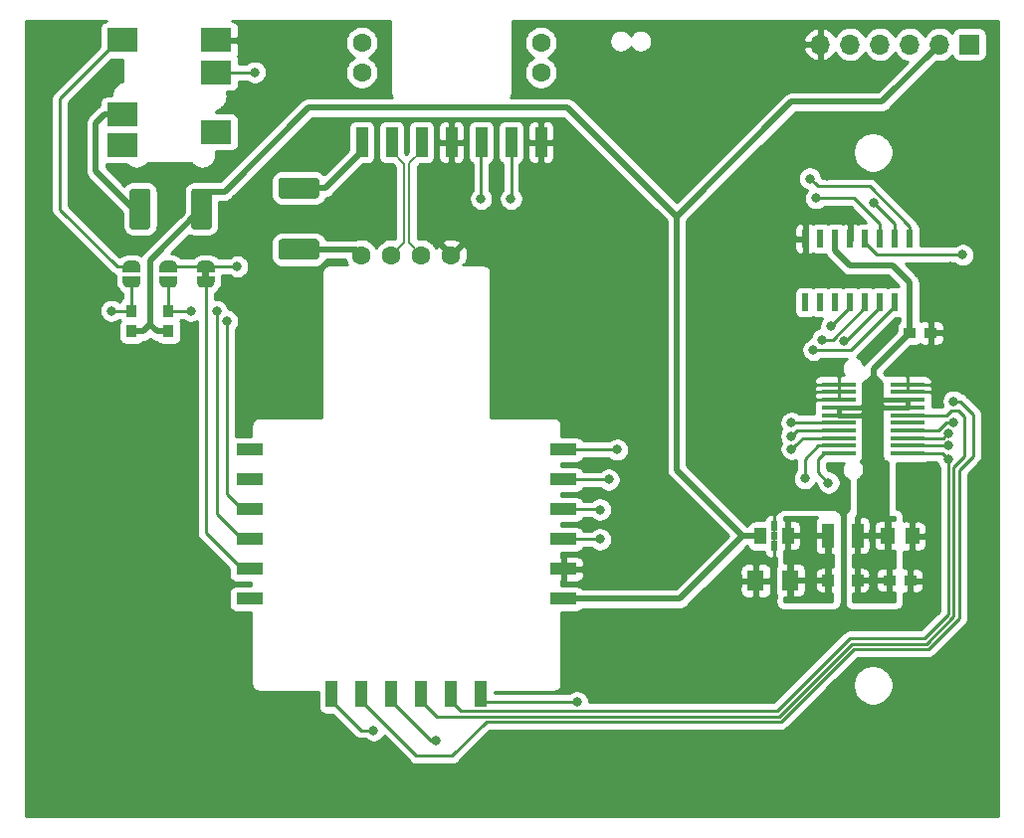
<source format=gtl>
G04 #@! TF.GenerationSoftware,KiCad,Pcbnew,(5.1.0-0)*
G04 #@! TF.CreationDate,2019-05-12T00:03:29+09:00*
G04 #@! TF.ProjectId,split_EC_right,73706c69-745f-4454-935f-72696768742e,rev?*
G04 #@! TF.SameCoordinates,Original*
G04 #@! TF.FileFunction,Copper,L1,Top*
G04 #@! TF.FilePolarity,Positive*
%FSLAX46Y46*%
G04 Gerber Fmt 4.6, Leading zero omitted, Abs format (unit mm)*
G04 Created by KiCad (PCBNEW (5.1.0-0)) date 2019-05-12 00:03:29*
%MOMM*%
%LPD*%
G04 APERTURE LIST*
%ADD10C,0.100000*%
%ADD11R,0.500000X0.950000*%
%ADD12R,1.000000X1.400000*%
%ADD13R,0.250000X2.000000*%
%ADD14R,0.500000X0.700000*%
%ADD15R,2.300000X1.000000*%
%ADD16R,1.000000X2.300000*%
%ADD17C,1.600000*%
%ADD18R,2.600000X2.000000*%
%ADD19R,1.425000X1.750000*%
%ADD20R,1.150000X1.400000*%
%ADD21R,1.050000X0.950000*%
%ADD22R,1.000000X1.000000*%
%ADD23R,3.000000X0.400000*%
%ADD24C,0.500000*%
%ADD25R,1.000000X2.100000*%
%ADD26C,1.780000*%
%ADD27R,0.950000X1.050000*%
%ADD28R,0.600000X1.500000*%
%ADD29R,1.000000X2.510000*%
%ADD30O,1.700000X1.700000*%
%ADD31R,1.700000X1.700000*%
%ADD32C,0.800000*%
%ADD33C,0.250000*%
%ADD34C,0.500000*%
%ADD35C,0.400000*%
%ADD36C,0.200000*%
%ADD37C,0.300000*%
G04 APERTURE END LIST*
D10*
G36*
X87375000Y-62425000D02*
G01*
X87375000Y-62925000D01*
X87975000Y-62925000D01*
X87975000Y-62425000D01*
X87375000Y-62425000D01*
G37*
D11*
X136050000Y-85800000D03*
X136050000Y-84150000D03*
D12*
X137250000Y-84975000D03*
X134850000Y-84975000D03*
D13*
X136050000Y-84975000D03*
D14*
X136050000Y-84975000D03*
D15*
X91400000Y-77630000D03*
X91400000Y-80170000D03*
X118100000Y-77630000D03*
X118100000Y-80170000D03*
X118100000Y-82710000D03*
X118100000Y-85250000D03*
X118100000Y-87790000D03*
X118100000Y-90330000D03*
D16*
X98400000Y-98400000D03*
X100940000Y-98400000D03*
X103480000Y-98400000D03*
X106020000Y-98400000D03*
X108560000Y-98400000D03*
D15*
X91400000Y-90330000D03*
X91400000Y-87790000D03*
X91400000Y-85250000D03*
D17*
X108560000Y-61050000D03*
X106020000Y-61050000D03*
X103480000Y-61050000D03*
X100940000Y-61050000D03*
D15*
X91400000Y-82710000D03*
D16*
X111100000Y-98400000D03*
D18*
X80575000Y-42750000D03*
X80575000Y-49100000D03*
X80575000Y-51700000D03*
X88575000Y-42750000D03*
X88575000Y-45500000D03*
X88575000Y-50550000D03*
D19*
X134462500Y-88775000D03*
X137437500Y-88775000D03*
D20*
X147775000Y-84975000D03*
X145725000Y-84975000D03*
D21*
X145875000Y-88775000D03*
X147625000Y-88775000D03*
X149350000Y-67675000D03*
X147600000Y-67675000D03*
D22*
X143150000Y-88775000D03*
X140650000Y-88775000D03*
D23*
X147350000Y-77925000D03*
X141550000Y-77925000D03*
X147350000Y-77275000D03*
X141550000Y-77275000D03*
X147350000Y-76625000D03*
X141550000Y-76625000D03*
X147350000Y-75975000D03*
X141550000Y-75975000D03*
X147350000Y-75325000D03*
X141550000Y-75325000D03*
X147350000Y-74675000D03*
X141550000Y-74675000D03*
X147350000Y-74025000D03*
X141550000Y-74025000D03*
X147350000Y-73375000D03*
X141550000Y-73375000D03*
X147350000Y-72725000D03*
X141550000Y-72725000D03*
X147350000Y-72075000D03*
X141550000Y-72075000D03*
D24*
X81375000Y-63325000D03*
D10*
G36*
X82125000Y-62825000D02*
G01*
X82125000Y-63325000D01*
X82124398Y-63325000D01*
X82124398Y-63349534D01*
X82119588Y-63398365D01*
X82110016Y-63446490D01*
X82095772Y-63493445D01*
X82076995Y-63538778D01*
X82053864Y-63582051D01*
X82026604Y-63622850D01*
X81995476Y-63660779D01*
X81960779Y-63695476D01*
X81922850Y-63726604D01*
X81882051Y-63753864D01*
X81838778Y-63776995D01*
X81793445Y-63795772D01*
X81746490Y-63810016D01*
X81698365Y-63819588D01*
X81649534Y-63824398D01*
X81625000Y-63824398D01*
X81625000Y-63825000D01*
X81125000Y-63825000D01*
X81125000Y-63824398D01*
X81100466Y-63824398D01*
X81051635Y-63819588D01*
X81003510Y-63810016D01*
X80956555Y-63795772D01*
X80911222Y-63776995D01*
X80867949Y-63753864D01*
X80827150Y-63726604D01*
X80789221Y-63695476D01*
X80754524Y-63660779D01*
X80723396Y-63622850D01*
X80696136Y-63582051D01*
X80673005Y-63538778D01*
X80654228Y-63493445D01*
X80639984Y-63446490D01*
X80630412Y-63398365D01*
X80625602Y-63349534D01*
X80625602Y-63325000D01*
X80625000Y-63325000D01*
X80625000Y-62825000D01*
X82125000Y-62825000D01*
X82125000Y-62825000D01*
G37*
D24*
X81375000Y-62025000D03*
D10*
G36*
X80625602Y-62025000D02*
G01*
X80625602Y-62000466D01*
X80630412Y-61951635D01*
X80639984Y-61903510D01*
X80654228Y-61856555D01*
X80673005Y-61811222D01*
X80696136Y-61767949D01*
X80723396Y-61727150D01*
X80754524Y-61689221D01*
X80789221Y-61654524D01*
X80827150Y-61623396D01*
X80867949Y-61596136D01*
X80911222Y-61573005D01*
X80956555Y-61554228D01*
X81003510Y-61539984D01*
X81051635Y-61530412D01*
X81100466Y-61525602D01*
X81125000Y-61525602D01*
X81125000Y-61525000D01*
X81625000Y-61525000D01*
X81625000Y-61525602D01*
X81649534Y-61525602D01*
X81698365Y-61530412D01*
X81746490Y-61539984D01*
X81793445Y-61554228D01*
X81838778Y-61573005D01*
X81882051Y-61596136D01*
X81922850Y-61623396D01*
X81960779Y-61654524D01*
X81995476Y-61689221D01*
X82026604Y-61727150D01*
X82053864Y-61767949D01*
X82076995Y-61811222D01*
X82095772Y-61856555D01*
X82110016Y-61903510D01*
X82119588Y-61951635D01*
X82124398Y-62000466D01*
X82124398Y-62025000D01*
X82125000Y-62025000D01*
X82125000Y-62525000D01*
X80625000Y-62525000D01*
X80625000Y-62025000D01*
X80625602Y-62025000D01*
X80625602Y-62025000D01*
G37*
D24*
X84500000Y-62025000D03*
D10*
G36*
X83750602Y-62025000D02*
G01*
X83750602Y-62000466D01*
X83755412Y-61951635D01*
X83764984Y-61903510D01*
X83779228Y-61856555D01*
X83798005Y-61811222D01*
X83821136Y-61767949D01*
X83848396Y-61727150D01*
X83879524Y-61689221D01*
X83914221Y-61654524D01*
X83952150Y-61623396D01*
X83992949Y-61596136D01*
X84036222Y-61573005D01*
X84081555Y-61554228D01*
X84128510Y-61539984D01*
X84176635Y-61530412D01*
X84225466Y-61525602D01*
X84250000Y-61525602D01*
X84250000Y-61525000D01*
X84750000Y-61525000D01*
X84750000Y-61525602D01*
X84774534Y-61525602D01*
X84823365Y-61530412D01*
X84871490Y-61539984D01*
X84918445Y-61554228D01*
X84963778Y-61573005D01*
X85007051Y-61596136D01*
X85047850Y-61623396D01*
X85085779Y-61654524D01*
X85120476Y-61689221D01*
X85151604Y-61727150D01*
X85178864Y-61767949D01*
X85201995Y-61811222D01*
X85220772Y-61856555D01*
X85235016Y-61903510D01*
X85244588Y-61951635D01*
X85249398Y-62000466D01*
X85249398Y-62025000D01*
X85250000Y-62025000D01*
X85250000Y-62525000D01*
X83750000Y-62525000D01*
X83750000Y-62025000D01*
X83750602Y-62025000D01*
X83750602Y-62025000D01*
G37*
D24*
X84500000Y-63325000D03*
D10*
G36*
X85250000Y-62825000D02*
G01*
X85250000Y-63325000D01*
X85249398Y-63325000D01*
X85249398Y-63349534D01*
X85244588Y-63398365D01*
X85235016Y-63446490D01*
X85220772Y-63493445D01*
X85201995Y-63538778D01*
X85178864Y-63582051D01*
X85151604Y-63622850D01*
X85120476Y-63660779D01*
X85085779Y-63695476D01*
X85047850Y-63726604D01*
X85007051Y-63753864D01*
X84963778Y-63776995D01*
X84918445Y-63795772D01*
X84871490Y-63810016D01*
X84823365Y-63819588D01*
X84774534Y-63824398D01*
X84750000Y-63824398D01*
X84750000Y-63825000D01*
X84250000Y-63825000D01*
X84250000Y-63824398D01*
X84225466Y-63824398D01*
X84176635Y-63819588D01*
X84128510Y-63810016D01*
X84081555Y-63795772D01*
X84036222Y-63776995D01*
X83992949Y-63753864D01*
X83952150Y-63726604D01*
X83914221Y-63695476D01*
X83879524Y-63660779D01*
X83848396Y-63622850D01*
X83821136Y-63582051D01*
X83798005Y-63538778D01*
X83779228Y-63493445D01*
X83764984Y-63446490D01*
X83755412Y-63398365D01*
X83750602Y-63349534D01*
X83750602Y-63325000D01*
X83750000Y-63325000D01*
X83750000Y-62825000D01*
X85250000Y-62825000D01*
X85250000Y-62825000D01*
G37*
D24*
X87675000Y-62025000D03*
D10*
G36*
X86925602Y-62025000D02*
G01*
X86925602Y-62000466D01*
X86930412Y-61951635D01*
X86939984Y-61903510D01*
X86954228Y-61856555D01*
X86973005Y-61811222D01*
X86996136Y-61767949D01*
X87023396Y-61727150D01*
X87054524Y-61689221D01*
X87089221Y-61654524D01*
X87127150Y-61623396D01*
X87167949Y-61596136D01*
X87211222Y-61573005D01*
X87256555Y-61554228D01*
X87303510Y-61539984D01*
X87351635Y-61530412D01*
X87400466Y-61525602D01*
X87425000Y-61525602D01*
X87425000Y-61525000D01*
X87925000Y-61525000D01*
X87925000Y-61525602D01*
X87949534Y-61525602D01*
X87998365Y-61530412D01*
X88046490Y-61539984D01*
X88093445Y-61554228D01*
X88138778Y-61573005D01*
X88182051Y-61596136D01*
X88222850Y-61623396D01*
X88260779Y-61654524D01*
X88295476Y-61689221D01*
X88326604Y-61727150D01*
X88353864Y-61767949D01*
X88376995Y-61811222D01*
X88395772Y-61856555D01*
X88410016Y-61903510D01*
X88419588Y-61951635D01*
X88424398Y-62000466D01*
X88424398Y-62025000D01*
X88425000Y-62025000D01*
X88425000Y-62525000D01*
X86925000Y-62525000D01*
X86925000Y-62025000D01*
X86925602Y-62025000D01*
X86925602Y-62025000D01*
G37*
D24*
X87675000Y-63325000D03*
D10*
G36*
X88425000Y-62825000D02*
G01*
X88425000Y-63325000D01*
X88424398Y-63325000D01*
X88424398Y-63349534D01*
X88419588Y-63398365D01*
X88410016Y-63446490D01*
X88395772Y-63493445D01*
X88376995Y-63538778D01*
X88353864Y-63582051D01*
X88326604Y-63622850D01*
X88295476Y-63660779D01*
X88260779Y-63695476D01*
X88222850Y-63726604D01*
X88182051Y-63753864D01*
X88138778Y-63776995D01*
X88093445Y-63795772D01*
X88046490Y-63810016D01*
X87998365Y-63819588D01*
X87949534Y-63824398D01*
X87925000Y-63824398D01*
X87925000Y-63825000D01*
X87425000Y-63825000D01*
X87425000Y-63824398D01*
X87400466Y-63824398D01*
X87351635Y-63819588D01*
X87303510Y-63810016D01*
X87256555Y-63795772D01*
X87211222Y-63776995D01*
X87167949Y-63753864D01*
X87127150Y-63726604D01*
X87089221Y-63695476D01*
X87054524Y-63660779D01*
X87023396Y-63622850D01*
X86996136Y-63582051D01*
X86973005Y-63538778D01*
X86954228Y-63493445D01*
X86939984Y-63446490D01*
X86930412Y-63398365D01*
X86925602Y-63349534D01*
X86925602Y-63325000D01*
X86925000Y-63325000D01*
X86925000Y-62825000D01*
X88425000Y-62825000D01*
X88425000Y-62825000D01*
G37*
D25*
X140650000Y-84975000D03*
X143150000Y-84975000D03*
D10*
G36*
X97041738Y-59676646D02*
G01*
X97074914Y-59681567D01*
X97107448Y-59689716D01*
X97139026Y-59701015D01*
X97169345Y-59715355D01*
X97198112Y-59732597D01*
X97225050Y-59752576D01*
X97249901Y-59775099D01*
X97272424Y-59799950D01*
X97292403Y-59826888D01*
X97309645Y-59855655D01*
X97323985Y-59885974D01*
X97335284Y-59917552D01*
X97343433Y-59950086D01*
X97348354Y-59983262D01*
X97350000Y-60016760D01*
X97350000Y-61113240D01*
X97348354Y-61146738D01*
X97343433Y-61179914D01*
X97335284Y-61212448D01*
X97323985Y-61244026D01*
X97309645Y-61274345D01*
X97292403Y-61303112D01*
X97272424Y-61330050D01*
X97249901Y-61354901D01*
X97225050Y-61377424D01*
X97198112Y-61397403D01*
X97169345Y-61414645D01*
X97139026Y-61428985D01*
X97107448Y-61440284D01*
X97074914Y-61448433D01*
X97041738Y-61453354D01*
X97008240Y-61455000D01*
X94191760Y-61455000D01*
X94158262Y-61453354D01*
X94125086Y-61448433D01*
X94092552Y-61440284D01*
X94060974Y-61428985D01*
X94030655Y-61414645D01*
X94001888Y-61397403D01*
X93974950Y-61377424D01*
X93950099Y-61354901D01*
X93927576Y-61330050D01*
X93907597Y-61303112D01*
X93890355Y-61274345D01*
X93876015Y-61244026D01*
X93864716Y-61212448D01*
X93856567Y-61179914D01*
X93851646Y-61146738D01*
X93850000Y-61113240D01*
X93850000Y-60016760D01*
X93851646Y-59983262D01*
X93856567Y-59950086D01*
X93864716Y-59917552D01*
X93876015Y-59885974D01*
X93890355Y-59855655D01*
X93907597Y-59826888D01*
X93927576Y-59799950D01*
X93950099Y-59775099D01*
X93974950Y-59752576D01*
X94001888Y-59732597D01*
X94030655Y-59715355D01*
X94060974Y-59701015D01*
X94092552Y-59689716D01*
X94125086Y-59681567D01*
X94158262Y-59676646D01*
X94191760Y-59675000D01*
X97008240Y-59675000D01*
X97041738Y-59676646D01*
X97041738Y-59676646D01*
G37*
D26*
X95600000Y-60565000D03*
D10*
G36*
X97041738Y-54446646D02*
G01*
X97074914Y-54451567D01*
X97107448Y-54459716D01*
X97139026Y-54471015D01*
X97169345Y-54485355D01*
X97198112Y-54502597D01*
X97225050Y-54522576D01*
X97249901Y-54545099D01*
X97272424Y-54569950D01*
X97292403Y-54596888D01*
X97309645Y-54625655D01*
X97323985Y-54655974D01*
X97335284Y-54687552D01*
X97343433Y-54720086D01*
X97348354Y-54753262D01*
X97350000Y-54786760D01*
X97350000Y-55883240D01*
X97348354Y-55916738D01*
X97343433Y-55949914D01*
X97335284Y-55982448D01*
X97323985Y-56014026D01*
X97309645Y-56044345D01*
X97292403Y-56073112D01*
X97272424Y-56100050D01*
X97249901Y-56124901D01*
X97225050Y-56147424D01*
X97198112Y-56167403D01*
X97169345Y-56184645D01*
X97139026Y-56198985D01*
X97107448Y-56210284D01*
X97074914Y-56218433D01*
X97041738Y-56223354D01*
X97008240Y-56225000D01*
X94191760Y-56225000D01*
X94158262Y-56223354D01*
X94125086Y-56218433D01*
X94092552Y-56210284D01*
X94060974Y-56198985D01*
X94030655Y-56184645D01*
X94001888Y-56167403D01*
X93974950Y-56147424D01*
X93950099Y-56124901D01*
X93927576Y-56100050D01*
X93907597Y-56073112D01*
X93890355Y-56044345D01*
X93876015Y-56014026D01*
X93864716Y-55982448D01*
X93856567Y-55949914D01*
X93851646Y-55916738D01*
X93850000Y-55883240D01*
X93850000Y-54786760D01*
X93851646Y-54753262D01*
X93856567Y-54720086D01*
X93864716Y-54687552D01*
X93876015Y-54655974D01*
X93890355Y-54625655D01*
X93907597Y-54596888D01*
X93927576Y-54569950D01*
X93950099Y-54545099D01*
X93974950Y-54522576D01*
X94001888Y-54502597D01*
X94030655Y-54485355D01*
X94060974Y-54471015D01*
X94092552Y-54459716D01*
X94125086Y-54451567D01*
X94158262Y-54446646D01*
X94191760Y-54445000D01*
X97008240Y-54445000D01*
X97041738Y-54446646D01*
X97041738Y-54446646D01*
G37*
D26*
X95600000Y-55335000D03*
D10*
G36*
X82666738Y-55376646D02*
G01*
X82699914Y-55381567D01*
X82732448Y-55389716D01*
X82764026Y-55401015D01*
X82794345Y-55415355D01*
X82823112Y-55432597D01*
X82850050Y-55452576D01*
X82874901Y-55475099D01*
X82897424Y-55499950D01*
X82917403Y-55526888D01*
X82934645Y-55555655D01*
X82948985Y-55585974D01*
X82960284Y-55617552D01*
X82968433Y-55650086D01*
X82973354Y-55683262D01*
X82975000Y-55716760D01*
X82975000Y-58533240D01*
X82973354Y-58566738D01*
X82968433Y-58599914D01*
X82960284Y-58632448D01*
X82948985Y-58664026D01*
X82934645Y-58694345D01*
X82917403Y-58723112D01*
X82897424Y-58750050D01*
X82874901Y-58774901D01*
X82850050Y-58797424D01*
X82823112Y-58817403D01*
X82794345Y-58834645D01*
X82764026Y-58848985D01*
X82732448Y-58860284D01*
X82699914Y-58868433D01*
X82666738Y-58873354D01*
X82633240Y-58875000D01*
X81536760Y-58875000D01*
X81503262Y-58873354D01*
X81470086Y-58868433D01*
X81437552Y-58860284D01*
X81405974Y-58848985D01*
X81375655Y-58834645D01*
X81346888Y-58817403D01*
X81319950Y-58797424D01*
X81295099Y-58774901D01*
X81272576Y-58750050D01*
X81252597Y-58723112D01*
X81235355Y-58694345D01*
X81221015Y-58664026D01*
X81209716Y-58632448D01*
X81201567Y-58599914D01*
X81196646Y-58566738D01*
X81195000Y-58533240D01*
X81195000Y-55716760D01*
X81196646Y-55683262D01*
X81201567Y-55650086D01*
X81209716Y-55617552D01*
X81221015Y-55585974D01*
X81235355Y-55555655D01*
X81252597Y-55526888D01*
X81272576Y-55499950D01*
X81295099Y-55475099D01*
X81319950Y-55452576D01*
X81346888Y-55432597D01*
X81375655Y-55415355D01*
X81405974Y-55401015D01*
X81437552Y-55389716D01*
X81470086Y-55381567D01*
X81503262Y-55376646D01*
X81536760Y-55375000D01*
X82633240Y-55375000D01*
X82666738Y-55376646D01*
X82666738Y-55376646D01*
G37*
D26*
X82085000Y-57125000D03*
D10*
G36*
X87896738Y-55376646D02*
G01*
X87929914Y-55381567D01*
X87962448Y-55389716D01*
X87994026Y-55401015D01*
X88024345Y-55415355D01*
X88053112Y-55432597D01*
X88080050Y-55452576D01*
X88104901Y-55475099D01*
X88127424Y-55499950D01*
X88147403Y-55526888D01*
X88164645Y-55555655D01*
X88178985Y-55585974D01*
X88190284Y-55617552D01*
X88198433Y-55650086D01*
X88203354Y-55683262D01*
X88205000Y-55716760D01*
X88205000Y-58533240D01*
X88203354Y-58566738D01*
X88198433Y-58599914D01*
X88190284Y-58632448D01*
X88178985Y-58664026D01*
X88164645Y-58694345D01*
X88147403Y-58723112D01*
X88127424Y-58750050D01*
X88104901Y-58774901D01*
X88080050Y-58797424D01*
X88053112Y-58817403D01*
X88024345Y-58834645D01*
X87994026Y-58848985D01*
X87962448Y-58860284D01*
X87929914Y-58868433D01*
X87896738Y-58873354D01*
X87863240Y-58875000D01*
X86766760Y-58875000D01*
X86733262Y-58873354D01*
X86700086Y-58868433D01*
X86667552Y-58860284D01*
X86635974Y-58848985D01*
X86605655Y-58834645D01*
X86576888Y-58817403D01*
X86549950Y-58797424D01*
X86525099Y-58774901D01*
X86502576Y-58750050D01*
X86482597Y-58723112D01*
X86465355Y-58694345D01*
X86451015Y-58664026D01*
X86439716Y-58632448D01*
X86431567Y-58599914D01*
X86426646Y-58566738D01*
X86425000Y-58533240D01*
X86425000Y-55716760D01*
X86426646Y-55683262D01*
X86431567Y-55650086D01*
X86439716Y-55617552D01*
X86451015Y-55585974D01*
X86465355Y-55555655D01*
X86482597Y-55526888D01*
X86502576Y-55499950D01*
X86525099Y-55475099D01*
X86549950Y-55452576D01*
X86576888Y-55432597D01*
X86605655Y-55415355D01*
X86635974Y-55401015D01*
X86667552Y-55389716D01*
X86700086Y-55381567D01*
X86733262Y-55376646D01*
X86766760Y-55375000D01*
X87863240Y-55375000D01*
X87896738Y-55376646D01*
X87896738Y-55376646D01*
G37*
D26*
X87315000Y-57125000D03*
D27*
X81375000Y-65800000D03*
X81375000Y-67550000D03*
X84500000Y-67550000D03*
X84500000Y-65800000D03*
D28*
X147570000Y-59650000D03*
X146300000Y-59650000D03*
X145030000Y-59650000D03*
X143760000Y-59650000D03*
X142490000Y-59650000D03*
X141220000Y-59650000D03*
X139950000Y-59650000D03*
X138680000Y-59650000D03*
X138680000Y-65050000D03*
X139950000Y-65050000D03*
X141220000Y-65050000D03*
X142490000Y-65050000D03*
X143760000Y-65050000D03*
X145030000Y-65050000D03*
X146300000Y-65050000D03*
X147570000Y-65050000D03*
D29*
X100955000Y-51445000D03*
X106035000Y-51445000D03*
X111115000Y-51445000D03*
X116195000Y-51445000D03*
X103495000Y-51445000D03*
X108575000Y-51445000D03*
X113655000Y-51445000D03*
D17*
X100955000Y-45480000D03*
X100955000Y-42940000D03*
X116195000Y-45480000D03*
X116195000Y-42940000D03*
X100955000Y-45480000D03*
X100955000Y-42940000D03*
X116195000Y-45480000D03*
X116195000Y-42940000D03*
D30*
X139950000Y-43100000D03*
X142490000Y-43100000D03*
X145030000Y-43100000D03*
X147570000Y-43100000D03*
X150110000Y-43100000D03*
D31*
X152650000Y-43100000D03*
D32*
X145950000Y-67400000D03*
X79825000Y-45450000D03*
X76375000Y-48250000D03*
X76375000Y-55400000D03*
X84700000Y-53975000D03*
X126500000Y-58300000D03*
X121375000Y-70650000D03*
X127550000Y-89100000D03*
X131625000Y-84975000D03*
X129025000Y-82325000D03*
X122100000Y-89075000D03*
X125650000Y-85550000D03*
X130750000Y-80575000D03*
X129025000Y-78800000D03*
X112375000Y-74425000D03*
X97100000Y-74450000D03*
X90650000Y-75850000D03*
X90025000Y-64225000D03*
X97750000Y-53425000D03*
X96900000Y-49775000D03*
X144875000Y-46525000D03*
X154775000Y-41475000D03*
X154775000Y-46625000D03*
X154775000Y-51775000D03*
X154775000Y-56925000D03*
X154775000Y-62075000D03*
X154775000Y-67225000D03*
X154775000Y-72375000D03*
X154775000Y-77525000D03*
X154775000Y-82675000D03*
X154775000Y-87825000D03*
X154775000Y-92975000D03*
X154775000Y-98125000D03*
X154775000Y-103275000D03*
X154775000Y-108425000D03*
X142575000Y-46700000D03*
X141750000Y-49200000D03*
X137650000Y-54275000D03*
X136875000Y-46875000D03*
X137900000Y-41550000D03*
X127625000Y-44600000D03*
X127625000Y-41525000D03*
X137900000Y-44575000D03*
X132475000Y-44600000D03*
X132475000Y-41525000D03*
X107300000Y-53650000D03*
X106175000Y-56975000D03*
X103375000Y-56925000D03*
X84750000Y-56950000D03*
X72700000Y-41500000D03*
X72700000Y-46650000D03*
X72700000Y-51800000D03*
X72700000Y-56950000D03*
X72700000Y-62100000D03*
X72700000Y-67250000D03*
X72700000Y-72400000D03*
X72700000Y-77550000D03*
X72700000Y-82700000D03*
X72700000Y-87850000D03*
X72700000Y-93000000D03*
X72700000Y-98150000D03*
X72700000Y-103300000D03*
X72700000Y-108450000D03*
X77830000Y-108450000D03*
X82960000Y-108450000D03*
X88090000Y-108450000D03*
X93220000Y-108450000D03*
X98350000Y-108450000D03*
X103480000Y-108450000D03*
X108610000Y-108450000D03*
X113740000Y-108450000D03*
X118870000Y-108450000D03*
X124000000Y-108450000D03*
X129130000Y-108450000D03*
X134260000Y-108450000D03*
X139390000Y-108450000D03*
X144520000Y-108450000D03*
X149650000Y-108450000D03*
X77830000Y-103300000D03*
X82960000Y-103300000D03*
X88090000Y-103300000D03*
X93220000Y-103300000D03*
X98350000Y-103300000D03*
X103480000Y-103300000D03*
X113725000Y-103500000D03*
X118875000Y-103475000D03*
X124000000Y-103300000D03*
X129130000Y-103300000D03*
X134260000Y-103300000D03*
X139390000Y-103300000D03*
X144520000Y-103300000D03*
X149650000Y-103300000D03*
X143350000Y-95775000D03*
X148350000Y-92525000D03*
X135825000Y-98725000D03*
X147150000Y-56550000D03*
X149525000Y-59925000D03*
X140250000Y-62375000D03*
X151000000Y-62000000D03*
X151000000Y-66125000D03*
X148475000Y-69000000D03*
X77830000Y-93000000D03*
X82960000Y-93000000D03*
X88090000Y-93000000D03*
X77830000Y-98150000D03*
X82960000Y-98150000D03*
X88090000Y-98150000D03*
X77830000Y-87850000D03*
X82960000Y-87850000D03*
X88090000Y-87850000D03*
X77830000Y-77550000D03*
X82960000Y-77550000D03*
X77830000Y-72400000D03*
X77830000Y-82700000D03*
X82960000Y-82700000D03*
X77830000Y-67250000D03*
X77830000Y-62100000D03*
X86575000Y-74900000D03*
X86600000Y-79950000D03*
X86600000Y-85075000D03*
X91175000Y-91925000D03*
X91300000Y-98400000D03*
X96750000Y-98650000D03*
X140025000Y-99050000D03*
X141875000Y-92650000D03*
X138775000Y-95650000D03*
X129175000Y-98750000D03*
X124025000Y-98775000D03*
X118550000Y-92100000D03*
X118375000Y-97675000D03*
X122150000Y-83950000D03*
X122450000Y-81750000D03*
X124025000Y-79150000D03*
X118600000Y-75650000D03*
X126200000Y-71275000D03*
X126475000Y-65475000D03*
X102250000Y-53650000D03*
X100525000Y-58200000D03*
X97150000Y-70225000D03*
X97175000Y-65150000D03*
X121625000Y-95100000D03*
X121625000Y-98750000D03*
X125150000Y-91575000D03*
X128525000Y-91500000D03*
X126600000Y-95075000D03*
X132825000Y-95050000D03*
X135150000Y-91525000D03*
X146850000Y-79300000D03*
X146850000Y-81950000D03*
X133450000Y-86750000D03*
X133625000Y-83250000D03*
X141800000Y-81775000D03*
X137225000Y-79600000D03*
X137875000Y-82225000D03*
X136075000Y-75075000D03*
X137500000Y-73800000D03*
X137950000Y-67775000D03*
X125925000Y-75625000D03*
X129025000Y-68575000D03*
X129000000Y-63075000D03*
X138050000Y-49225000D03*
X129000000Y-58275000D03*
X127725000Y-56000000D03*
X144800000Y-49325000D03*
X117900000Y-49750000D03*
X119125000Y-47400000D03*
X122075000Y-45975000D03*
X120100000Y-41500000D03*
X120400000Y-43900000D03*
X114200000Y-41575000D03*
X114225000Y-47200000D03*
X102975000Y-47225000D03*
X102925000Y-41500000D03*
X90925000Y-41550000D03*
X91000000Y-44025000D03*
X90525000Y-47900000D03*
X95825000Y-47350000D03*
X92975000Y-50175000D03*
X88775000Y-53950000D03*
X90775000Y-55950000D03*
X90750000Y-59925000D03*
X93000000Y-57875000D03*
X90700000Y-71125000D03*
X78225000Y-41500000D03*
X78225000Y-43125000D03*
X96550000Y-41500000D03*
X112375000Y-69275000D03*
X112375000Y-64125000D03*
X119050000Y-69275000D03*
X119075000Y-64100000D03*
X119000000Y-55825000D03*
X121375000Y-53200000D03*
X121375000Y-58275000D03*
X121375000Y-64075000D03*
X121425000Y-49350000D03*
X124725000Y-52775000D03*
X132175000Y-51400000D03*
X128925000Y-46800000D03*
X133925000Y-53400000D03*
X133075000Y-58950000D03*
X133175000Y-64525000D03*
X136825000Y-60725000D03*
X128175000Y-50225000D03*
X80625000Y-53950000D03*
X82950000Y-72425000D03*
X86275000Y-67825000D03*
X150950000Y-70175000D03*
X140550000Y-54325000D03*
X143800000Y-69525000D03*
X129075000Y-73900000D03*
X133175000Y-71075000D03*
X149600000Y-86975000D03*
X149725000Y-91150000D03*
X149650000Y-79150000D03*
X149675000Y-82025000D03*
X152925000Y-79875000D03*
X149675000Y-95700000D03*
X152875000Y-92375000D03*
X152900000Y-85375000D03*
X140300000Y-57600000D03*
X150275000Y-53325000D03*
X150175000Y-47200000D03*
X147325000Y-47575000D03*
X112025000Y-58650000D03*
X114950000Y-53600000D03*
X119275000Y-99125000D03*
X137525002Y-75325000D03*
X152075000Y-61025000D03*
X150850480Y-78400480D03*
X107300000Y-102400000D03*
X137525000Y-77574998D03*
X151309072Y-75305477D03*
X151300000Y-73500000D03*
X137499367Y-76475317D03*
X101950000Y-101525000D03*
X144500000Y-56600000D03*
X121950000Y-80175000D03*
X139600000Y-56200002D03*
X122675000Y-77625000D03*
X121225000Y-82725000D03*
X139075000Y-54525000D03*
X140659220Y-80440850D03*
X139375030Y-69125000D03*
X142000000Y-68350000D03*
X150875001Y-77224999D03*
X140125000Y-68250000D03*
X138650000Y-80075000D03*
X140900000Y-67100000D03*
X150887653Y-76212345D03*
X111100000Y-56250000D03*
X113650000Y-56250000D03*
X121225000Y-85250000D03*
X79650000Y-65800000D03*
X89475000Y-66675000D03*
X86425000Y-65800000D03*
X88600000Y-65800000D03*
X90350000Y-62025000D03*
X91849996Y-45475000D03*
D33*
X141550000Y-72075000D02*
X141550000Y-72725000D01*
X141550000Y-72725000D02*
X141550000Y-73400000D01*
X141550000Y-72075000D02*
X141550000Y-71275000D01*
X141550000Y-72725000D02*
X139000000Y-72725000D01*
X141550000Y-72075000D02*
X139000000Y-72075000D01*
X141550000Y-73375000D02*
X139000000Y-73375000D01*
X147350000Y-72725000D02*
X147350000Y-72075000D01*
X147350000Y-72075000D02*
X147350000Y-71025000D01*
X149100000Y-72075000D02*
X149750000Y-72075000D01*
X147350000Y-72075000D02*
X149100000Y-72075000D01*
X147350000Y-72725000D02*
X149750000Y-72725000D01*
D34*
X147550000Y-67675000D02*
X147600000Y-67675000D01*
X144475000Y-70750000D02*
X147550000Y-67675000D01*
X143120399Y-84945399D02*
X143120399Y-83454601D01*
X144475000Y-82100000D02*
X144475000Y-70750000D01*
X143120399Y-83454601D02*
X144475000Y-82100000D01*
X143150000Y-84975000D02*
X143120399Y-84945399D01*
X147575000Y-65050000D02*
X147600000Y-65075000D01*
X146100000Y-61925000D02*
X147575000Y-63400000D01*
X147600000Y-65075000D02*
X147600000Y-67675000D01*
X142450000Y-61925000D02*
X146100000Y-61925000D01*
X141220000Y-60695000D02*
X142450000Y-61925000D01*
X147575000Y-63400000D02*
X147575000Y-65050000D01*
X141220000Y-59650000D02*
X141220000Y-60695000D01*
D35*
X144474999Y-74025001D02*
X141550001Y-74025001D01*
X144475000Y-74025000D02*
X144474999Y-74025001D01*
X144475000Y-74025000D02*
X147350000Y-74025000D01*
X141550000Y-74675000D02*
X144475000Y-74675000D01*
X147350000Y-73375000D02*
X144475000Y-73375000D01*
D34*
X144475000Y-71400000D02*
X143850000Y-72025000D01*
X144475000Y-71425000D02*
X145100000Y-72050000D01*
D35*
X141550000Y-74025000D02*
X141550000Y-74675000D01*
X147350000Y-73375000D02*
X147350000Y-74025000D01*
D33*
X111400000Y-99125000D02*
X119275000Y-99125000D01*
X111100000Y-98825000D02*
X111400000Y-99125000D01*
X111100000Y-98400000D02*
X111100000Y-98825000D01*
X141550000Y-75325000D02*
X137525002Y-75325000D01*
X144769998Y-61025000D02*
X143750000Y-60005002D01*
X143750000Y-60005002D02*
X143750000Y-59650000D01*
X152075000Y-61025000D02*
X144769998Y-61025000D01*
X109385001Y-99875001D02*
X108560000Y-99050000D01*
X108560000Y-99050000D02*
X108560000Y-98400000D01*
X136299999Y-99875001D02*
X109385001Y-99875001D01*
X142475000Y-93700000D02*
X136299999Y-99875001D01*
X148825000Y-93700000D02*
X142475000Y-93700000D01*
X150850480Y-91674520D02*
X148825000Y-93700000D01*
X150850480Y-78400480D02*
X150850480Y-91674520D01*
X150375000Y-77925000D02*
X150850480Y-78400480D01*
X147350000Y-77925000D02*
X150375000Y-77925000D01*
X151325000Y-79100000D02*
X152200000Y-78225000D01*
X152200000Y-74800000D02*
X151675000Y-74275000D01*
X152200000Y-78225000D02*
X152200000Y-74800000D01*
X150725000Y-74675000D02*
X147350000Y-74675000D01*
X149011400Y-94150011D02*
X151325000Y-91836411D01*
X142661399Y-94150011D02*
X149011400Y-94150011D01*
X106020000Y-98400000D02*
X106020000Y-99050000D01*
X136461410Y-100350000D02*
X142661399Y-94150011D01*
X106020000Y-99050000D02*
X107320000Y-100350000D01*
X151675000Y-74275000D02*
X151125000Y-74275000D01*
X151125000Y-74275000D02*
X150725000Y-74675000D01*
X151325000Y-91836411D02*
X151325000Y-79100000D01*
X107320000Y-100350000D02*
X136461410Y-100350000D01*
X103480000Y-99050000D02*
X106830000Y-102400000D01*
X106830000Y-102400000D02*
X107300000Y-102400000D01*
X103480000Y-98400000D02*
X103480000Y-99050000D01*
X137924999Y-77174999D02*
X137525000Y-77574998D01*
X141550000Y-76625000D02*
X138474998Y-76625000D01*
X138474998Y-76625000D02*
X137924999Y-77174999D01*
X150721519Y-75305477D02*
X151309072Y-75305477D01*
X150051996Y-75975000D02*
X150721519Y-75305477D01*
X147350000Y-75975000D02*
X150051996Y-75975000D01*
X105590000Y-103700000D02*
X100940000Y-99050000D01*
X100940000Y-99050000D02*
X100940000Y-98400000D01*
X136647810Y-100800011D02*
X111549989Y-100800011D01*
X151775000Y-92025000D02*
X149199978Y-94600022D01*
X142847800Y-94600022D02*
X136647810Y-100800011D01*
X151775000Y-79375000D02*
X151775000Y-92025000D01*
X152975000Y-78175000D02*
X151775000Y-79375000D01*
X149199978Y-94600022D02*
X142847800Y-94600022D01*
X152975000Y-74609315D02*
X152975000Y-78175000D01*
X108650000Y-103700000D02*
X105590000Y-103700000D01*
X151865685Y-73500000D02*
X152975000Y-74609315D01*
X111549989Y-100800011D02*
X108650000Y-103700000D01*
X151300000Y-73500000D02*
X151865685Y-73500000D01*
X141550000Y-75975000D02*
X137999684Y-75975000D01*
X137999684Y-75975000D02*
X137899366Y-76075318D01*
X137899366Y-76075318D02*
X137499367Y-76475317D01*
X100875000Y-101525000D02*
X101384315Y-101525000D01*
X98400000Y-98400000D02*
X98400000Y-99050000D01*
X101384315Y-101525000D02*
X101950000Y-101525000D01*
X98400000Y-99050000D02*
X100875000Y-101525000D01*
X144899999Y-56999999D02*
X144500000Y-56600000D01*
X146300000Y-59675000D02*
X146300000Y-58400000D01*
X146300000Y-58400000D02*
X144899999Y-56999999D01*
X121945000Y-80170000D02*
X121950000Y-80175000D01*
X118100000Y-80170000D02*
X121945000Y-80170000D01*
X145025000Y-58375000D02*
X142850002Y-56200002D01*
X142850002Y-56200002D02*
X140165685Y-56200002D01*
X145025000Y-59650000D02*
X145025000Y-58375000D01*
X140165685Y-56200002D02*
X139600000Y-56200002D01*
X122675000Y-77625000D02*
X118100000Y-77625000D01*
X121210000Y-82710000D02*
X121225000Y-82725000D01*
X118100000Y-82710000D02*
X121210000Y-82710000D01*
X147570000Y-59650000D02*
X147570000Y-58596996D01*
X147570000Y-58596996D02*
X144173003Y-55199999D01*
X139474999Y-54924999D02*
X139075000Y-54525000D01*
X144173003Y-55199999D02*
X139749999Y-55199999D01*
X139749999Y-55199999D02*
X139474999Y-54924999D01*
D34*
X133375000Y-84975000D02*
X134850000Y-84975000D01*
X128020000Y-90330000D02*
X133375000Y-84975000D01*
X118100000Y-90330000D02*
X128020000Y-90330000D01*
X127750000Y-57775000D02*
X127750000Y-79350000D01*
X127750000Y-79350000D02*
X133375000Y-84975000D01*
X126062500Y-56087500D02*
X127750000Y-57775000D01*
X118475000Y-48500000D02*
X126062500Y-56087500D01*
X96400000Y-48500000D02*
X118475000Y-48500000D01*
X89275000Y-55625000D02*
X96400000Y-48500000D01*
X87925000Y-55625000D02*
X89275000Y-55625000D01*
X87365000Y-56185000D02*
X87925000Y-55625000D01*
X87365000Y-56525000D02*
X87365000Y-56185000D01*
X137525000Y-48000000D02*
X127750000Y-57775000D01*
X145210000Y-48000000D02*
X137525000Y-48000000D01*
X150110000Y-43100000D02*
X145210000Y-48000000D01*
X82950000Y-61490000D02*
X87315000Y-57125000D01*
X82350000Y-67550000D02*
X82950000Y-66950000D01*
X82950000Y-66950000D02*
X82950000Y-61490000D01*
X81375000Y-67550000D02*
X82350000Y-67550000D01*
X82950000Y-66975000D02*
X82950000Y-66950000D01*
X83525000Y-67550000D02*
X82950000Y-66975000D01*
X84500000Y-67550000D02*
X83525000Y-67550000D01*
D33*
X139750000Y-79531630D02*
X140659220Y-80440850D01*
X140250000Y-77950000D02*
X139750000Y-78450000D01*
X139750000Y-78450000D02*
X139750000Y-79531630D01*
X141550000Y-77950000D02*
X140250000Y-77950000D01*
X142602022Y-69125000D02*
X139940715Y-69125000D01*
X146300000Y-65427022D02*
X142602022Y-69125000D01*
X139940715Y-69125000D02*
X139375030Y-69125000D01*
X146300000Y-65050000D02*
X146300000Y-65427022D01*
X142180000Y-68350000D02*
X142000000Y-68350000D01*
X145030000Y-65500000D02*
X142180000Y-68350000D01*
X145030000Y-65050000D02*
X145030000Y-65500000D01*
X150825000Y-77275000D02*
X150875001Y-77224999D01*
X147350000Y-77275000D02*
X150825000Y-77275000D01*
X141010000Y-68250000D02*
X140125000Y-68250000D01*
X143760000Y-65500000D02*
X141010000Y-68250000D01*
X143760000Y-65050000D02*
X143760000Y-65500000D01*
X138650000Y-78425000D02*
X138650000Y-80075000D01*
X139800000Y-77275000D02*
X138650000Y-78425000D01*
X141550000Y-77275000D02*
X139800000Y-77275000D01*
X142490000Y-65500000D02*
X140900000Y-67090000D01*
X140900000Y-67090000D02*
X140900000Y-67100000D01*
X142490000Y-65050000D02*
X142490000Y-65500000D01*
X150814653Y-76212345D02*
X150887653Y-76212345D01*
X150401998Y-76625000D02*
X150814653Y-76212345D01*
X147350000Y-76625000D02*
X150401998Y-76625000D01*
D36*
X106035000Y-52200000D02*
X104990000Y-53245000D01*
X106035000Y-51445000D02*
X106035000Y-52200000D01*
X104975000Y-53260000D02*
X104990000Y-53245000D01*
X104975000Y-60005000D02*
X104975000Y-53260000D01*
X106020000Y-61050000D02*
X104975000Y-60005000D01*
D33*
X111100000Y-56250000D02*
X111100000Y-51450000D01*
D36*
X103495000Y-52230000D02*
X104525000Y-53260000D01*
X104525000Y-60005000D02*
X103480000Y-61050000D01*
X104525000Y-53260000D02*
X104525000Y-60005000D01*
X103495000Y-51445000D02*
X103495000Y-52230000D01*
D33*
X113655000Y-56245000D02*
X113650000Y-56250000D01*
X113655000Y-51445000D02*
X113655000Y-56245000D01*
X118100000Y-85250000D02*
X121225000Y-85250000D01*
X81375000Y-63325000D02*
X81375000Y-65800000D01*
X81375000Y-65800000D02*
X79650000Y-65800000D01*
X89450442Y-66699558D02*
X89475000Y-66675000D01*
X89450442Y-81375442D02*
X89450442Y-66699558D01*
X90785000Y-82710000D02*
X89450442Y-81375442D01*
X91400000Y-82710000D02*
X90785000Y-82710000D01*
X84500000Y-63325000D02*
X84500000Y-65825000D01*
X84500000Y-65800000D02*
X86425000Y-65800000D01*
X90750000Y-85250000D02*
X91400000Y-85250000D01*
X88600000Y-83100000D02*
X90750000Y-85250000D01*
X88600000Y-65800000D02*
X88600000Y-83100000D01*
X87692921Y-63342921D02*
X87675000Y-63325000D01*
X90750000Y-87790000D02*
X91400000Y-87790000D01*
X87675000Y-84715000D02*
X90750000Y-87790000D01*
X87675000Y-63325000D02*
X87675000Y-84715000D01*
D34*
X95610000Y-60575000D02*
X100475000Y-60575000D01*
X100475000Y-60575000D02*
X100950000Y-61050000D01*
X95600000Y-60565000D02*
X95610000Y-60575000D01*
X97825000Y-55350000D02*
X95600000Y-55350000D01*
X100955000Y-52220000D02*
X97825000Y-55350000D01*
X100955000Y-51445000D02*
X100955000Y-52220000D01*
D33*
X87675000Y-62025000D02*
X84500000Y-62025000D01*
X84500000Y-62025000D02*
X84625000Y-61900000D01*
X87675000Y-62025000D02*
X90350000Y-62025000D01*
X88575000Y-45500000D02*
X91824996Y-45500000D01*
X91824996Y-45500000D02*
X91849996Y-45475000D01*
D34*
X82125000Y-55725000D02*
X82125000Y-56525000D01*
X79025000Y-49100000D02*
X80575000Y-49100000D01*
X78325000Y-49800000D02*
X79025000Y-49100000D01*
X78325000Y-53925000D02*
X78325000Y-49800000D01*
X81515000Y-57115000D02*
X78325000Y-53925000D01*
X82075000Y-57115000D02*
X81515000Y-57115000D01*
X82085000Y-57125000D02*
X82075000Y-57115000D01*
D33*
X80250000Y-42750000D02*
X80575000Y-42750000D01*
X75250000Y-47750000D02*
X80250000Y-42750000D01*
X75250000Y-57150000D02*
X75250000Y-47750000D01*
X80125000Y-62025000D02*
X75250000Y-57150000D01*
X81375000Y-62025000D02*
X80125000Y-62025000D01*
D37*
G36*
X139606930Y-83562132D02*
G01*
X139546573Y-83675052D01*
X139509405Y-83797578D01*
X139496855Y-83925000D01*
X139500000Y-84712500D01*
X139662500Y-84875000D01*
X140550000Y-84875000D01*
X140550000Y-84855000D01*
X140750000Y-84855000D01*
X140750000Y-84875000D01*
X140770000Y-84875000D01*
X140770000Y-85075000D01*
X140750000Y-85075000D01*
X140750000Y-86512500D01*
X140912500Y-86675000D01*
X141000275Y-86676162D01*
X140999469Y-87623848D01*
X140912500Y-87625000D01*
X140750000Y-87787500D01*
X140750000Y-88675000D01*
X140770000Y-88675000D01*
X140770000Y-88875000D01*
X140750000Y-88875000D01*
X140750000Y-89762500D01*
X140912500Y-89925000D01*
X140997511Y-89926126D01*
X140997002Y-90525000D01*
X136947003Y-90525000D01*
X136947193Y-90301592D01*
X137175000Y-90300000D01*
X137337500Y-90137500D01*
X137337500Y-88875000D01*
X137537500Y-88875000D01*
X137537500Y-90137500D01*
X137700000Y-90300000D01*
X138150000Y-90303145D01*
X138277422Y-90290595D01*
X138399948Y-90253427D01*
X138512868Y-90193070D01*
X138611843Y-90111843D01*
X138693070Y-90012868D01*
X138753427Y-89899948D01*
X138790595Y-89777422D01*
X138803145Y-89650000D01*
X138801220Y-89275000D01*
X139496855Y-89275000D01*
X139509405Y-89402422D01*
X139546573Y-89524948D01*
X139606930Y-89637868D01*
X139688157Y-89736843D01*
X139787132Y-89818070D01*
X139900052Y-89878427D01*
X140022578Y-89915595D01*
X140150000Y-89928145D01*
X140387500Y-89925000D01*
X140550000Y-89762500D01*
X140550000Y-88875000D01*
X139662500Y-88875000D01*
X139500000Y-89037500D01*
X139496855Y-89275000D01*
X138801220Y-89275000D01*
X138800000Y-89037500D01*
X138637500Y-88875000D01*
X137537500Y-88875000D01*
X137337500Y-88875000D01*
X137317500Y-88875000D01*
X137317500Y-88675000D01*
X137337500Y-88675000D01*
X137337500Y-87412500D01*
X137537500Y-87412500D01*
X137537500Y-88675000D01*
X138637500Y-88675000D01*
X138800000Y-88512500D01*
X138801219Y-88275000D01*
X139496855Y-88275000D01*
X139500000Y-88512500D01*
X139662500Y-88675000D01*
X140550000Y-88675000D01*
X140550000Y-87787500D01*
X140387500Y-87625000D01*
X140150000Y-87621855D01*
X140022578Y-87634405D01*
X139900052Y-87671573D01*
X139787132Y-87731930D01*
X139688157Y-87813157D01*
X139606930Y-87912132D01*
X139546573Y-88025052D01*
X139509405Y-88147578D01*
X139496855Y-88275000D01*
X138801219Y-88275000D01*
X138803145Y-87900000D01*
X138790595Y-87772578D01*
X138753427Y-87650052D01*
X138693070Y-87537132D01*
X138611843Y-87438157D01*
X138512868Y-87356930D01*
X138399948Y-87296573D01*
X138277422Y-87259405D01*
X138150000Y-87246855D01*
X137700000Y-87250000D01*
X137537500Y-87412500D01*
X137337500Y-87412500D01*
X137175000Y-87250000D01*
X136949789Y-87248426D01*
X136950574Y-86325489D01*
X136987500Y-86325000D01*
X137150000Y-86162500D01*
X137150000Y-85075000D01*
X137350000Y-85075000D01*
X137350000Y-86162500D01*
X137512500Y-86325000D01*
X137750000Y-86328145D01*
X137877422Y-86315595D01*
X137999948Y-86278427D01*
X138112868Y-86218070D01*
X138211843Y-86136843D01*
X138293070Y-86037868D01*
X138299948Y-86025000D01*
X139496855Y-86025000D01*
X139509405Y-86152422D01*
X139546573Y-86274948D01*
X139606930Y-86387868D01*
X139688157Y-86486843D01*
X139787132Y-86568070D01*
X139900052Y-86628427D01*
X140022578Y-86665595D01*
X140150000Y-86678145D01*
X140387500Y-86675000D01*
X140550000Y-86512500D01*
X140550000Y-85075000D01*
X139662500Y-85075000D01*
X139500000Y-85237500D01*
X139496855Y-86025000D01*
X138299948Y-86025000D01*
X138353427Y-85924948D01*
X138390595Y-85802422D01*
X138403145Y-85675000D01*
X138400000Y-85237500D01*
X138237500Y-85075000D01*
X137350000Y-85075000D01*
X137150000Y-85075000D01*
X137130000Y-85075000D01*
X137130000Y-84875000D01*
X137150000Y-84875000D01*
X137150000Y-83787500D01*
X137350000Y-83787500D01*
X137350000Y-84875000D01*
X138237500Y-84875000D01*
X138400000Y-84712500D01*
X138403145Y-84275000D01*
X138390595Y-84147578D01*
X138353427Y-84025052D01*
X138293070Y-83912132D01*
X138211843Y-83813157D01*
X138112868Y-83731930D01*
X137999948Y-83671573D01*
X137877422Y-83634405D01*
X137750000Y-83621855D01*
X137512500Y-83625000D01*
X137350000Y-83787500D01*
X137150000Y-83787500D01*
X136987500Y-83625000D01*
X136952871Y-83624541D01*
X136952998Y-83475000D01*
X139678438Y-83475000D01*
X139606930Y-83562132D01*
X139606930Y-83562132D01*
G37*
X139606930Y-83562132D02*
X139546573Y-83675052D01*
X139509405Y-83797578D01*
X139496855Y-83925000D01*
X139500000Y-84712500D01*
X139662500Y-84875000D01*
X140550000Y-84875000D01*
X140550000Y-84855000D01*
X140750000Y-84855000D01*
X140750000Y-84875000D01*
X140770000Y-84875000D01*
X140770000Y-85075000D01*
X140750000Y-85075000D01*
X140750000Y-86512500D01*
X140912500Y-86675000D01*
X141000275Y-86676162D01*
X140999469Y-87623848D01*
X140912500Y-87625000D01*
X140750000Y-87787500D01*
X140750000Y-88675000D01*
X140770000Y-88675000D01*
X140770000Y-88875000D01*
X140750000Y-88875000D01*
X140750000Y-89762500D01*
X140912500Y-89925000D01*
X140997511Y-89926126D01*
X140997002Y-90525000D01*
X136947003Y-90525000D01*
X136947193Y-90301592D01*
X137175000Y-90300000D01*
X137337500Y-90137500D01*
X137337500Y-88875000D01*
X137537500Y-88875000D01*
X137537500Y-90137500D01*
X137700000Y-90300000D01*
X138150000Y-90303145D01*
X138277422Y-90290595D01*
X138399948Y-90253427D01*
X138512868Y-90193070D01*
X138611843Y-90111843D01*
X138693070Y-90012868D01*
X138753427Y-89899948D01*
X138790595Y-89777422D01*
X138803145Y-89650000D01*
X138801220Y-89275000D01*
X139496855Y-89275000D01*
X139509405Y-89402422D01*
X139546573Y-89524948D01*
X139606930Y-89637868D01*
X139688157Y-89736843D01*
X139787132Y-89818070D01*
X139900052Y-89878427D01*
X140022578Y-89915595D01*
X140150000Y-89928145D01*
X140387500Y-89925000D01*
X140550000Y-89762500D01*
X140550000Y-88875000D01*
X139662500Y-88875000D01*
X139500000Y-89037500D01*
X139496855Y-89275000D01*
X138801220Y-89275000D01*
X138800000Y-89037500D01*
X138637500Y-88875000D01*
X137537500Y-88875000D01*
X137337500Y-88875000D01*
X137317500Y-88875000D01*
X137317500Y-88675000D01*
X137337500Y-88675000D01*
X137337500Y-87412500D01*
X137537500Y-87412500D01*
X137537500Y-88675000D01*
X138637500Y-88675000D01*
X138800000Y-88512500D01*
X138801219Y-88275000D01*
X139496855Y-88275000D01*
X139500000Y-88512500D01*
X139662500Y-88675000D01*
X140550000Y-88675000D01*
X140550000Y-87787500D01*
X140387500Y-87625000D01*
X140150000Y-87621855D01*
X140022578Y-87634405D01*
X139900052Y-87671573D01*
X139787132Y-87731930D01*
X139688157Y-87813157D01*
X139606930Y-87912132D01*
X139546573Y-88025052D01*
X139509405Y-88147578D01*
X139496855Y-88275000D01*
X138801219Y-88275000D01*
X138803145Y-87900000D01*
X138790595Y-87772578D01*
X138753427Y-87650052D01*
X138693070Y-87537132D01*
X138611843Y-87438157D01*
X138512868Y-87356930D01*
X138399948Y-87296573D01*
X138277422Y-87259405D01*
X138150000Y-87246855D01*
X137700000Y-87250000D01*
X137537500Y-87412500D01*
X137337500Y-87412500D01*
X137175000Y-87250000D01*
X136949789Y-87248426D01*
X136950574Y-86325489D01*
X136987500Y-86325000D01*
X137150000Y-86162500D01*
X137150000Y-85075000D01*
X137350000Y-85075000D01*
X137350000Y-86162500D01*
X137512500Y-86325000D01*
X137750000Y-86328145D01*
X137877422Y-86315595D01*
X137999948Y-86278427D01*
X138112868Y-86218070D01*
X138211843Y-86136843D01*
X138293070Y-86037868D01*
X138299948Y-86025000D01*
X139496855Y-86025000D01*
X139509405Y-86152422D01*
X139546573Y-86274948D01*
X139606930Y-86387868D01*
X139688157Y-86486843D01*
X139787132Y-86568070D01*
X139900052Y-86628427D01*
X140022578Y-86665595D01*
X140150000Y-86678145D01*
X140387500Y-86675000D01*
X140550000Y-86512500D01*
X140550000Y-85075000D01*
X139662500Y-85075000D01*
X139500000Y-85237500D01*
X139496855Y-86025000D01*
X138299948Y-86025000D01*
X138353427Y-85924948D01*
X138390595Y-85802422D01*
X138403145Y-85675000D01*
X138400000Y-85237500D01*
X138237500Y-85075000D01*
X137350000Y-85075000D01*
X137150000Y-85075000D01*
X137130000Y-85075000D01*
X137130000Y-84875000D01*
X137150000Y-84875000D01*
X137150000Y-83787500D01*
X137350000Y-83787500D01*
X137350000Y-84875000D01*
X138237500Y-84875000D01*
X138400000Y-84712500D01*
X138403145Y-84275000D01*
X138390595Y-84147578D01*
X138353427Y-84025052D01*
X138293070Y-83912132D01*
X138211843Y-83813157D01*
X138112868Y-83731930D01*
X137999948Y-83671573D01*
X137877422Y-83634405D01*
X137750000Y-83621855D01*
X137512500Y-83625000D01*
X137350000Y-83787500D01*
X137150000Y-83787500D01*
X136987500Y-83625000D01*
X136952871Y-83624541D01*
X136952998Y-83475000D01*
X139678438Y-83475000D01*
X139606930Y-83562132D01*
D33*
G36*
X79152479Y-41134043D02*
G01*
X79034666Y-41169781D01*
X78926089Y-41227817D01*
X78830920Y-41305920D01*
X78752817Y-41401089D01*
X78694781Y-41509666D01*
X78659043Y-41627479D01*
X78646976Y-41750000D01*
X78646976Y-43292364D01*
X74745715Y-47193626D01*
X74717106Y-47217105D01*
X74693627Y-47245714D01*
X74693624Y-47245717D01*
X74667030Y-47278122D01*
X74623382Y-47331307D01*
X74591329Y-47391275D01*
X74553739Y-47461600D01*
X74510853Y-47602975D01*
X74496373Y-47750000D01*
X74500001Y-47786837D01*
X74500000Y-57113173D01*
X74496373Y-57150000D01*
X74500000Y-57186827D01*
X74500000Y-57186834D01*
X74510853Y-57297025D01*
X74553739Y-57438400D01*
X74623381Y-57568692D01*
X74717105Y-57682895D01*
X74745720Y-57706379D01*
X79568626Y-62529286D01*
X79592105Y-62557895D01*
X79620714Y-62581374D01*
X79620716Y-62581376D01*
X79628416Y-62587695D01*
X79706307Y-62651619D01*
X79836599Y-62721261D01*
X79977974Y-62764147D01*
X80002729Y-62766585D01*
X79996976Y-62825000D01*
X79996976Y-63325000D01*
X79999384Y-63349449D01*
X79999384Y-63374009D01*
X80011451Y-63496530D01*
X80030573Y-63592663D01*
X80066310Y-63710474D01*
X80103819Y-63801030D01*
X80161856Y-63909610D01*
X80216312Y-63991109D01*
X80294415Y-64086277D01*
X80363723Y-64155585D01*
X80458891Y-64233688D01*
X80540390Y-64288144D01*
X80625000Y-64333369D01*
X80625001Y-64713310D01*
X80551089Y-64752817D01*
X80455920Y-64830920D01*
X80377817Y-64926089D01*
X80324816Y-65025246D01*
X80303400Y-65003830D01*
X80135520Y-64891656D01*
X79948982Y-64814390D01*
X79750954Y-64775000D01*
X79549046Y-64775000D01*
X79351018Y-64814390D01*
X79164480Y-64891656D01*
X78996600Y-65003830D01*
X78853830Y-65146600D01*
X78741656Y-65314480D01*
X78664390Y-65501018D01*
X78625000Y-65699046D01*
X78625000Y-65900954D01*
X78664390Y-66098982D01*
X78741656Y-66285520D01*
X78853830Y-66453400D01*
X78996600Y-66596170D01*
X79164480Y-66708344D01*
X79351018Y-66785610D01*
X79549046Y-66825000D01*
X79750954Y-66825000D01*
X79948982Y-66785610D01*
X80135520Y-66708344D01*
X80303400Y-66596170D01*
X80324816Y-66574754D01*
X80377817Y-66673911D01*
X80378711Y-66675000D01*
X80377817Y-66676089D01*
X80319781Y-66784666D01*
X80284043Y-66902479D01*
X80271976Y-67025000D01*
X80271976Y-68075000D01*
X80284043Y-68197521D01*
X80319781Y-68315334D01*
X80377817Y-68423911D01*
X80455920Y-68519080D01*
X80551089Y-68597183D01*
X80659666Y-68655219D01*
X80777479Y-68690957D01*
X80900000Y-68703024D01*
X81850000Y-68703024D01*
X81972521Y-68690957D01*
X82090334Y-68655219D01*
X82198911Y-68597183D01*
X82294080Y-68519080D01*
X82369382Y-68427324D01*
X82392979Y-68425000D01*
X82521530Y-68412339D01*
X82686468Y-68362305D01*
X82838476Y-68281056D01*
X82937500Y-68199789D01*
X83036524Y-68281056D01*
X83165511Y-68350000D01*
X83188532Y-68362305D01*
X83353470Y-68412339D01*
X83505618Y-68427324D01*
X83580920Y-68519080D01*
X83676089Y-68597183D01*
X83784666Y-68655219D01*
X83902479Y-68690957D01*
X84025000Y-68703024D01*
X84975000Y-68703024D01*
X85097521Y-68690957D01*
X85215334Y-68655219D01*
X85323911Y-68597183D01*
X85419080Y-68519080D01*
X85497183Y-68423911D01*
X85555219Y-68315334D01*
X85590957Y-68197521D01*
X85603024Y-68075000D01*
X85603024Y-67025000D01*
X85590957Y-66902479D01*
X85555219Y-66784666D01*
X85497183Y-66676089D01*
X85496289Y-66675000D01*
X85497183Y-66673911D01*
X85555219Y-66565334D01*
X85559870Y-66550000D01*
X85725430Y-66550000D01*
X85771600Y-66596170D01*
X85939480Y-66708344D01*
X86126018Y-66785610D01*
X86324046Y-66825000D01*
X86525954Y-66825000D01*
X86723982Y-66785610D01*
X86910520Y-66708344D01*
X86925000Y-66698669D01*
X86925001Y-84678163D01*
X86921373Y-84715000D01*
X86935853Y-84862025D01*
X86978739Y-85003400D01*
X86978740Y-85003401D01*
X87048382Y-85133693D01*
X87091131Y-85185782D01*
X87118624Y-85219283D01*
X87118627Y-85219286D01*
X87142106Y-85247895D01*
X87170715Y-85271374D01*
X89621976Y-87722636D01*
X89621976Y-88290000D01*
X89634043Y-88412521D01*
X89669781Y-88530334D01*
X89727817Y-88638911D01*
X89805920Y-88734080D01*
X89901089Y-88812183D01*
X90009666Y-88870219D01*
X90127479Y-88905957D01*
X90250000Y-88918024D01*
X91550000Y-88918024D01*
X91550000Y-89201976D01*
X90250000Y-89201976D01*
X90127479Y-89214043D01*
X90009666Y-89249781D01*
X89901089Y-89307817D01*
X89805920Y-89385920D01*
X89727817Y-89481089D01*
X89669781Y-89589666D01*
X89634043Y-89707479D01*
X89621976Y-89830000D01*
X89621976Y-90830000D01*
X89634043Y-90952521D01*
X89669781Y-91070334D01*
X89727817Y-91178911D01*
X89805920Y-91274080D01*
X89901089Y-91352183D01*
X90009666Y-91410219D01*
X90127479Y-91445957D01*
X90250000Y-91458024D01*
X91550000Y-91458024D01*
X91550000Y-97515610D01*
X91546613Y-97550000D01*
X91560128Y-97687224D01*
X91600155Y-97819175D01*
X91665155Y-97940781D01*
X91752630Y-98047370D01*
X91830894Y-98111599D01*
X91859219Y-98134845D01*
X91980825Y-98199845D01*
X92112776Y-98239872D01*
X92250000Y-98253387D01*
X92284390Y-98250000D01*
X97271976Y-98250000D01*
X97271976Y-99550000D01*
X97284043Y-99672521D01*
X97319781Y-99790334D01*
X97377817Y-99898911D01*
X97455920Y-99994080D01*
X97551089Y-100072183D01*
X97659666Y-100130219D01*
X97777479Y-100165957D01*
X97900000Y-100178024D01*
X98467365Y-100178024D01*
X100318626Y-102029286D01*
X100342105Y-102057895D01*
X100456307Y-102151619D01*
X100586599Y-102221261D01*
X100727974Y-102264147D01*
X100838165Y-102275000D01*
X100838172Y-102275000D01*
X100875000Y-102278627D01*
X100911828Y-102275000D01*
X101250430Y-102275000D01*
X101296600Y-102321170D01*
X101464480Y-102433344D01*
X101651018Y-102510610D01*
X101849046Y-102550000D01*
X102050954Y-102550000D01*
X102248982Y-102510610D01*
X102435520Y-102433344D01*
X102603400Y-102321170D01*
X102746170Y-102178400D01*
X102850941Y-102021600D01*
X105033626Y-104204286D01*
X105057105Y-104232895D01*
X105171307Y-104326619D01*
X105301599Y-104396261D01*
X105442974Y-104439147D01*
X105553165Y-104450000D01*
X105553172Y-104450000D01*
X105589999Y-104453627D01*
X105626827Y-104450000D01*
X108613173Y-104450000D01*
X108650000Y-104453627D01*
X108686827Y-104450000D01*
X108686835Y-104450000D01*
X108797026Y-104439147D01*
X108938401Y-104396261D01*
X109068693Y-104326619D01*
X109182895Y-104232895D01*
X109206379Y-104204280D01*
X111860649Y-101550011D01*
X136610983Y-101550011D01*
X136647810Y-101553638D01*
X136684637Y-101550011D01*
X136684645Y-101550011D01*
X136794836Y-101539158D01*
X136936211Y-101496272D01*
X137066503Y-101426630D01*
X137180705Y-101332906D01*
X137204189Y-101304292D01*
X140988380Y-97520102D01*
X142725000Y-97520102D01*
X142725000Y-97859898D01*
X142791290Y-98193164D01*
X142921324Y-98507094D01*
X143110105Y-98789624D01*
X143350376Y-99029895D01*
X143632906Y-99218676D01*
X143946836Y-99348710D01*
X144280102Y-99415000D01*
X144619898Y-99415000D01*
X144953164Y-99348710D01*
X145267094Y-99218676D01*
X145549624Y-99029895D01*
X145789895Y-98789624D01*
X145978676Y-98507094D01*
X146108710Y-98193164D01*
X146175000Y-97859898D01*
X146175000Y-97520102D01*
X146108710Y-97186836D01*
X145978676Y-96872906D01*
X145789895Y-96590376D01*
X145549624Y-96350105D01*
X145267094Y-96161324D01*
X144953164Y-96031290D01*
X144619898Y-95965000D01*
X144280102Y-95965000D01*
X143946836Y-96031290D01*
X143632906Y-96161324D01*
X143350376Y-96350105D01*
X143110105Y-96590376D01*
X142921324Y-96872906D01*
X142791290Y-97186836D01*
X142725000Y-97520102D01*
X140988380Y-97520102D01*
X143158461Y-95350022D01*
X149163151Y-95350022D01*
X149199978Y-95353649D01*
X149236805Y-95350022D01*
X149236813Y-95350022D01*
X149347004Y-95339169D01*
X149488379Y-95296283D01*
X149618671Y-95226641D01*
X149732873Y-95132917D01*
X149756357Y-95104302D01*
X152279286Y-92581374D01*
X152307895Y-92557895D01*
X152401619Y-92443693D01*
X152471261Y-92313401D01*
X152514147Y-92172026D01*
X152525000Y-92061835D01*
X152525000Y-92061828D01*
X152528627Y-92025001D01*
X152525000Y-91988173D01*
X152525000Y-79685659D01*
X153479291Y-78731370D01*
X153507895Y-78707895D01*
X153531369Y-78679292D01*
X153531376Y-78679285D01*
X153587735Y-78610610D01*
X153601619Y-78593693D01*
X153671261Y-78463401D01*
X153714147Y-78322026D01*
X153725000Y-78211835D01*
X153725000Y-78211829D01*
X153728627Y-78175001D01*
X153725000Y-78138173D01*
X153725000Y-74646139D01*
X153728627Y-74609314D01*
X153725000Y-74572489D01*
X153725000Y-74572480D01*
X153714147Y-74462289D01*
X153671261Y-74320914D01*
X153601619Y-74190622D01*
X153560803Y-74140888D01*
X153531376Y-74105030D01*
X153531369Y-74105023D01*
X153507895Y-74076420D01*
X153479292Y-74052946D01*
X152422063Y-72995719D01*
X152398580Y-72967105D01*
X152284378Y-72873381D01*
X152154086Y-72803739D01*
X152012711Y-72760853D01*
X152010173Y-72760603D01*
X151953400Y-72703830D01*
X151785520Y-72591656D01*
X151598982Y-72514390D01*
X151400954Y-72475000D01*
X151199046Y-72475000D01*
X151001018Y-72514390D01*
X150814480Y-72591656D01*
X150646600Y-72703830D01*
X150503830Y-72846600D01*
X150391656Y-73014480D01*
X150314390Y-73201018D01*
X150275000Y-73399046D01*
X150275000Y-73600954D01*
X150314390Y-73798982D01*
X150366588Y-73925000D01*
X149478024Y-73925000D01*
X149478024Y-73825000D01*
X149465957Y-73702479D01*
X149465205Y-73700000D01*
X149465957Y-73697521D01*
X149478024Y-73575000D01*
X149478024Y-73175000D01*
X149465957Y-73052479D01*
X149465205Y-73050000D01*
X149465957Y-73047521D01*
X149478024Y-72925000D01*
X149475000Y-72881250D01*
X149318750Y-72725000D01*
X149475000Y-72568750D01*
X149478024Y-72525000D01*
X149465957Y-72402479D01*
X149465205Y-72400000D01*
X149465957Y-72397521D01*
X149478024Y-72275000D01*
X149475000Y-72231250D01*
X149318750Y-72075000D01*
X149475000Y-71918750D01*
X149478024Y-71875000D01*
X149465957Y-71752479D01*
X149430219Y-71634666D01*
X149372183Y-71526089D01*
X149294080Y-71430920D01*
X149198911Y-71352817D01*
X149090334Y-71294781D01*
X148972521Y-71259043D01*
X148850000Y-71246976D01*
X147506250Y-71250000D01*
X147350000Y-71406250D01*
X147193750Y-71250000D01*
X145850000Y-71246976D01*
X145819828Y-71249948D01*
X145537390Y-71249953D01*
X145374936Y-71087500D01*
X147684413Y-68778024D01*
X148125000Y-68778024D01*
X148247521Y-68765957D01*
X148365334Y-68730219D01*
X148473911Y-68672183D01*
X148475000Y-68671289D01*
X148476089Y-68672183D01*
X148584666Y-68730219D01*
X148702479Y-68765957D01*
X148825000Y-68778024D01*
X149068750Y-68775000D01*
X149225000Y-68618750D01*
X149225000Y-67800000D01*
X149475000Y-67800000D01*
X149475000Y-68618750D01*
X149631250Y-68775000D01*
X149875000Y-68778024D01*
X149997521Y-68765957D01*
X150115334Y-68730219D01*
X150223911Y-68672183D01*
X150319080Y-68594080D01*
X150397183Y-68498911D01*
X150455219Y-68390334D01*
X150490957Y-68272521D01*
X150503024Y-68150000D01*
X150500000Y-67956250D01*
X150343750Y-67800000D01*
X149475000Y-67800000D01*
X149225000Y-67800000D01*
X149205000Y-67800000D01*
X149205000Y-67550000D01*
X149225000Y-67550000D01*
X149225000Y-66731250D01*
X149475000Y-66731250D01*
X149475000Y-67550000D01*
X150343750Y-67550000D01*
X150500000Y-67393750D01*
X150503024Y-67200000D01*
X150490957Y-67077479D01*
X150455219Y-66959666D01*
X150397183Y-66851089D01*
X150319080Y-66755920D01*
X150223911Y-66677817D01*
X150115334Y-66619781D01*
X149997521Y-66584043D01*
X149875000Y-66571976D01*
X149631250Y-66575000D01*
X149475000Y-66731250D01*
X149225000Y-66731250D01*
X149068750Y-66575000D01*
X148825000Y-66571976D01*
X148702479Y-66584043D01*
X148584666Y-66619781D01*
X148476089Y-66677817D01*
X148475000Y-66678711D01*
X148475000Y-65958642D01*
X148485957Y-65922521D01*
X148498024Y-65800000D01*
X148498024Y-64300000D01*
X148485957Y-64177479D01*
X148450219Y-64059666D01*
X148450000Y-64059256D01*
X148450000Y-63442978D01*
X148454233Y-63399999D01*
X148437339Y-63228470D01*
X148387305Y-63063532D01*
X148353058Y-62999460D01*
X148306056Y-62911524D01*
X148196712Y-62778288D01*
X148163326Y-62750889D01*
X147187436Y-61775000D01*
X151375430Y-61775000D01*
X151421600Y-61821170D01*
X151589480Y-61933344D01*
X151776018Y-62010610D01*
X151974046Y-62050000D01*
X152175954Y-62050000D01*
X152373982Y-62010610D01*
X152560520Y-61933344D01*
X152728400Y-61821170D01*
X152871170Y-61678400D01*
X152983344Y-61510520D01*
X153060610Y-61323982D01*
X153100000Y-61125954D01*
X153100000Y-60924046D01*
X153060610Y-60726018D01*
X152983344Y-60539480D01*
X152871170Y-60371600D01*
X152728400Y-60228830D01*
X152560520Y-60116656D01*
X152373982Y-60039390D01*
X152175954Y-60000000D01*
X151974046Y-60000000D01*
X151776018Y-60039390D01*
X151589480Y-60116656D01*
X151421600Y-60228830D01*
X151375430Y-60275000D01*
X148498024Y-60275000D01*
X148498024Y-58900000D01*
X148485957Y-58777479D01*
X148450219Y-58659666D01*
X148392183Y-58551089D01*
X148314080Y-58455920D01*
X148309351Y-58452039D01*
X148309147Y-58449970D01*
X148303469Y-58431250D01*
X148266261Y-58308595D01*
X148236531Y-58252974D01*
X148196619Y-58178303D01*
X148102895Y-58064101D01*
X148074286Y-58040622D01*
X144729379Y-54695716D01*
X144705898Y-54667104D01*
X144591696Y-54573380D01*
X144461404Y-54503738D01*
X144320029Y-54460852D01*
X144209838Y-54449999D01*
X144209830Y-54449999D01*
X144173003Y-54446372D01*
X144136176Y-54449999D01*
X140100000Y-54449999D01*
X140100000Y-54424046D01*
X140060610Y-54226018D01*
X139983344Y-54039480D01*
X139871170Y-53871600D01*
X139728400Y-53728830D01*
X139560520Y-53616656D01*
X139373982Y-53539390D01*
X139175954Y-53500000D01*
X138974046Y-53500000D01*
X138776018Y-53539390D01*
X138589480Y-53616656D01*
X138421600Y-53728830D01*
X138278830Y-53871600D01*
X138166656Y-54039480D01*
X138089390Y-54226018D01*
X138050000Y-54424046D01*
X138050000Y-54625954D01*
X138089390Y-54823982D01*
X138166656Y-55010520D01*
X138278830Y-55178400D01*
X138421600Y-55321170D01*
X138589480Y-55433344D01*
X138776018Y-55510610D01*
X138829236Y-55521196D01*
X138803830Y-55546602D01*
X138691656Y-55714482D01*
X138614390Y-55901020D01*
X138575000Y-56099048D01*
X138575000Y-56300956D01*
X138614390Y-56498984D01*
X138691656Y-56685522D01*
X138803830Y-56853402D01*
X138946600Y-56996172D01*
X139114480Y-57108346D01*
X139301018Y-57185612D01*
X139499046Y-57225002D01*
X139700954Y-57225002D01*
X139898982Y-57185612D01*
X140085520Y-57108346D01*
X140253400Y-56996172D01*
X140299570Y-56950002D01*
X142539343Y-56950002D01*
X143861316Y-58271976D01*
X143460000Y-58271976D01*
X143337479Y-58284043D01*
X143219666Y-58319781D01*
X143125000Y-58370381D01*
X143030334Y-58319781D01*
X142912521Y-58284043D01*
X142790000Y-58271976D01*
X142771250Y-58275000D01*
X142615000Y-58431250D01*
X142615000Y-59525000D01*
X142635000Y-59525000D01*
X142635000Y-59775000D01*
X142615000Y-59775000D01*
X142615000Y-59795000D01*
X142365000Y-59795000D01*
X142365000Y-59775000D01*
X142345000Y-59775000D01*
X142345000Y-59525000D01*
X142365000Y-59525000D01*
X142365000Y-58431250D01*
X142208750Y-58275000D01*
X142190000Y-58271976D01*
X142067479Y-58284043D01*
X141949666Y-58319781D01*
X141855000Y-58370381D01*
X141760334Y-58319781D01*
X141642521Y-58284043D01*
X141520000Y-58271976D01*
X140920000Y-58271976D01*
X140797479Y-58284043D01*
X140679666Y-58319781D01*
X140585000Y-58370381D01*
X140490334Y-58319781D01*
X140372521Y-58284043D01*
X140250000Y-58271976D01*
X139650000Y-58271976D01*
X139527479Y-58284043D01*
X139409666Y-58319781D01*
X139315000Y-58370381D01*
X139220334Y-58319781D01*
X139102521Y-58284043D01*
X138980000Y-58271976D01*
X138961250Y-58275000D01*
X138805000Y-58431250D01*
X138805000Y-59525000D01*
X138825000Y-59525000D01*
X138825000Y-59775000D01*
X138805000Y-59775000D01*
X138805000Y-60868750D01*
X138961250Y-61025000D01*
X138980000Y-61028024D01*
X139102521Y-61015957D01*
X139220334Y-60980219D01*
X139315000Y-60929619D01*
X139409666Y-60980219D01*
X139527479Y-61015957D01*
X139650000Y-61028024D01*
X140250000Y-61028024D01*
X140372521Y-61015957D01*
X140400423Y-61007493D01*
X140407695Y-61031467D01*
X140424369Y-61062661D01*
X140488945Y-61183476D01*
X140598289Y-61316712D01*
X140631676Y-61344112D01*
X141800888Y-62513325D01*
X141828288Y-62546712D01*
X141878226Y-62587695D01*
X141961524Y-62656056D01*
X142113532Y-62737305D01*
X142278470Y-62787339D01*
X142450000Y-62804233D01*
X142492979Y-62800000D01*
X145737564Y-62800000D01*
X146610581Y-63673018D01*
X146600000Y-63671976D01*
X146000000Y-63671976D01*
X145877479Y-63684043D01*
X145759666Y-63719781D01*
X145665000Y-63770381D01*
X145570334Y-63719781D01*
X145452521Y-63684043D01*
X145330000Y-63671976D01*
X144730000Y-63671976D01*
X144607479Y-63684043D01*
X144489666Y-63719781D01*
X144395000Y-63770381D01*
X144300334Y-63719781D01*
X144182521Y-63684043D01*
X144060000Y-63671976D01*
X143460000Y-63671976D01*
X143337479Y-63684043D01*
X143219666Y-63719781D01*
X143125000Y-63770381D01*
X143030334Y-63719781D01*
X142912521Y-63684043D01*
X142790000Y-63671976D01*
X142190000Y-63671976D01*
X142067479Y-63684043D01*
X141949666Y-63719781D01*
X141855000Y-63770381D01*
X141760334Y-63719781D01*
X141642521Y-63684043D01*
X141520000Y-63671976D01*
X140920000Y-63671976D01*
X140797479Y-63684043D01*
X140679666Y-63719781D01*
X140585000Y-63770381D01*
X140490334Y-63719781D01*
X140372521Y-63684043D01*
X140250000Y-63671976D01*
X139650000Y-63671976D01*
X139527479Y-63684043D01*
X139409666Y-63719781D01*
X139315000Y-63770381D01*
X139220334Y-63719781D01*
X139102521Y-63684043D01*
X138980000Y-63671976D01*
X138380000Y-63671976D01*
X138257479Y-63684043D01*
X138139666Y-63719781D01*
X138031089Y-63777817D01*
X137935920Y-63855920D01*
X137857817Y-63951089D01*
X137799781Y-64059666D01*
X137764043Y-64177479D01*
X137751976Y-64300000D01*
X137751976Y-65800000D01*
X137764043Y-65922521D01*
X137799781Y-66040334D01*
X137857817Y-66148911D01*
X137935920Y-66244080D01*
X138031089Y-66322183D01*
X138139666Y-66380219D01*
X138257479Y-66415957D01*
X138380000Y-66428024D01*
X138980000Y-66428024D01*
X139102521Y-66415957D01*
X139220334Y-66380219D01*
X139315000Y-66329619D01*
X139409666Y-66380219D01*
X139527479Y-66415957D01*
X139650000Y-66428024D01*
X140122406Y-66428024D01*
X140103830Y-66446600D01*
X139991656Y-66614480D01*
X139914390Y-66801018D01*
X139875000Y-66999046D01*
X139875000Y-67200954D01*
X139885274Y-67252603D01*
X139826018Y-67264390D01*
X139639480Y-67341656D01*
X139471600Y-67453830D01*
X139328830Y-67596600D01*
X139216656Y-67764480D01*
X139139390Y-67951018D01*
X139102987Y-68134032D01*
X139076048Y-68139390D01*
X138889510Y-68216656D01*
X138721630Y-68328830D01*
X138578860Y-68471600D01*
X138466686Y-68639480D01*
X138389420Y-68826018D01*
X138350030Y-69024046D01*
X138350030Y-69225954D01*
X138389420Y-69423982D01*
X138466686Y-69610520D01*
X138578860Y-69778400D01*
X138721630Y-69921170D01*
X138889510Y-70033344D01*
X139076048Y-70110610D01*
X139274076Y-70150000D01*
X139475984Y-70150000D01*
X139674012Y-70110610D01*
X139860550Y-70033344D01*
X140028430Y-69921170D01*
X140074600Y-69875000D01*
X142192330Y-69875000D01*
X142128473Y-69917668D01*
X141992668Y-70053473D01*
X141885966Y-70213164D01*
X141812468Y-70390603D01*
X141775000Y-70578971D01*
X141775000Y-70771029D01*
X141812468Y-70959397D01*
X141885966Y-71136836D01*
X141961196Y-71249426D01*
X141706250Y-71250000D01*
X141550000Y-71406250D01*
X141393750Y-71250000D01*
X140050000Y-71246976D01*
X139927479Y-71259043D01*
X139809666Y-71294781D01*
X139701089Y-71352817D01*
X139605920Y-71430920D01*
X139527817Y-71526089D01*
X139469781Y-71634666D01*
X139434043Y-71752479D01*
X139421976Y-71875000D01*
X139425000Y-71918750D01*
X139581250Y-72075000D01*
X139425000Y-72231250D01*
X139421976Y-72275000D01*
X139434043Y-72397521D01*
X139434795Y-72400000D01*
X139434043Y-72402479D01*
X139421976Y-72525000D01*
X139425000Y-72568750D01*
X139581250Y-72725000D01*
X139425000Y-72881250D01*
X139421976Y-72925000D01*
X139434043Y-73047521D01*
X139434795Y-73050000D01*
X139434043Y-73052479D01*
X139421976Y-73175000D01*
X139425000Y-73218750D01*
X139581250Y-73375000D01*
X139425000Y-73531250D01*
X139421976Y-73575000D01*
X139434043Y-73697521D01*
X139434795Y-73700000D01*
X139434043Y-73702479D01*
X139421976Y-73825000D01*
X139421976Y-74225000D01*
X139434043Y-74347521D01*
X139434795Y-74350000D01*
X139434043Y-74352479D01*
X139421976Y-74475000D01*
X139421976Y-74575000D01*
X138224572Y-74575000D01*
X138178402Y-74528830D01*
X138010522Y-74416656D01*
X137823984Y-74339390D01*
X137625956Y-74300000D01*
X137424048Y-74300000D01*
X137226020Y-74339390D01*
X137039482Y-74416656D01*
X136871602Y-74528830D01*
X136728832Y-74671600D01*
X136616658Y-74839480D01*
X136539392Y-75026018D01*
X136500002Y-75224046D01*
X136500002Y-75425954D01*
X136539392Y-75623982D01*
X136616658Y-75810520D01*
X136663735Y-75880976D01*
X136591023Y-75989797D01*
X136513757Y-76176335D01*
X136474367Y-76374363D01*
X136474367Y-76576271D01*
X136513757Y-76774299D01*
X136591023Y-76960837D01*
X136646817Y-77044339D01*
X136616656Y-77089478D01*
X136539390Y-77276016D01*
X136500000Y-77474044D01*
X136500000Y-77675952D01*
X136539390Y-77873980D01*
X136616656Y-78060518D01*
X136728830Y-78228398D01*
X136871600Y-78371168D01*
X137039480Y-78483342D01*
X137226018Y-78560608D01*
X137424046Y-78599998D01*
X137625954Y-78599998D01*
X137823982Y-78560608D01*
X137900000Y-78529121D01*
X137900001Y-79375429D01*
X137853830Y-79421600D01*
X137741656Y-79589480D01*
X137664390Y-79776018D01*
X137625000Y-79974046D01*
X137625000Y-80175954D01*
X137664390Y-80373982D01*
X137741656Y-80560520D01*
X137853830Y-80728400D01*
X137996600Y-80871170D01*
X138164480Y-80983344D01*
X138351018Y-81060610D01*
X138549046Y-81100000D01*
X138750954Y-81100000D01*
X138948982Y-81060610D01*
X139135520Y-80983344D01*
X139303400Y-80871170D01*
X139446170Y-80728400D01*
X139558344Y-80560520D01*
X139605173Y-80447463D01*
X139634220Y-80476509D01*
X139634220Y-80541804D01*
X139673610Y-80739832D01*
X139750876Y-80926370D01*
X139863050Y-81094250D01*
X140005820Y-81237020D01*
X140173700Y-81349194D01*
X140360238Y-81426460D01*
X140558266Y-81465850D01*
X140760174Y-81465850D01*
X140958202Y-81426460D01*
X141144740Y-81349194D01*
X141312620Y-81237020D01*
X141455390Y-81094250D01*
X141567564Y-80926370D01*
X141644830Y-80739832D01*
X141684220Y-80541804D01*
X141684220Y-80339896D01*
X141644830Y-80141868D01*
X141567564Y-79955330D01*
X141455390Y-79787450D01*
X141312620Y-79644680D01*
X141144740Y-79532506D01*
X140958202Y-79455240D01*
X140760174Y-79415850D01*
X140694879Y-79415850D01*
X140500000Y-79220971D01*
X140500000Y-78760659D01*
X140507635Y-78753024D01*
X141959559Y-78753024D01*
X141885966Y-78863164D01*
X141812468Y-79040603D01*
X141775000Y-79228971D01*
X141775000Y-79421029D01*
X141812468Y-79609397D01*
X141885966Y-79786836D01*
X141992668Y-79946527D01*
X142128473Y-80082332D01*
X142288164Y-80189034D01*
X142425000Y-80245714D01*
X142425000Y-82693274D01*
X142410823Y-82697575D01*
X142302769Y-82755331D01*
X142208058Y-82833058D01*
X142130331Y-82927769D01*
X142072575Y-83035823D01*
X142037009Y-83153069D01*
X142025000Y-83275000D01*
X142025000Y-83894296D01*
X142021976Y-83925000D01*
X142021976Y-86025000D01*
X142025000Y-86055704D01*
X142025000Y-88244296D01*
X142021976Y-88275000D01*
X142021976Y-89275000D01*
X142025000Y-89305704D01*
X142025000Y-90675000D01*
X142037009Y-90796931D01*
X142072575Y-90914177D01*
X142130331Y-91022231D01*
X142208058Y-91116942D01*
X142302769Y-91194669D01*
X142410823Y-91252425D01*
X142528069Y-91287991D01*
X142650000Y-91300000D01*
X146425000Y-91300000D01*
X146546931Y-91287991D01*
X146664177Y-91252425D01*
X146772231Y-91194669D01*
X146866942Y-91116942D01*
X146944669Y-91022231D01*
X147002425Y-90914177D01*
X147037991Y-90796931D01*
X147050000Y-90675000D01*
X147050000Y-89873100D01*
X147100000Y-89878024D01*
X147343750Y-89875000D01*
X147500000Y-89718750D01*
X147500000Y-88900000D01*
X147750000Y-88900000D01*
X147750000Y-89718750D01*
X147906250Y-89875000D01*
X148150000Y-89878024D01*
X148272521Y-89865957D01*
X148390334Y-89830219D01*
X148498911Y-89772183D01*
X148594080Y-89694080D01*
X148672183Y-89598911D01*
X148730219Y-89490334D01*
X148765957Y-89372521D01*
X148778024Y-89250000D01*
X148775000Y-89056250D01*
X148618750Y-88900000D01*
X147750000Y-88900000D01*
X147500000Y-88900000D01*
X147480000Y-88900000D01*
X147480000Y-88650000D01*
X147500000Y-88650000D01*
X147500000Y-87831250D01*
X147750000Y-87831250D01*
X147750000Y-88650000D01*
X148618750Y-88650000D01*
X148775000Y-88493750D01*
X148778024Y-88300000D01*
X148765957Y-88177479D01*
X148730219Y-88059666D01*
X148672183Y-87951089D01*
X148594080Y-87855920D01*
X148498911Y-87777817D01*
X148390334Y-87719781D01*
X148272521Y-87684043D01*
X148150000Y-87671976D01*
X147906250Y-87675000D01*
X147750000Y-87831250D01*
X147500000Y-87831250D01*
X147343750Y-87675000D01*
X147100000Y-87671976D01*
X147050000Y-87676900D01*
X147050000Y-86282621D01*
X147077479Y-86290957D01*
X147200000Y-86303024D01*
X147493750Y-86300000D01*
X147650000Y-86143750D01*
X147650000Y-85100000D01*
X147900000Y-85100000D01*
X147900000Y-86143750D01*
X148056250Y-86300000D01*
X148350000Y-86303024D01*
X148472521Y-86290957D01*
X148590334Y-86255219D01*
X148698911Y-86197183D01*
X148794080Y-86119080D01*
X148872183Y-86023911D01*
X148930219Y-85915334D01*
X148965957Y-85797521D01*
X148978024Y-85675000D01*
X148975000Y-85256250D01*
X148818750Y-85100000D01*
X147900000Y-85100000D01*
X147650000Y-85100000D01*
X147630000Y-85100000D01*
X147630000Y-84850000D01*
X147650000Y-84850000D01*
X147650000Y-83806250D01*
X147900000Y-83806250D01*
X147900000Y-84850000D01*
X148818750Y-84850000D01*
X148975000Y-84693750D01*
X148978024Y-84275000D01*
X148965957Y-84152479D01*
X148930219Y-84034666D01*
X148872183Y-83926089D01*
X148794080Y-83830920D01*
X148698911Y-83752817D01*
X148590334Y-83694781D01*
X148472521Y-83659043D01*
X148350000Y-83646976D01*
X148056250Y-83650000D01*
X147900000Y-83806250D01*
X147650000Y-83806250D01*
X147493750Y-83650000D01*
X147200000Y-83646976D01*
X147077479Y-83659043D01*
X147050000Y-83667379D01*
X147050000Y-83275000D01*
X147037991Y-83153069D01*
X147002425Y-83035823D01*
X146944669Y-82927769D01*
X146866942Y-82833058D01*
X146772231Y-82755331D01*
X146664177Y-82697575D01*
X146546931Y-82662009D01*
X146475000Y-82654925D01*
X146475000Y-78753024D01*
X148850000Y-78753024D01*
X148972521Y-78740957D01*
X149090334Y-78705219D01*
X149146869Y-78675000D01*
X149860004Y-78675000D01*
X149864870Y-78699462D01*
X149942136Y-78886000D01*
X150054310Y-79053880D01*
X150100480Y-79100050D01*
X150100481Y-91363858D01*
X148514341Y-92950000D01*
X142511827Y-92950000D01*
X142474999Y-92946373D01*
X142438172Y-92950000D01*
X142438165Y-92950000D01*
X142327974Y-92960853D01*
X142186599Y-93003739D01*
X142056307Y-93073381D01*
X141942105Y-93167105D01*
X141918626Y-93195714D01*
X135989340Y-99125001D01*
X120300000Y-99125001D01*
X120300000Y-99024046D01*
X120260610Y-98826018D01*
X120183344Y-98639480D01*
X120071170Y-98471600D01*
X119928400Y-98328830D01*
X119760520Y-98216656D01*
X119573982Y-98139390D01*
X119375954Y-98100000D01*
X119174046Y-98100000D01*
X118976018Y-98139390D01*
X118789480Y-98216656D01*
X118621600Y-98328830D01*
X118575430Y-98375000D01*
X112228024Y-98375000D01*
X112228024Y-98250000D01*
X117215610Y-98250000D01*
X117250000Y-98253387D01*
X117284390Y-98250000D01*
X117387224Y-98239872D01*
X117519175Y-98199845D01*
X117640781Y-98134845D01*
X117747370Y-98047370D01*
X117834845Y-97940781D01*
X117899845Y-97819175D01*
X117939872Y-97687224D01*
X117953387Y-97550000D01*
X117950000Y-97515610D01*
X117950000Y-91458024D01*
X119250000Y-91458024D01*
X119372521Y-91445957D01*
X119490334Y-91410219D01*
X119598911Y-91352183D01*
X119694080Y-91274080D01*
X119750772Y-91205000D01*
X127977021Y-91205000D01*
X128020000Y-91209233D01*
X128062979Y-91205000D01*
X128191530Y-91192339D01*
X128356468Y-91142305D01*
X128508476Y-91061056D01*
X128641712Y-90951712D01*
X128669117Y-90918319D01*
X129937436Y-89650000D01*
X133121976Y-89650000D01*
X133134043Y-89772521D01*
X133169781Y-89890334D01*
X133227817Y-89998911D01*
X133305920Y-90094080D01*
X133401089Y-90172183D01*
X133509666Y-90230219D01*
X133627479Y-90265957D01*
X133750000Y-90278024D01*
X134181250Y-90275000D01*
X134337500Y-90118750D01*
X134337500Y-88900000D01*
X134587500Y-88900000D01*
X134587500Y-90118750D01*
X134743750Y-90275000D01*
X135175000Y-90278024D01*
X135297521Y-90265957D01*
X135415334Y-90230219D01*
X135523911Y-90172183D01*
X135619080Y-90094080D01*
X135697183Y-89998911D01*
X135755219Y-89890334D01*
X135790957Y-89772521D01*
X135803024Y-89650000D01*
X135800000Y-89056250D01*
X135643750Y-88900000D01*
X134587500Y-88900000D01*
X134337500Y-88900000D01*
X133281250Y-88900000D01*
X133125000Y-89056250D01*
X133121976Y-89650000D01*
X129937436Y-89650000D01*
X131687436Y-87900000D01*
X133121976Y-87900000D01*
X133125000Y-88493750D01*
X133281250Y-88650000D01*
X134337500Y-88650000D01*
X134337500Y-87431250D01*
X134587500Y-87431250D01*
X134587500Y-88650000D01*
X135643750Y-88650000D01*
X135800000Y-88493750D01*
X135803024Y-87900000D01*
X135790957Y-87777479D01*
X135755219Y-87659666D01*
X135697183Y-87551089D01*
X135619080Y-87455920D01*
X135523911Y-87377817D01*
X135415334Y-87319781D01*
X135297521Y-87284043D01*
X135175000Y-87271976D01*
X134743750Y-87275000D01*
X134587500Y-87431250D01*
X134337500Y-87431250D01*
X134181250Y-87275000D01*
X133750000Y-87271976D01*
X133627479Y-87284043D01*
X133509666Y-87319781D01*
X133401089Y-87377817D01*
X133305920Y-87455920D01*
X133227817Y-87551089D01*
X133169781Y-87659666D01*
X133134043Y-87777479D01*
X133121976Y-87900000D01*
X131687436Y-87900000D01*
X133737437Y-85850000D01*
X133749962Y-85850000D01*
X133769781Y-85915334D01*
X133827817Y-86023911D01*
X133905920Y-86119080D01*
X134001089Y-86197183D01*
X134109666Y-86255219D01*
X134227479Y-86290957D01*
X134350000Y-86303024D01*
X135174736Y-86303024D01*
X135184043Y-86397521D01*
X135219781Y-86515334D01*
X135277817Y-86623911D01*
X135355920Y-86719080D01*
X135451089Y-86797183D01*
X135559666Y-86855219D01*
X135677479Y-86890957D01*
X135800000Y-86903024D01*
X135868750Y-86900000D01*
X136025000Y-86743750D01*
X136025000Y-85953024D01*
X136075000Y-85953024D01*
X136075000Y-86743750D01*
X136175132Y-86843882D01*
X136174486Y-87604092D01*
X136144781Y-87659666D01*
X136109043Y-87777479D01*
X136096976Y-87900000D01*
X136096976Y-89650000D01*
X136109043Y-89772521D01*
X136144781Y-89890334D01*
X136172498Y-89942188D01*
X136171875Y-90674469D01*
X136183884Y-90796931D01*
X136219450Y-90914177D01*
X136277206Y-91022231D01*
X136354933Y-91116942D01*
X136449644Y-91194669D01*
X136557698Y-91252425D01*
X136674944Y-91287991D01*
X136796875Y-91300000D01*
X141146875Y-91300000D01*
X141268285Y-91288094D01*
X141385561Y-91252628D01*
X141493664Y-91194964D01*
X141588441Y-91117317D01*
X141666248Y-91022673D01*
X141724096Y-90914668D01*
X141759762Y-90797453D01*
X141771875Y-90675531D01*
X141773023Y-89325780D01*
X141778024Y-89275000D01*
X141778024Y-88275000D01*
X141773951Y-88233650D01*
X141775810Y-86047475D01*
X141778024Y-86025000D01*
X141778024Y-83925000D01*
X141777619Y-83920885D01*
X141778125Y-83325531D01*
X141766116Y-83203069D01*
X141730550Y-83085823D01*
X141672794Y-82977769D01*
X141595067Y-82883058D01*
X141500356Y-82805331D01*
X141392302Y-82747575D01*
X141275056Y-82712009D01*
X141153125Y-82700000D01*
X136803125Y-82700000D01*
X136681715Y-82711906D01*
X136564439Y-82747372D01*
X136456336Y-82805036D01*
X136361559Y-82882683D01*
X136283752Y-82977327D01*
X136245156Y-83049388D01*
X136231250Y-83050000D01*
X136075000Y-83206250D01*
X136075000Y-83996976D01*
X136025000Y-83996976D01*
X136025000Y-83206250D01*
X135868750Y-83050000D01*
X135800000Y-83046976D01*
X135677479Y-83059043D01*
X135559666Y-83094781D01*
X135451089Y-83152817D01*
X135355920Y-83230920D01*
X135277817Y-83326089D01*
X135219781Y-83434666D01*
X135184043Y-83552479D01*
X135174736Y-83646976D01*
X134350000Y-83646976D01*
X134227479Y-83659043D01*
X134109666Y-83694781D01*
X134001089Y-83752817D01*
X133905920Y-83830920D01*
X133827817Y-83926089D01*
X133769781Y-84034666D01*
X133749962Y-84100000D01*
X133737436Y-84100000D01*
X128625000Y-78987564D01*
X128625000Y-60400000D01*
X137751976Y-60400000D01*
X137764043Y-60522521D01*
X137799781Y-60640334D01*
X137857817Y-60748911D01*
X137935920Y-60844080D01*
X138031089Y-60922183D01*
X138139666Y-60980219D01*
X138257479Y-61015957D01*
X138380000Y-61028024D01*
X138398750Y-61025000D01*
X138555000Y-60868750D01*
X138555000Y-59775000D01*
X137911250Y-59775000D01*
X137755000Y-59931250D01*
X137751976Y-60400000D01*
X128625000Y-60400000D01*
X128625000Y-58900000D01*
X137751976Y-58900000D01*
X137755000Y-59368750D01*
X137911250Y-59525000D01*
X138555000Y-59525000D01*
X138555000Y-58431250D01*
X138398750Y-58275000D01*
X138380000Y-58271976D01*
X138257479Y-58284043D01*
X138139666Y-58319781D01*
X138031089Y-58377817D01*
X137935920Y-58455920D01*
X137857817Y-58551089D01*
X137799781Y-58659666D01*
X137764043Y-58777479D01*
X137751976Y-58900000D01*
X128625000Y-58900000D01*
X128625000Y-58137436D01*
X134622334Y-52140102D01*
X142725000Y-52140102D01*
X142725000Y-52479898D01*
X142791290Y-52813164D01*
X142921324Y-53127094D01*
X143110105Y-53409624D01*
X143350376Y-53649895D01*
X143632906Y-53838676D01*
X143946836Y-53968710D01*
X144280102Y-54035000D01*
X144619898Y-54035000D01*
X144953164Y-53968710D01*
X145267094Y-53838676D01*
X145549624Y-53649895D01*
X145789895Y-53409624D01*
X145978676Y-53127094D01*
X146108710Y-52813164D01*
X146175000Y-52479898D01*
X146175000Y-52140102D01*
X146108710Y-51806836D01*
X145978676Y-51492906D01*
X145789895Y-51210376D01*
X145549624Y-50970105D01*
X145267094Y-50781324D01*
X144953164Y-50651290D01*
X144619898Y-50585000D01*
X144280102Y-50585000D01*
X143946836Y-50651290D01*
X143632906Y-50781324D01*
X143350376Y-50970105D01*
X143110105Y-51210376D01*
X142921324Y-51492906D01*
X142791290Y-51806836D01*
X142725000Y-52140102D01*
X134622334Y-52140102D01*
X137887437Y-48875000D01*
X145167021Y-48875000D01*
X145210000Y-48879233D01*
X145252979Y-48875000D01*
X145381530Y-48862339D01*
X145546468Y-48812305D01*
X145698476Y-48731056D01*
X145831712Y-48621712D01*
X145859117Y-48588319D01*
X149887241Y-44560196D01*
X150037548Y-44575000D01*
X150182452Y-44575000D01*
X150399150Y-44553657D01*
X150677189Y-44469315D01*
X150933431Y-44332351D01*
X151158028Y-44148028D01*
X151193746Y-44104506D01*
X151219781Y-44190334D01*
X151277817Y-44298911D01*
X151355920Y-44394080D01*
X151451089Y-44472183D01*
X151559666Y-44530219D01*
X151677479Y-44565957D01*
X151800000Y-44578024D01*
X153500000Y-44578024D01*
X153622521Y-44565957D01*
X153740334Y-44530219D01*
X153848911Y-44472183D01*
X153944080Y-44394080D01*
X154022183Y-44298911D01*
X154080219Y-44190334D01*
X154115957Y-44072521D01*
X154128024Y-43950000D01*
X154128024Y-42250000D01*
X154115957Y-42127479D01*
X154080219Y-42009666D01*
X154022183Y-41901089D01*
X153944080Y-41805920D01*
X153848911Y-41727817D01*
X153740334Y-41669781D01*
X153622521Y-41634043D01*
X153500000Y-41621976D01*
X151800000Y-41621976D01*
X151677479Y-41634043D01*
X151559666Y-41669781D01*
X151451089Y-41727817D01*
X151355920Y-41805920D01*
X151277817Y-41901089D01*
X151219781Y-42009666D01*
X151193746Y-42095494D01*
X151158028Y-42051972D01*
X150933431Y-41867649D01*
X150677189Y-41730685D01*
X150399150Y-41646343D01*
X150182452Y-41625000D01*
X150037548Y-41625000D01*
X149820850Y-41646343D01*
X149542811Y-41730685D01*
X149286569Y-41867649D01*
X149061972Y-42051972D01*
X148877649Y-42276569D01*
X148840000Y-42347005D01*
X148802351Y-42276569D01*
X148618028Y-42051972D01*
X148393431Y-41867649D01*
X148137189Y-41730685D01*
X147859150Y-41646343D01*
X147642452Y-41625000D01*
X147497548Y-41625000D01*
X147280850Y-41646343D01*
X147002811Y-41730685D01*
X146746569Y-41867649D01*
X146521972Y-42051972D01*
X146337649Y-42276569D01*
X146300000Y-42347005D01*
X146262351Y-42276569D01*
X146078028Y-42051972D01*
X145853431Y-41867649D01*
X145597189Y-41730685D01*
X145319150Y-41646343D01*
X145102452Y-41625000D01*
X144957548Y-41625000D01*
X144740850Y-41646343D01*
X144462811Y-41730685D01*
X144206569Y-41867649D01*
X143981972Y-42051972D01*
X143797649Y-42276569D01*
X143760000Y-42347005D01*
X143722351Y-42276569D01*
X143538028Y-42051972D01*
X143313431Y-41867649D01*
X143057189Y-41730685D01*
X142779150Y-41646343D01*
X142562452Y-41625000D01*
X142417548Y-41625000D01*
X142200850Y-41646343D01*
X141922811Y-41730685D01*
X141666569Y-41867649D01*
X141441972Y-42051972D01*
X141257649Y-42276569D01*
X141215294Y-42355810D01*
X141137812Y-42225504D01*
X140944383Y-42010577D01*
X140712740Y-41837515D01*
X140451786Y-41712970D01*
X140303372Y-41667955D01*
X140075000Y-41787188D01*
X140075000Y-42975000D01*
X140095000Y-42975000D01*
X140095000Y-43225000D01*
X140075000Y-43225000D01*
X140075000Y-44412812D01*
X140303372Y-44532045D01*
X140451786Y-44487030D01*
X140712740Y-44362485D01*
X140944383Y-44189423D01*
X141137812Y-43974496D01*
X141215294Y-43844190D01*
X141257649Y-43923431D01*
X141441972Y-44148028D01*
X141666569Y-44332351D01*
X141922811Y-44469315D01*
X142200850Y-44553657D01*
X142417548Y-44575000D01*
X142562452Y-44575000D01*
X142779150Y-44553657D01*
X143057189Y-44469315D01*
X143313431Y-44332351D01*
X143538028Y-44148028D01*
X143722351Y-43923431D01*
X143760000Y-43852995D01*
X143797649Y-43923431D01*
X143981972Y-44148028D01*
X144206569Y-44332351D01*
X144462811Y-44469315D01*
X144740850Y-44553657D01*
X144957548Y-44575000D01*
X145102452Y-44575000D01*
X145319150Y-44553657D01*
X145597189Y-44469315D01*
X145853431Y-44332351D01*
X146078028Y-44148028D01*
X146262351Y-43923431D01*
X146300000Y-43852995D01*
X146337649Y-43923431D01*
X146521972Y-44148028D01*
X146746569Y-44332351D01*
X147002811Y-44469315D01*
X147280850Y-44553657D01*
X147406528Y-44566035D01*
X144847564Y-47125000D01*
X137567979Y-47125000D01*
X137525000Y-47120767D01*
X137482021Y-47125000D01*
X137353470Y-47137661D01*
X137188532Y-47187695D01*
X137036524Y-47268944D01*
X136903288Y-47378288D01*
X136875890Y-47411673D01*
X127750000Y-56537564D01*
X119124117Y-47911681D01*
X119096712Y-47878288D01*
X118963476Y-47768944D01*
X118811468Y-47687695D01*
X118646530Y-47637661D01*
X118517979Y-47625000D01*
X118475000Y-47620767D01*
X118432021Y-47625000D01*
X113590729Y-47625000D01*
X113659845Y-47540781D01*
X113724845Y-47419175D01*
X113764872Y-47287224D01*
X113778387Y-47150000D01*
X113775000Y-47115610D01*
X113775000Y-42799650D01*
X114770000Y-42799650D01*
X114770000Y-43080350D01*
X114824762Y-43355657D01*
X114932181Y-43614991D01*
X115088130Y-43848385D01*
X115286615Y-44046870D01*
X115520009Y-44202819D01*
X115537346Y-44210000D01*
X115520009Y-44217181D01*
X115286615Y-44373130D01*
X115088130Y-44571615D01*
X114932181Y-44805009D01*
X114824762Y-45064343D01*
X114770000Y-45339650D01*
X114770000Y-45620350D01*
X114824762Y-45895657D01*
X114932181Y-46154991D01*
X115088130Y-46388385D01*
X115286615Y-46586870D01*
X115520009Y-46742819D01*
X115779343Y-46850238D01*
X116054650Y-46905000D01*
X116335350Y-46905000D01*
X116610657Y-46850238D01*
X116869991Y-46742819D01*
X117103385Y-46586870D01*
X117301870Y-46388385D01*
X117457819Y-46154991D01*
X117565238Y-45895657D01*
X117620000Y-45620350D01*
X117620000Y-45339650D01*
X117565238Y-45064343D01*
X117457819Y-44805009D01*
X117301870Y-44571615D01*
X117103385Y-44373130D01*
X116869991Y-44217181D01*
X116852654Y-44210000D01*
X116869991Y-44202819D01*
X117103385Y-44046870D01*
X117301870Y-43848385D01*
X117457819Y-43614991D01*
X117565238Y-43355657D01*
X117620000Y-43080350D01*
X117620000Y-42799650D01*
X117605942Y-42728971D01*
X122000000Y-42728971D01*
X122000000Y-42921029D01*
X122037468Y-43109397D01*
X122110966Y-43286836D01*
X122217668Y-43446527D01*
X122353473Y-43582332D01*
X122513164Y-43689034D01*
X122690603Y-43762532D01*
X122878971Y-43800000D01*
X123071029Y-43800000D01*
X123259397Y-43762532D01*
X123436836Y-43689034D01*
X123596527Y-43582332D01*
X123732332Y-43446527D01*
X123825000Y-43307839D01*
X123917668Y-43446527D01*
X124053473Y-43582332D01*
X124213164Y-43689034D01*
X124390603Y-43762532D01*
X124578971Y-43800000D01*
X124771029Y-43800000D01*
X124959397Y-43762532D01*
X125136836Y-43689034D01*
X125296527Y-43582332D01*
X125425486Y-43453373D01*
X138517950Y-43453373D01*
X138614406Y-43725962D01*
X138762188Y-43974496D01*
X138955617Y-44189423D01*
X139187260Y-44362485D01*
X139448214Y-44487030D01*
X139596628Y-44532045D01*
X139825000Y-44412812D01*
X139825000Y-43225000D01*
X138636551Y-43225000D01*
X138517950Y-43453373D01*
X125425486Y-43453373D01*
X125432332Y-43446527D01*
X125539034Y-43286836D01*
X125612532Y-43109397D01*
X125650000Y-42921029D01*
X125650000Y-42746627D01*
X138517950Y-42746627D01*
X138636551Y-42975000D01*
X139825000Y-42975000D01*
X139825000Y-41787188D01*
X139596628Y-41667955D01*
X139448214Y-41712970D01*
X139187260Y-41837515D01*
X138955617Y-42010577D01*
X138762188Y-42225504D01*
X138614406Y-42474038D01*
X138517950Y-42746627D01*
X125650000Y-42746627D01*
X125650000Y-42728971D01*
X125612532Y-42540603D01*
X125539034Y-42363164D01*
X125432332Y-42203473D01*
X125296527Y-42067668D01*
X125136836Y-41960966D01*
X124959397Y-41887468D01*
X124771029Y-41850000D01*
X124578971Y-41850000D01*
X124390603Y-41887468D01*
X124213164Y-41960966D01*
X124053473Y-42067668D01*
X123917668Y-42203473D01*
X123825000Y-42342161D01*
X123732332Y-42203473D01*
X123596527Y-42067668D01*
X123436836Y-41960966D01*
X123259397Y-41887468D01*
X123071029Y-41850000D01*
X122878971Y-41850000D01*
X122690603Y-41887468D01*
X122513164Y-41960966D01*
X122353473Y-42067668D01*
X122217668Y-42203473D01*
X122110966Y-42363164D01*
X122037468Y-42540603D01*
X122000000Y-42728971D01*
X117605942Y-42728971D01*
X117565238Y-42524343D01*
X117457819Y-42265009D01*
X117301870Y-42031615D01*
X117103385Y-41833130D01*
X116869991Y-41677181D01*
X116610657Y-41569762D01*
X116335350Y-41515000D01*
X116054650Y-41515000D01*
X115779343Y-41569762D01*
X115520009Y-41677181D01*
X115286615Y-41833130D01*
X115088130Y-42031615D01*
X114932181Y-42265009D01*
X114824762Y-42524343D01*
X114770000Y-42799650D01*
X113775000Y-42799650D01*
X113775000Y-41125000D01*
X155125000Y-41125000D01*
X155125000Y-108875000D01*
X72375000Y-108875000D01*
X72375000Y-41125000D01*
X79244296Y-41125000D01*
X79152479Y-41134043D01*
X79152479Y-41134043D01*
G37*
X79152479Y-41134043D02*
X79034666Y-41169781D01*
X78926089Y-41227817D01*
X78830920Y-41305920D01*
X78752817Y-41401089D01*
X78694781Y-41509666D01*
X78659043Y-41627479D01*
X78646976Y-41750000D01*
X78646976Y-43292364D01*
X74745715Y-47193626D01*
X74717106Y-47217105D01*
X74693627Y-47245714D01*
X74693624Y-47245717D01*
X74667030Y-47278122D01*
X74623382Y-47331307D01*
X74591329Y-47391275D01*
X74553739Y-47461600D01*
X74510853Y-47602975D01*
X74496373Y-47750000D01*
X74500001Y-47786837D01*
X74500000Y-57113173D01*
X74496373Y-57150000D01*
X74500000Y-57186827D01*
X74500000Y-57186834D01*
X74510853Y-57297025D01*
X74553739Y-57438400D01*
X74623381Y-57568692D01*
X74717105Y-57682895D01*
X74745720Y-57706379D01*
X79568626Y-62529286D01*
X79592105Y-62557895D01*
X79620714Y-62581374D01*
X79620716Y-62581376D01*
X79628416Y-62587695D01*
X79706307Y-62651619D01*
X79836599Y-62721261D01*
X79977974Y-62764147D01*
X80002729Y-62766585D01*
X79996976Y-62825000D01*
X79996976Y-63325000D01*
X79999384Y-63349449D01*
X79999384Y-63374009D01*
X80011451Y-63496530D01*
X80030573Y-63592663D01*
X80066310Y-63710474D01*
X80103819Y-63801030D01*
X80161856Y-63909610D01*
X80216312Y-63991109D01*
X80294415Y-64086277D01*
X80363723Y-64155585D01*
X80458891Y-64233688D01*
X80540390Y-64288144D01*
X80625000Y-64333369D01*
X80625001Y-64713310D01*
X80551089Y-64752817D01*
X80455920Y-64830920D01*
X80377817Y-64926089D01*
X80324816Y-65025246D01*
X80303400Y-65003830D01*
X80135520Y-64891656D01*
X79948982Y-64814390D01*
X79750954Y-64775000D01*
X79549046Y-64775000D01*
X79351018Y-64814390D01*
X79164480Y-64891656D01*
X78996600Y-65003830D01*
X78853830Y-65146600D01*
X78741656Y-65314480D01*
X78664390Y-65501018D01*
X78625000Y-65699046D01*
X78625000Y-65900954D01*
X78664390Y-66098982D01*
X78741656Y-66285520D01*
X78853830Y-66453400D01*
X78996600Y-66596170D01*
X79164480Y-66708344D01*
X79351018Y-66785610D01*
X79549046Y-66825000D01*
X79750954Y-66825000D01*
X79948982Y-66785610D01*
X80135520Y-66708344D01*
X80303400Y-66596170D01*
X80324816Y-66574754D01*
X80377817Y-66673911D01*
X80378711Y-66675000D01*
X80377817Y-66676089D01*
X80319781Y-66784666D01*
X80284043Y-66902479D01*
X80271976Y-67025000D01*
X80271976Y-68075000D01*
X80284043Y-68197521D01*
X80319781Y-68315334D01*
X80377817Y-68423911D01*
X80455920Y-68519080D01*
X80551089Y-68597183D01*
X80659666Y-68655219D01*
X80777479Y-68690957D01*
X80900000Y-68703024D01*
X81850000Y-68703024D01*
X81972521Y-68690957D01*
X82090334Y-68655219D01*
X82198911Y-68597183D01*
X82294080Y-68519080D01*
X82369382Y-68427324D01*
X82392979Y-68425000D01*
X82521530Y-68412339D01*
X82686468Y-68362305D01*
X82838476Y-68281056D01*
X82937500Y-68199789D01*
X83036524Y-68281056D01*
X83165511Y-68350000D01*
X83188532Y-68362305D01*
X83353470Y-68412339D01*
X83505618Y-68427324D01*
X83580920Y-68519080D01*
X83676089Y-68597183D01*
X83784666Y-68655219D01*
X83902479Y-68690957D01*
X84025000Y-68703024D01*
X84975000Y-68703024D01*
X85097521Y-68690957D01*
X85215334Y-68655219D01*
X85323911Y-68597183D01*
X85419080Y-68519080D01*
X85497183Y-68423911D01*
X85555219Y-68315334D01*
X85590957Y-68197521D01*
X85603024Y-68075000D01*
X85603024Y-67025000D01*
X85590957Y-66902479D01*
X85555219Y-66784666D01*
X85497183Y-66676089D01*
X85496289Y-66675000D01*
X85497183Y-66673911D01*
X85555219Y-66565334D01*
X85559870Y-66550000D01*
X85725430Y-66550000D01*
X85771600Y-66596170D01*
X85939480Y-66708344D01*
X86126018Y-66785610D01*
X86324046Y-66825000D01*
X86525954Y-66825000D01*
X86723982Y-66785610D01*
X86910520Y-66708344D01*
X86925000Y-66698669D01*
X86925001Y-84678163D01*
X86921373Y-84715000D01*
X86935853Y-84862025D01*
X86978739Y-85003400D01*
X86978740Y-85003401D01*
X87048382Y-85133693D01*
X87091131Y-85185782D01*
X87118624Y-85219283D01*
X87118627Y-85219286D01*
X87142106Y-85247895D01*
X87170715Y-85271374D01*
X89621976Y-87722636D01*
X89621976Y-88290000D01*
X89634043Y-88412521D01*
X89669781Y-88530334D01*
X89727817Y-88638911D01*
X89805920Y-88734080D01*
X89901089Y-88812183D01*
X90009666Y-88870219D01*
X90127479Y-88905957D01*
X90250000Y-88918024D01*
X91550000Y-88918024D01*
X91550000Y-89201976D01*
X90250000Y-89201976D01*
X90127479Y-89214043D01*
X90009666Y-89249781D01*
X89901089Y-89307817D01*
X89805920Y-89385920D01*
X89727817Y-89481089D01*
X89669781Y-89589666D01*
X89634043Y-89707479D01*
X89621976Y-89830000D01*
X89621976Y-90830000D01*
X89634043Y-90952521D01*
X89669781Y-91070334D01*
X89727817Y-91178911D01*
X89805920Y-91274080D01*
X89901089Y-91352183D01*
X90009666Y-91410219D01*
X90127479Y-91445957D01*
X90250000Y-91458024D01*
X91550000Y-91458024D01*
X91550000Y-97515610D01*
X91546613Y-97550000D01*
X91560128Y-97687224D01*
X91600155Y-97819175D01*
X91665155Y-97940781D01*
X91752630Y-98047370D01*
X91830894Y-98111599D01*
X91859219Y-98134845D01*
X91980825Y-98199845D01*
X92112776Y-98239872D01*
X92250000Y-98253387D01*
X92284390Y-98250000D01*
X97271976Y-98250000D01*
X97271976Y-99550000D01*
X97284043Y-99672521D01*
X97319781Y-99790334D01*
X97377817Y-99898911D01*
X97455920Y-99994080D01*
X97551089Y-100072183D01*
X97659666Y-100130219D01*
X97777479Y-100165957D01*
X97900000Y-100178024D01*
X98467365Y-100178024D01*
X100318626Y-102029286D01*
X100342105Y-102057895D01*
X100456307Y-102151619D01*
X100586599Y-102221261D01*
X100727974Y-102264147D01*
X100838165Y-102275000D01*
X100838172Y-102275000D01*
X100875000Y-102278627D01*
X100911828Y-102275000D01*
X101250430Y-102275000D01*
X101296600Y-102321170D01*
X101464480Y-102433344D01*
X101651018Y-102510610D01*
X101849046Y-102550000D01*
X102050954Y-102550000D01*
X102248982Y-102510610D01*
X102435520Y-102433344D01*
X102603400Y-102321170D01*
X102746170Y-102178400D01*
X102850941Y-102021600D01*
X105033626Y-104204286D01*
X105057105Y-104232895D01*
X105171307Y-104326619D01*
X105301599Y-104396261D01*
X105442974Y-104439147D01*
X105553165Y-104450000D01*
X105553172Y-104450000D01*
X105589999Y-104453627D01*
X105626827Y-104450000D01*
X108613173Y-104450000D01*
X108650000Y-104453627D01*
X108686827Y-104450000D01*
X108686835Y-104450000D01*
X108797026Y-104439147D01*
X108938401Y-104396261D01*
X109068693Y-104326619D01*
X109182895Y-104232895D01*
X109206379Y-104204280D01*
X111860649Y-101550011D01*
X136610983Y-101550011D01*
X136647810Y-101553638D01*
X136684637Y-101550011D01*
X136684645Y-101550011D01*
X136794836Y-101539158D01*
X136936211Y-101496272D01*
X137066503Y-101426630D01*
X137180705Y-101332906D01*
X137204189Y-101304292D01*
X140988380Y-97520102D01*
X142725000Y-97520102D01*
X142725000Y-97859898D01*
X142791290Y-98193164D01*
X142921324Y-98507094D01*
X143110105Y-98789624D01*
X143350376Y-99029895D01*
X143632906Y-99218676D01*
X143946836Y-99348710D01*
X144280102Y-99415000D01*
X144619898Y-99415000D01*
X144953164Y-99348710D01*
X145267094Y-99218676D01*
X145549624Y-99029895D01*
X145789895Y-98789624D01*
X145978676Y-98507094D01*
X146108710Y-98193164D01*
X146175000Y-97859898D01*
X146175000Y-97520102D01*
X146108710Y-97186836D01*
X145978676Y-96872906D01*
X145789895Y-96590376D01*
X145549624Y-96350105D01*
X145267094Y-96161324D01*
X144953164Y-96031290D01*
X144619898Y-95965000D01*
X144280102Y-95965000D01*
X143946836Y-96031290D01*
X143632906Y-96161324D01*
X143350376Y-96350105D01*
X143110105Y-96590376D01*
X142921324Y-96872906D01*
X142791290Y-97186836D01*
X142725000Y-97520102D01*
X140988380Y-97520102D01*
X143158461Y-95350022D01*
X149163151Y-95350022D01*
X149199978Y-95353649D01*
X149236805Y-95350022D01*
X149236813Y-95350022D01*
X149347004Y-95339169D01*
X149488379Y-95296283D01*
X149618671Y-95226641D01*
X149732873Y-95132917D01*
X149756357Y-95104302D01*
X152279286Y-92581374D01*
X152307895Y-92557895D01*
X152401619Y-92443693D01*
X152471261Y-92313401D01*
X152514147Y-92172026D01*
X152525000Y-92061835D01*
X152525000Y-92061828D01*
X152528627Y-92025001D01*
X152525000Y-91988173D01*
X152525000Y-79685659D01*
X153479291Y-78731370D01*
X153507895Y-78707895D01*
X153531369Y-78679292D01*
X153531376Y-78679285D01*
X153587735Y-78610610D01*
X153601619Y-78593693D01*
X153671261Y-78463401D01*
X153714147Y-78322026D01*
X153725000Y-78211835D01*
X153725000Y-78211829D01*
X153728627Y-78175001D01*
X153725000Y-78138173D01*
X153725000Y-74646139D01*
X153728627Y-74609314D01*
X153725000Y-74572489D01*
X153725000Y-74572480D01*
X153714147Y-74462289D01*
X153671261Y-74320914D01*
X153601619Y-74190622D01*
X153560803Y-74140888D01*
X153531376Y-74105030D01*
X153531369Y-74105023D01*
X153507895Y-74076420D01*
X153479292Y-74052946D01*
X152422063Y-72995719D01*
X152398580Y-72967105D01*
X152284378Y-72873381D01*
X152154086Y-72803739D01*
X152012711Y-72760853D01*
X152010173Y-72760603D01*
X151953400Y-72703830D01*
X151785520Y-72591656D01*
X151598982Y-72514390D01*
X151400954Y-72475000D01*
X151199046Y-72475000D01*
X151001018Y-72514390D01*
X150814480Y-72591656D01*
X150646600Y-72703830D01*
X150503830Y-72846600D01*
X150391656Y-73014480D01*
X150314390Y-73201018D01*
X150275000Y-73399046D01*
X150275000Y-73600954D01*
X150314390Y-73798982D01*
X150366588Y-73925000D01*
X149478024Y-73925000D01*
X149478024Y-73825000D01*
X149465957Y-73702479D01*
X149465205Y-73700000D01*
X149465957Y-73697521D01*
X149478024Y-73575000D01*
X149478024Y-73175000D01*
X149465957Y-73052479D01*
X149465205Y-73050000D01*
X149465957Y-73047521D01*
X149478024Y-72925000D01*
X149475000Y-72881250D01*
X149318750Y-72725000D01*
X149475000Y-72568750D01*
X149478024Y-72525000D01*
X149465957Y-72402479D01*
X149465205Y-72400000D01*
X149465957Y-72397521D01*
X149478024Y-72275000D01*
X149475000Y-72231250D01*
X149318750Y-72075000D01*
X149475000Y-71918750D01*
X149478024Y-71875000D01*
X149465957Y-71752479D01*
X149430219Y-71634666D01*
X149372183Y-71526089D01*
X149294080Y-71430920D01*
X149198911Y-71352817D01*
X149090334Y-71294781D01*
X148972521Y-71259043D01*
X148850000Y-71246976D01*
X147506250Y-71250000D01*
X147350000Y-71406250D01*
X147193750Y-71250000D01*
X145850000Y-71246976D01*
X145819828Y-71249948D01*
X145537390Y-71249953D01*
X145374936Y-71087500D01*
X147684413Y-68778024D01*
X148125000Y-68778024D01*
X148247521Y-68765957D01*
X148365334Y-68730219D01*
X148473911Y-68672183D01*
X148475000Y-68671289D01*
X148476089Y-68672183D01*
X148584666Y-68730219D01*
X148702479Y-68765957D01*
X148825000Y-68778024D01*
X149068750Y-68775000D01*
X149225000Y-68618750D01*
X149225000Y-67800000D01*
X149475000Y-67800000D01*
X149475000Y-68618750D01*
X149631250Y-68775000D01*
X149875000Y-68778024D01*
X149997521Y-68765957D01*
X150115334Y-68730219D01*
X150223911Y-68672183D01*
X150319080Y-68594080D01*
X150397183Y-68498911D01*
X150455219Y-68390334D01*
X150490957Y-68272521D01*
X150503024Y-68150000D01*
X150500000Y-67956250D01*
X150343750Y-67800000D01*
X149475000Y-67800000D01*
X149225000Y-67800000D01*
X149205000Y-67800000D01*
X149205000Y-67550000D01*
X149225000Y-67550000D01*
X149225000Y-66731250D01*
X149475000Y-66731250D01*
X149475000Y-67550000D01*
X150343750Y-67550000D01*
X150500000Y-67393750D01*
X150503024Y-67200000D01*
X150490957Y-67077479D01*
X150455219Y-66959666D01*
X150397183Y-66851089D01*
X150319080Y-66755920D01*
X150223911Y-66677817D01*
X150115334Y-66619781D01*
X149997521Y-66584043D01*
X149875000Y-66571976D01*
X149631250Y-66575000D01*
X149475000Y-66731250D01*
X149225000Y-66731250D01*
X149068750Y-66575000D01*
X148825000Y-66571976D01*
X148702479Y-66584043D01*
X148584666Y-66619781D01*
X148476089Y-66677817D01*
X148475000Y-66678711D01*
X148475000Y-65958642D01*
X148485957Y-65922521D01*
X148498024Y-65800000D01*
X148498024Y-64300000D01*
X148485957Y-64177479D01*
X148450219Y-64059666D01*
X148450000Y-64059256D01*
X148450000Y-63442978D01*
X148454233Y-63399999D01*
X148437339Y-63228470D01*
X148387305Y-63063532D01*
X148353058Y-62999460D01*
X148306056Y-62911524D01*
X148196712Y-62778288D01*
X148163326Y-62750889D01*
X147187436Y-61775000D01*
X151375430Y-61775000D01*
X151421600Y-61821170D01*
X151589480Y-61933344D01*
X151776018Y-62010610D01*
X151974046Y-62050000D01*
X152175954Y-62050000D01*
X152373982Y-62010610D01*
X152560520Y-61933344D01*
X152728400Y-61821170D01*
X152871170Y-61678400D01*
X152983344Y-61510520D01*
X153060610Y-61323982D01*
X153100000Y-61125954D01*
X153100000Y-60924046D01*
X153060610Y-60726018D01*
X152983344Y-60539480D01*
X152871170Y-60371600D01*
X152728400Y-60228830D01*
X152560520Y-60116656D01*
X152373982Y-60039390D01*
X152175954Y-60000000D01*
X151974046Y-60000000D01*
X151776018Y-60039390D01*
X151589480Y-60116656D01*
X151421600Y-60228830D01*
X151375430Y-60275000D01*
X148498024Y-60275000D01*
X148498024Y-58900000D01*
X148485957Y-58777479D01*
X148450219Y-58659666D01*
X148392183Y-58551089D01*
X148314080Y-58455920D01*
X148309351Y-58452039D01*
X148309147Y-58449970D01*
X148303469Y-58431250D01*
X148266261Y-58308595D01*
X148236531Y-58252974D01*
X148196619Y-58178303D01*
X148102895Y-58064101D01*
X148074286Y-58040622D01*
X144729379Y-54695716D01*
X144705898Y-54667104D01*
X144591696Y-54573380D01*
X144461404Y-54503738D01*
X144320029Y-54460852D01*
X144209838Y-54449999D01*
X144209830Y-54449999D01*
X144173003Y-54446372D01*
X144136176Y-54449999D01*
X140100000Y-54449999D01*
X140100000Y-54424046D01*
X140060610Y-54226018D01*
X139983344Y-54039480D01*
X139871170Y-53871600D01*
X139728400Y-53728830D01*
X139560520Y-53616656D01*
X139373982Y-53539390D01*
X139175954Y-53500000D01*
X138974046Y-53500000D01*
X138776018Y-53539390D01*
X138589480Y-53616656D01*
X138421600Y-53728830D01*
X138278830Y-53871600D01*
X138166656Y-54039480D01*
X138089390Y-54226018D01*
X138050000Y-54424046D01*
X138050000Y-54625954D01*
X138089390Y-54823982D01*
X138166656Y-55010520D01*
X138278830Y-55178400D01*
X138421600Y-55321170D01*
X138589480Y-55433344D01*
X138776018Y-55510610D01*
X138829236Y-55521196D01*
X138803830Y-55546602D01*
X138691656Y-55714482D01*
X138614390Y-55901020D01*
X138575000Y-56099048D01*
X138575000Y-56300956D01*
X138614390Y-56498984D01*
X138691656Y-56685522D01*
X138803830Y-56853402D01*
X138946600Y-56996172D01*
X139114480Y-57108346D01*
X139301018Y-57185612D01*
X139499046Y-57225002D01*
X139700954Y-57225002D01*
X139898982Y-57185612D01*
X140085520Y-57108346D01*
X140253400Y-56996172D01*
X140299570Y-56950002D01*
X142539343Y-56950002D01*
X143861316Y-58271976D01*
X143460000Y-58271976D01*
X143337479Y-58284043D01*
X143219666Y-58319781D01*
X143125000Y-58370381D01*
X143030334Y-58319781D01*
X142912521Y-58284043D01*
X142790000Y-58271976D01*
X142771250Y-58275000D01*
X142615000Y-58431250D01*
X142615000Y-59525000D01*
X142635000Y-59525000D01*
X142635000Y-59775000D01*
X142615000Y-59775000D01*
X142615000Y-59795000D01*
X142365000Y-59795000D01*
X142365000Y-59775000D01*
X142345000Y-59775000D01*
X142345000Y-59525000D01*
X142365000Y-59525000D01*
X142365000Y-58431250D01*
X142208750Y-58275000D01*
X142190000Y-58271976D01*
X142067479Y-58284043D01*
X141949666Y-58319781D01*
X141855000Y-58370381D01*
X141760334Y-58319781D01*
X141642521Y-58284043D01*
X141520000Y-58271976D01*
X140920000Y-58271976D01*
X140797479Y-58284043D01*
X140679666Y-58319781D01*
X140585000Y-58370381D01*
X140490334Y-58319781D01*
X140372521Y-58284043D01*
X140250000Y-58271976D01*
X139650000Y-58271976D01*
X139527479Y-58284043D01*
X139409666Y-58319781D01*
X139315000Y-58370381D01*
X139220334Y-58319781D01*
X139102521Y-58284043D01*
X138980000Y-58271976D01*
X138961250Y-58275000D01*
X138805000Y-58431250D01*
X138805000Y-59525000D01*
X138825000Y-59525000D01*
X138825000Y-59775000D01*
X138805000Y-59775000D01*
X138805000Y-60868750D01*
X138961250Y-61025000D01*
X138980000Y-61028024D01*
X139102521Y-61015957D01*
X139220334Y-60980219D01*
X139315000Y-60929619D01*
X139409666Y-60980219D01*
X139527479Y-61015957D01*
X139650000Y-61028024D01*
X140250000Y-61028024D01*
X140372521Y-61015957D01*
X140400423Y-61007493D01*
X140407695Y-61031467D01*
X140424369Y-61062661D01*
X140488945Y-61183476D01*
X140598289Y-61316712D01*
X140631676Y-61344112D01*
X141800888Y-62513325D01*
X141828288Y-62546712D01*
X141878226Y-62587695D01*
X141961524Y-62656056D01*
X142113532Y-62737305D01*
X142278470Y-62787339D01*
X142450000Y-62804233D01*
X142492979Y-62800000D01*
X145737564Y-62800000D01*
X146610581Y-63673018D01*
X146600000Y-63671976D01*
X146000000Y-63671976D01*
X145877479Y-63684043D01*
X145759666Y-63719781D01*
X145665000Y-63770381D01*
X145570334Y-63719781D01*
X145452521Y-63684043D01*
X145330000Y-63671976D01*
X144730000Y-63671976D01*
X144607479Y-63684043D01*
X144489666Y-63719781D01*
X144395000Y-63770381D01*
X144300334Y-63719781D01*
X144182521Y-63684043D01*
X144060000Y-63671976D01*
X143460000Y-63671976D01*
X143337479Y-63684043D01*
X143219666Y-63719781D01*
X143125000Y-63770381D01*
X143030334Y-63719781D01*
X142912521Y-63684043D01*
X142790000Y-63671976D01*
X142190000Y-63671976D01*
X142067479Y-63684043D01*
X141949666Y-63719781D01*
X141855000Y-63770381D01*
X141760334Y-63719781D01*
X141642521Y-63684043D01*
X141520000Y-63671976D01*
X140920000Y-63671976D01*
X140797479Y-63684043D01*
X140679666Y-63719781D01*
X140585000Y-63770381D01*
X140490334Y-63719781D01*
X140372521Y-63684043D01*
X140250000Y-63671976D01*
X139650000Y-63671976D01*
X139527479Y-63684043D01*
X139409666Y-63719781D01*
X139315000Y-63770381D01*
X139220334Y-63719781D01*
X139102521Y-63684043D01*
X138980000Y-63671976D01*
X138380000Y-63671976D01*
X138257479Y-63684043D01*
X138139666Y-63719781D01*
X138031089Y-63777817D01*
X137935920Y-63855920D01*
X137857817Y-63951089D01*
X137799781Y-64059666D01*
X137764043Y-64177479D01*
X137751976Y-64300000D01*
X137751976Y-65800000D01*
X137764043Y-65922521D01*
X137799781Y-66040334D01*
X137857817Y-66148911D01*
X137935920Y-66244080D01*
X138031089Y-66322183D01*
X138139666Y-66380219D01*
X138257479Y-66415957D01*
X138380000Y-66428024D01*
X138980000Y-66428024D01*
X139102521Y-66415957D01*
X139220334Y-66380219D01*
X139315000Y-66329619D01*
X139409666Y-66380219D01*
X139527479Y-66415957D01*
X139650000Y-66428024D01*
X140122406Y-66428024D01*
X140103830Y-66446600D01*
X139991656Y-66614480D01*
X139914390Y-66801018D01*
X139875000Y-66999046D01*
X139875000Y-67200954D01*
X139885274Y-67252603D01*
X139826018Y-67264390D01*
X139639480Y-67341656D01*
X139471600Y-67453830D01*
X139328830Y-67596600D01*
X139216656Y-67764480D01*
X139139390Y-67951018D01*
X139102987Y-68134032D01*
X139076048Y-68139390D01*
X138889510Y-68216656D01*
X138721630Y-68328830D01*
X138578860Y-68471600D01*
X138466686Y-68639480D01*
X138389420Y-68826018D01*
X138350030Y-69024046D01*
X138350030Y-69225954D01*
X138389420Y-69423982D01*
X138466686Y-69610520D01*
X138578860Y-69778400D01*
X138721630Y-69921170D01*
X138889510Y-70033344D01*
X139076048Y-70110610D01*
X139274076Y-70150000D01*
X139475984Y-70150000D01*
X139674012Y-70110610D01*
X139860550Y-70033344D01*
X140028430Y-69921170D01*
X140074600Y-69875000D01*
X142192330Y-69875000D01*
X142128473Y-69917668D01*
X141992668Y-70053473D01*
X141885966Y-70213164D01*
X141812468Y-70390603D01*
X141775000Y-70578971D01*
X141775000Y-70771029D01*
X141812468Y-70959397D01*
X141885966Y-71136836D01*
X141961196Y-71249426D01*
X141706250Y-71250000D01*
X141550000Y-71406250D01*
X141393750Y-71250000D01*
X140050000Y-71246976D01*
X139927479Y-71259043D01*
X139809666Y-71294781D01*
X139701089Y-71352817D01*
X139605920Y-71430920D01*
X139527817Y-71526089D01*
X139469781Y-71634666D01*
X139434043Y-71752479D01*
X139421976Y-71875000D01*
X139425000Y-71918750D01*
X139581250Y-72075000D01*
X139425000Y-72231250D01*
X139421976Y-72275000D01*
X139434043Y-72397521D01*
X139434795Y-72400000D01*
X139434043Y-72402479D01*
X139421976Y-72525000D01*
X139425000Y-72568750D01*
X139581250Y-72725000D01*
X139425000Y-72881250D01*
X139421976Y-72925000D01*
X139434043Y-73047521D01*
X139434795Y-73050000D01*
X139434043Y-73052479D01*
X139421976Y-73175000D01*
X139425000Y-73218750D01*
X139581250Y-73375000D01*
X139425000Y-73531250D01*
X139421976Y-73575000D01*
X139434043Y-73697521D01*
X139434795Y-73700000D01*
X139434043Y-73702479D01*
X139421976Y-73825000D01*
X139421976Y-74225000D01*
X139434043Y-74347521D01*
X139434795Y-74350000D01*
X139434043Y-74352479D01*
X139421976Y-74475000D01*
X139421976Y-74575000D01*
X138224572Y-74575000D01*
X138178402Y-74528830D01*
X138010522Y-74416656D01*
X137823984Y-74339390D01*
X137625956Y-74300000D01*
X137424048Y-74300000D01*
X137226020Y-74339390D01*
X137039482Y-74416656D01*
X136871602Y-74528830D01*
X136728832Y-74671600D01*
X136616658Y-74839480D01*
X136539392Y-75026018D01*
X136500002Y-75224046D01*
X136500002Y-75425954D01*
X136539392Y-75623982D01*
X136616658Y-75810520D01*
X136663735Y-75880976D01*
X136591023Y-75989797D01*
X136513757Y-76176335D01*
X136474367Y-76374363D01*
X136474367Y-76576271D01*
X136513757Y-76774299D01*
X136591023Y-76960837D01*
X136646817Y-77044339D01*
X136616656Y-77089478D01*
X136539390Y-77276016D01*
X136500000Y-77474044D01*
X136500000Y-77675952D01*
X136539390Y-77873980D01*
X136616656Y-78060518D01*
X136728830Y-78228398D01*
X136871600Y-78371168D01*
X137039480Y-78483342D01*
X137226018Y-78560608D01*
X137424046Y-78599998D01*
X137625954Y-78599998D01*
X137823982Y-78560608D01*
X137900000Y-78529121D01*
X137900001Y-79375429D01*
X137853830Y-79421600D01*
X137741656Y-79589480D01*
X137664390Y-79776018D01*
X137625000Y-79974046D01*
X137625000Y-80175954D01*
X137664390Y-80373982D01*
X137741656Y-80560520D01*
X137853830Y-80728400D01*
X137996600Y-80871170D01*
X138164480Y-80983344D01*
X138351018Y-81060610D01*
X138549046Y-81100000D01*
X138750954Y-81100000D01*
X138948982Y-81060610D01*
X139135520Y-80983344D01*
X139303400Y-80871170D01*
X139446170Y-80728400D01*
X139558344Y-80560520D01*
X139605173Y-80447463D01*
X139634220Y-80476509D01*
X139634220Y-80541804D01*
X139673610Y-80739832D01*
X139750876Y-80926370D01*
X139863050Y-81094250D01*
X140005820Y-81237020D01*
X140173700Y-81349194D01*
X140360238Y-81426460D01*
X140558266Y-81465850D01*
X140760174Y-81465850D01*
X140958202Y-81426460D01*
X141144740Y-81349194D01*
X141312620Y-81237020D01*
X141455390Y-81094250D01*
X141567564Y-80926370D01*
X141644830Y-80739832D01*
X141684220Y-80541804D01*
X141684220Y-80339896D01*
X141644830Y-80141868D01*
X141567564Y-79955330D01*
X141455390Y-79787450D01*
X141312620Y-79644680D01*
X141144740Y-79532506D01*
X140958202Y-79455240D01*
X140760174Y-79415850D01*
X140694879Y-79415850D01*
X140500000Y-79220971D01*
X140500000Y-78760659D01*
X140507635Y-78753024D01*
X141959559Y-78753024D01*
X141885966Y-78863164D01*
X141812468Y-79040603D01*
X141775000Y-79228971D01*
X141775000Y-79421029D01*
X141812468Y-79609397D01*
X141885966Y-79786836D01*
X141992668Y-79946527D01*
X142128473Y-80082332D01*
X142288164Y-80189034D01*
X142425000Y-80245714D01*
X142425000Y-82693274D01*
X142410823Y-82697575D01*
X142302769Y-82755331D01*
X142208058Y-82833058D01*
X142130331Y-82927769D01*
X142072575Y-83035823D01*
X142037009Y-83153069D01*
X142025000Y-83275000D01*
X142025000Y-83894296D01*
X142021976Y-83925000D01*
X142021976Y-86025000D01*
X142025000Y-86055704D01*
X142025000Y-88244296D01*
X142021976Y-88275000D01*
X142021976Y-89275000D01*
X142025000Y-89305704D01*
X142025000Y-90675000D01*
X142037009Y-90796931D01*
X142072575Y-90914177D01*
X142130331Y-91022231D01*
X142208058Y-91116942D01*
X142302769Y-91194669D01*
X142410823Y-91252425D01*
X142528069Y-91287991D01*
X142650000Y-91300000D01*
X146425000Y-91300000D01*
X146546931Y-91287991D01*
X146664177Y-91252425D01*
X146772231Y-91194669D01*
X146866942Y-91116942D01*
X146944669Y-91022231D01*
X147002425Y-90914177D01*
X147037991Y-90796931D01*
X147050000Y-90675000D01*
X147050000Y-89873100D01*
X147100000Y-89878024D01*
X147343750Y-89875000D01*
X147500000Y-89718750D01*
X147500000Y-88900000D01*
X147750000Y-88900000D01*
X147750000Y-89718750D01*
X147906250Y-89875000D01*
X148150000Y-89878024D01*
X148272521Y-89865957D01*
X148390334Y-89830219D01*
X148498911Y-89772183D01*
X148594080Y-89694080D01*
X148672183Y-89598911D01*
X148730219Y-89490334D01*
X148765957Y-89372521D01*
X148778024Y-89250000D01*
X148775000Y-89056250D01*
X148618750Y-88900000D01*
X147750000Y-88900000D01*
X147500000Y-88900000D01*
X147480000Y-88900000D01*
X147480000Y-88650000D01*
X147500000Y-88650000D01*
X147500000Y-87831250D01*
X147750000Y-87831250D01*
X147750000Y-88650000D01*
X148618750Y-88650000D01*
X148775000Y-88493750D01*
X148778024Y-88300000D01*
X148765957Y-88177479D01*
X148730219Y-88059666D01*
X148672183Y-87951089D01*
X148594080Y-87855920D01*
X148498911Y-87777817D01*
X148390334Y-87719781D01*
X148272521Y-87684043D01*
X148150000Y-87671976D01*
X147906250Y-87675000D01*
X147750000Y-87831250D01*
X147500000Y-87831250D01*
X147343750Y-87675000D01*
X147100000Y-87671976D01*
X147050000Y-87676900D01*
X147050000Y-86282621D01*
X147077479Y-86290957D01*
X147200000Y-86303024D01*
X147493750Y-86300000D01*
X147650000Y-86143750D01*
X147650000Y-85100000D01*
X147900000Y-85100000D01*
X147900000Y-86143750D01*
X148056250Y-86300000D01*
X148350000Y-86303024D01*
X148472521Y-86290957D01*
X148590334Y-86255219D01*
X148698911Y-86197183D01*
X148794080Y-86119080D01*
X148872183Y-86023911D01*
X148930219Y-85915334D01*
X148965957Y-85797521D01*
X148978024Y-85675000D01*
X148975000Y-85256250D01*
X148818750Y-85100000D01*
X147900000Y-85100000D01*
X147650000Y-85100000D01*
X147630000Y-85100000D01*
X147630000Y-84850000D01*
X147650000Y-84850000D01*
X147650000Y-83806250D01*
X147900000Y-83806250D01*
X147900000Y-84850000D01*
X148818750Y-84850000D01*
X148975000Y-84693750D01*
X148978024Y-84275000D01*
X148965957Y-84152479D01*
X148930219Y-84034666D01*
X148872183Y-83926089D01*
X148794080Y-83830920D01*
X148698911Y-83752817D01*
X148590334Y-83694781D01*
X148472521Y-83659043D01*
X148350000Y-83646976D01*
X148056250Y-83650000D01*
X147900000Y-83806250D01*
X147650000Y-83806250D01*
X147493750Y-83650000D01*
X147200000Y-83646976D01*
X147077479Y-83659043D01*
X147050000Y-83667379D01*
X147050000Y-83275000D01*
X147037991Y-83153069D01*
X147002425Y-83035823D01*
X146944669Y-82927769D01*
X146866942Y-82833058D01*
X146772231Y-82755331D01*
X146664177Y-82697575D01*
X146546931Y-82662009D01*
X146475000Y-82654925D01*
X146475000Y-78753024D01*
X148850000Y-78753024D01*
X148972521Y-78740957D01*
X149090334Y-78705219D01*
X149146869Y-78675000D01*
X149860004Y-78675000D01*
X149864870Y-78699462D01*
X149942136Y-78886000D01*
X150054310Y-79053880D01*
X150100480Y-79100050D01*
X150100481Y-91363858D01*
X148514341Y-92950000D01*
X142511827Y-92950000D01*
X142474999Y-92946373D01*
X142438172Y-92950000D01*
X142438165Y-92950000D01*
X142327974Y-92960853D01*
X142186599Y-93003739D01*
X142056307Y-93073381D01*
X141942105Y-93167105D01*
X141918626Y-93195714D01*
X135989340Y-99125001D01*
X120300000Y-99125001D01*
X120300000Y-99024046D01*
X120260610Y-98826018D01*
X120183344Y-98639480D01*
X120071170Y-98471600D01*
X119928400Y-98328830D01*
X119760520Y-98216656D01*
X119573982Y-98139390D01*
X119375954Y-98100000D01*
X119174046Y-98100000D01*
X118976018Y-98139390D01*
X118789480Y-98216656D01*
X118621600Y-98328830D01*
X118575430Y-98375000D01*
X112228024Y-98375000D01*
X112228024Y-98250000D01*
X117215610Y-98250000D01*
X117250000Y-98253387D01*
X117284390Y-98250000D01*
X117387224Y-98239872D01*
X117519175Y-98199845D01*
X117640781Y-98134845D01*
X117747370Y-98047370D01*
X117834845Y-97940781D01*
X117899845Y-97819175D01*
X117939872Y-97687224D01*
X117953387Y-97550000D01*
X117950000Y-97515610D01*
X117950000Y-91458024D01*
X119250000Y-91458024D01*
X119372521Y-91445957D01*
X119490334Y-91410219D01*
X119598911Y-91352183D01*
X119694080Y-91274080D01*
X119750772Y-91205000D01*
X127977021Y-91205000D01*
X128020000Y-91209233D01*
X128062979Y-91205000D01*
X128191530Y-91192339D01*
X128356468Y-91142305D01*
X128508476Y-91061056D01*
X128641712Y-90951712D01*
X128669117Y-90918319D01*
X129937436Y-89650000D01*
X133121976Y-89650000D01*
X133134043Y-89772521D01*
X133169781Y-89890334D01*
X133227817Y-89998911D01*
X133305920Y-90094080D01*
X133401089Y-90172183D01*
X133509666Y-90230219D01*
X133627479Y-90265957D01*
X133750000Y-90278024D01*
X134181250Y-90275000D01*
X134337500Y-90118750D01*
X134337500Y-88900000D01*
X134587500Y-88900000D01*
X134587500Y-90118750D01*
X134743750Y-90275000D01*
X135175000Y-90278024D01*
X135297521Y-90265957D01*
X135415334Y-90230219D01*
X135523911Y-90172183D01*
X135619080Y-90094080D01*
X135697183Y-89998911D01*
X135755219Y-89890334D01*
X135790957Y-89772521D01*
X135803024Y-89650000D01*
X135800000Y-89056250D01*
X135643750Y-88900000D01*
X134587500Y-88900000D01*
X134337500Y-88900000D01*
X133281250Y-88900000D01*
X133125000Y-89056250D01*
X133121976Y-89650000D01*
X129937436Y-89650000D01*
X131687436Y-87900000D01*
X133121976Y-87900000D01*
X133125000Y-88493750D01*
X133281250Y-88650000D01*
X134337500Y-88650000D01*
X134337500Y-87431250D01*
X134587500Y-87431250D01*
X134587500Y-88650000D01*
X135643750Y-88650000D01*
X135800000Y-88493750D01*
X135803024Y-87900000D01*
X135790957Y-87777479D01*
X135755219Y-87659666D01*
X135697183Y-87551089D01*
X135619080Y-87455920D01*
X135523911Y-87377817D01*
X135415334Y-87319781D01*
X135297521Y-87284043D01*
X135175000Y-87271976D01*
X134743750Y-87275000D01*
X134587500Y-87431250D01*
X134337500Y-87431250D01*
X134181250Y-87275000D01*
X133750000Y-87271976D01*
X133627479Y-87284043D01*
X133509666Y-87319781D01*
X133401089Y-87377817D01*
X133305920Y-87455920D01*
X133227817Y-87551089D01*
X133169781Y-87659666D01*
X133134043Y-87777479D01*
X133121976Y-87900000D01*
X131687436Y-87900000D01*
X133737437Y-85850000D01*
X133749962Y-85850000D01*
X133769781Y-85915334D01*
X133827817Y-86023911D01*
X133905920Y-86119080D01*
X134001089Y-86197183D01*
X134109666Y-86255219D01*
X134227479Y-86290957D01*
X134350000Y-86303024D01*
X135174736Y-86303024D01*
X135184043Y-86397521D01*
X135219781Y-86515334D01*
X135277817Y-86623911D01*
X135355920Y-86719080D01*
X135451089Y-86797183D01*
X135559666Y-86855219D01*
X135677479Y-86890957D01*
X135800000Y-86903024D01*
X135868750Y-86900000D01*
X136025000Y-86743750D01*
X136025000Y-85953024D01*
X136075000Y-85953024D01*
X136075000Y-86743750D01*
X136175132Y-86843882D01*
X136174486Y-87604092D01*
X136144781Y-87659666D01*
X136109043Y-87777479D01*
X136096976Y-87900000D01*
X136096976Y-89650000D01*
X136109043Y-89772521D01*
X136144781Y-89890334D01*
X136172498Y-89942188D01*
X136171875Y-90674469D01*
X136183884Y-90796931D01*
X136219450Y-90914177D01*
X136277206Y-91022231D01*
X136354933Y-91116942D01*
X136449644Y-91194669D01*
X136557698Y-91252425D01*
X136674944Y-91287991D01*
X136796875Y-91300000D01*
X141146875Y-91300000D01*
X141268285Y-91288094D01*
X141385561Y-91252628D01*
X141493664Y-91194964D01*
X141588441Y-91117317D01*
X141666248Y-91022673D01*
X141724096Y-90914668D01*
X141759762Y-90797453D01*
X141771875Y-90675531D01*
X141773023Y-89325780D01*
X141778024Y-89275000D01*
X141778024Y-88275000D01*
X141773951Y-88233650D01*
X141775810Y-86047475D01*
X141778024Y-86025000D01*
X141778024Y-83925000D01*
X141777619Y-83920885D01*
X141778125Y-83325531D01*
X141766116Y-83203069D01*
X141730550Y-83085823D01*
X141672794Y-82977769D01*
X141595067Y-82883058D01*
X141500356Y-82805331D01*
X141392302Y-82747575D01*
X141275056Y-82712009D01*
X141153125Y-82700000D01*
X136803125Y-82700000D01*
X136681715Y-82711906D01*
X136564439Y-82747372D01*
X136456336Y-82805036D01*
X136361559Y-82882683D01*
X136283752Y-82977327D01*
X136245156Y-83049388D01*
X136231250Y-83050000D01*
X136075000Y-83206250D01*
X136075000Y-83996976D01*
X136025000Y-83996976D01*
X136025000Y-83206250D01*
X135868750Y-83050000D01*
X135800000Y-83046976D01*
X135677479Y-83059043D01*
X135559666Y-83094781D01*
X135451089Y-83152817D01*
X135355920Y-83230920D01*
X135277817Y-83326089D01*
X135219781Y-83434666D01*
X135184043Y-83552479D01*
X135174736Y-83646976D01*
X134350000Y-83646976D01*
X134227479Y-83659043D01*
X134109666Y-83694781D01*
X134001089Y-83752817D01*
X133905920Y-83830920D01*
X133827817Y-83926089D01*
X133769781Y-84034666D01*
X133749962Y-84100000D01*
X133737436Y-84100000D01*
X128625000Y-78987564D01*
X128625000Y-60400000D01*
X137751976Y-60400000D01*
X137764043Y-60522521D01*
X137799781Y-60640334D01*
X137857817Y-60748911D01*
X137935920Y-60844080D01*
X138031089Y-60922183D01*
X138139666Y-60980219D01*
X138257479Y-61015957D01*
X138380000Y-61028024D01*
X138398750Y-61025000D01*
X138555000Y-60868750D01*
X138555000Y-59775000D01*
X137911250Y-59775000D01*
X137755000Y-59931250D01*
X137751976Y-60400000D01*
X128625000Y-60400000D01*
X128625000Y-58900000D01*
X137751976Y-58900000D01*
X137755000Y-59368750D01*
X137911250Y-59525000D01*
X138555000Y-59525000D01*
X138555000Y-58431250D01*
X138398750Y-58275000D01*
X138380000Y-58271976D01*
X138257479Y-58284043D01*
X138139666Y-58319781D01*
X138031089Y-58377817D01*
X137935920Y-58455920D01*
X137857817Y-58551089D01*
X137799781Y-58659666D01*
X137764043Y-58777479D01*
X137751976Y-58900000D01*
X128625000Y-58900000D01*
X128625000Y-58137436D01*
X134622334Y-52140102D01*
X142725000Y-52140102D01*
X142725000Y-52479898D01*
X142791290Y-52813164D01*
X142921324Y-53127094D01*
X143110105Y-53409624D01*
X143350376Y-53649895D01*
X143632906Y-53838676D01*
X143946836Y-53968710D01*
X144280102Y-54035000D01*
X144619898Y-54035000D01*
X144953164Y-53968710D01*
X145267094Y-53838676D01*
X145549624Y-53649895D01*
X145789895Y-53409624D01*
X145978676Y-53127094D01*
X146108710Y-52813164D01*
X146175000Y-52479898D01*
X146175000Y-52140102D01*
X146108710Y-51806836D01*
X145978676Y-51492906D01*
X145789895Y-51210376D01*
X145549624Y-50970105D01*
X145267094Y-50781324D01*
X144953164Y-50651290D01*
X144619898Y-50585000D01*
X144280102Y-50585000D01*
X143946836Y-50651290D01*
X143632906Y-50781324D01*
X143350376Y-50970105D01*
X143110105Y-51210376D01*
X142921324Y-51492906D01*
X142791290Y-51806836D01*
X142725000Y-52140102D01*
X134622334Y-52140102D01*
X137887437Y-48875000D01*
X145167021Y-48875000D01*
X145210000Y-48879233D01*
X145252979Y-48875000D01*
X145381530Y-48862339D01*
X145546468Y-48812305D01*
X145698476Y-48731056D01*
X145831712Y-48621712D01*
X145859117Y-48588319D01*
X149887241Y-44560196D01*
X150037548Y-44575000D01*
X150182452Y-44575000D01*
X150399150Y-44553657D01*
X150677189Y-44469315D01*
X150933431Y-44332351D01*
X151158028Y-44148028D01*
X151193746Y-44104506D01*
X151219781Y-44190334D01*
X151277817Y-44298911D01*
X151355920Y-44394080D01*
X151451089Y-44472183D01*
X151559666Y-44530219D01*
X151677479Y-44565957D01*
X151800000Y-44578024D01*
X153500000Y-44578024D01*
X153622521Y-44565957D01*
X153740334Y-44530219D01*
X153848911Y-44472183D01*
X153944080Y-44394080D01*
X154022183Y-44298911D01*
X154080219Y-44190334D01*
X154115957Y-44072521D01*
X154128024Y-43950000D01*
X154128024Y-42250000D01*
X154115957Y-42127479D01*
X154080219Y-42009666D01*
X154022183Y-41901089D01*
X153944080Y-41805920D01*
X153848911Y-41727817D01*
X153740334Y-41669781D01*
X153622521Y-41634043D01*
X153500000Y-41621976D01*
X151800000Y-41621976D01*
X151677479Y-41634043D01*
X151559666Y-41669781D01*
X151451089Y-41727817D01*
X151355920Y-41805920D01*
X151277817Y-41901089D01*
X151219781Y-42009666D01*
X151193746Y-42095494D01*
X151158028Y-42051972D01*
X150933431Y-41867649D01*
X150677189Y-41730685D01*
X150399150Y-41646343D01*
X150182452Y-41625000D01*
X150037548Y-41625000D01*
X149820850Y-41646343D01*
X149542811Y-41730685D01*
X149286569Y-41867649D01*
X149061972Y-42051972D01*
X148877649Y-42276569D01*
X148840000Y-42347005D01*
X148802351Y-42276569D01*
X148618028Y-42051972D01*
X148393431Y-41867649D01*
X148137189Y-41730685D01*
X147859150Y-41646343D01*
X147642452Y-41625000D01*
X147497548Y-41625000D01*
X147280850Y-41646343D01*
X147002811Y-41730685D01*
X146746569Y-41867649D01*
X146521972Y-42051972D01*
X146337649Y-42276569D01*
X146300000Y-42347005D01*
X146262351Y-42276569D01*
X146078028Y-42051972D01*
X145853431Y-41867649D01*
X145597189Y-41730685D01*
X145319150Y-41646343D01*
X145102452Y-41625000D01*
X144957548Y-41625000D01*
X144740850Y-41646343D01*
X144462811Y-41730685D01*
X144206569Y-41867649D01*
X143981972Y-42051972D01*
X143797649Y-42276569D01*
X143760000Y-42347005D01*
X143722351Y-42276569D01*
X143538028Y-42051972D01*
X143313431Y-41867649D01*
X143057189Y-41730685D01*
X142779150Y-41646343D01*
X142562452Y-41625000D01*
X142417548Y-41625000D01*
X142200850Y-41646343D01*
X141922811Y-41730685D01*
X141666569Y-41867649D01*
X141441972Y-42051972D01*
X141257649Y-42276569D01*
X141215294Y-42355810D01*
X141137812Y-42225504D01*
X140944383Y-42010577D01*
X140712740Y-41837515D01*
X140451786Y-41712970D01*
X140303372Y-41667955D01*
X140075000Y-41787188D01*
X140075000Y-42975000D01*
X140095000Y-42975000D01*
X140095000Y-43225000D01*
X140075000Y-43225000D01*
X140075000Y-44412812D01*
X140303372Y-44532045D01*
X140451786Y-44487030D01*
X140712740Y-44362485D01*
X140944383Y-44189423D01*
X141137812Y-43974496D01*
X141215294Y-43844190D01*
X141257649Y-43923431D01*
X141441972Y-44148028D01*
X141666569Y-44332351D01*
X141922811Y-44469315D01*
X142200850Y-44553657D01*
X142417548Y-44575000D01*
X142562452Y-44575000D01*
X142779150Y-44553657D01*
X143057189Y-44469315D01*
X143313431Y-44332351D01*
X143538028Y-44148028D01*
X143722351Y-43923431D01*
X143760000Y-43852995D01*
X143797649Y-43923431D01*
X143981972Y-44148028D01*
X144206569Y-44332351D01*
X144462811Y-44469315D01*
X144740850Y-44553657D01*
X144957548Y-44575000D01*
X145102452Y-44575000D01*
X145319150Y-44553657D01*
X145597189Y-44469315D01*
X145853431Y-44332351D01*
X146078028Y-44148028D01*
X146262351Y-43923431D01*
X146300000Y-43852995D01*
X146337649Y-43923431D01*
X146521972Y-44148028D01*
X146746569Y-44332351D01*
X147002811Y-44469315D01*
X147280850Y-44553657D01*
X147406528Y-44566035D01*
X144847564Y-47125000D01*
X137567979Y-47125000D01*
X137525000Y-47120767D01*
X137482021Y-47125000D01*
X137353470Y-47137661D01*
X137188532Y-47187695D01*
X137036524Y-47268944D01*
X136903288Y-47378288D01*
X136875890Y-47411673D01*
X127750000Y-56537564D01*
X119124117Y-47911681D01*
X119096712Y-47878288D01*
X118963476Y-47768944D01*
X118811468Y-47687695D01*
X118646530Y-47637661D01*
X118517979Y-47625000D01*
X118475000Y-47620767D01*
X118432021Y-47625000D01*
X113590729Y-47625000D01*
X113659845Y-47540781D01*
X113724845Y-47419175D01*
X113764872Y-47287224D01*
X113778387Y-47150000D01*
X113775000Y-47115610D01*
X113775000Y-42799650D01*
X114770000Y-42799650D01*
X114770000Y-43080350D01*
X114824762Y-43355657D01*
X114932181Y-43614991D01*
X115088130Y-43848385D01*
X115286615Y-44046870D01*
X115520009Y-44202819D01*
X115537346Y-44210000D01*
X115520009Y-44217181D01*
X115286615Y-44373130D01*
X115088130Y-44571615D01*
X114932181Y-44805009D01*
X114824762Y-45064343D01*
X114770000Y-45339650D01*
X114770000Y-45620350D01*
X114824762Y-45895657D01*
X114932181Y-46154991D01*
X115088130Y-46388385D01*
X115286615Y-46586870D01*
X115520009Y-46742819D01*
X115779343Y-46850238D01*
X116054650Y-46905000D01*
X116335350Y-46905000D01*
X116610657Y-46850238D01*
X116869991Y-46742819D01*
X117103385Y-46586870D01*
X117301870Y-46388385D01*
X117457819Y-46154991D01*
X117565238Y-45895657D01*
X117620000Y-45620350D01*
X117620000Y-45339650D01*
X117565238Y-45064343D01*
X117457819Y-44805009D01*
X117301870Y-44571615D01*
X117103385Y-44373130D01*
X116869991Y-44217181D01*
X116852654Y-44210000D01*
X116869991Y-44202819D01*
X117103385Y-44046870D01*
X117301870Y-43848385D01*
X117457819Y-43614991D01*
X117565238Y-43355657D01*
X117620000Y-43080350D01*
X117620000Y-42799650D01*
X117605942Y-42728971D01*
X122000000Y-42728971D01*
X122000000Y-42921029D01*
X122037468Y-43109397D01*
X122110966Y-43286836D01*
X122217668Y-43446527D01*
X122353473Y-43582332D01*
X122513164Y-43689034D01*
X122690603Y-43762532D01*
X122878971Y-43800000D01*
X123071029Y-43800000D01*
X123259397Y-43762532D01*
X123436836Y-43689034D01*
X123596527Y-43582332D01*
X123732332Y-43446527D01*
X123825000Y-43307839D01*
X123917668Y-43446527D01*
X124053473Y-43582332D01*
X124213164Y-43689034D01*
X124390603Y-43762532D01*
X124578971Y-43800000D01*
X124771029Y-43800000D01*
X124959397Y-43762532D01*
X125136836Y-43689034D01*
X125296527Y-43582332D01*
X125425486Y-43453373D01*
X138517950Y-43453373D01*
X138614406Y-43725962D01*
X138762188Y-43974496D01*
X138955617Y-44189423D01*
X139187260Y-44362485D01*
X139448214Y-44487030D01*
X139596628Y-44532045D01*
X139825000Y-44412812D01*
X139825000Y-43225000D01*
X138636551Y-43225000D01*
X138517950Y-43453373D01*
X125425486Y-43453373D01*
X125432332Y-43446527D01*
X125539034Y-43286836D01*
X125612532Y-43109397D01*
X125650000Y-42921029D01*
X125650000Y-42746627D01*
X138517950Y-42746627D01*
X138636551Y-42975000D01*
X139825000Y-42975000D01*
X139825000Y-41787188D01*
X139596628Y-41667955D01*
X139448214Y-41712970D01*
X139187260Y-41837515D01*
X138955617Y-42010577D01*
X138762188Y-42225504D01*
X138614406Y-42474038D01*
X138517950Y-42746627D01*
X125650000Y-42746627D01*
X125650000Y-42728971D01*
X125612532Y-42540603D01*
X125539034Y-42363164D01*
X125432332Y-42203473D01*
X125296527Y-42067668D01*
X125136836Y-41960966D01*
X124959397Y-41887468D01*
X124771029Y-41850000D01*
X124578971Y-41850000D01*
X124390603Y-41887468D01*
X124213164Y-41960966D01*
X124053473Y-42067668D01*
X123917668Y-42203473D01*
X123825000Y-42342161D01*
X123732332Y-42203473D01*
X123596527Y-42067668D01*
X123436836Y-41960966D01*
X123259397Y-41887468D01*
X123071029Y-41850000D01*
X122878971Y-41850000D01*
X122690603Y-41887468D01*
X122513164Y-41960966D01*
X122353473Y-42067668D01*
X122217668Y-42203473D01*
X122110966Y-42363164D01*
X122037468Y-42540603D01*
X122000000Y-42728971D01*
X117605942Y-42728971D01*
X117565238Y-42524343D01*
X117457819Y-42265009D01*
X117301870Y-42031615D01*
X117103385Y-41833130D01*
X116869991Y-41677181D01*
X116610657Y-41569762D01*
X116335350Y-41515000D01*
X116054650Y-41515000D01*
X115779343Y-41569762D01*
X115520009Y-41677181D01*
X115286615Y-41833130D01*
X115088130Y-42031615D01*
X114932181Y-42265009D01*
X114824762Y-42524343D01*
X114770000Y-42799650D01*
X113775000Y-42799650D01*
X113775000Y-41125000D01*
X155125000Y-41125000D01*
X155125000Y-108875000D01*
X72375000Y-108875000D01*
X72375000Y-41125000D01*
X79244296Y-41125000D01*
X79152479Y-41134043D01*
G36*
X126875000Y-58137436D02*
G01*
X126875001Y-79307011D01*
X126870767Y-79350000D01*
X126887661Y-79521529D01*
X126937695Y-79686467D01*
X126959156Y-79726618D01*
X127018945Y-79838476D01*
X127128289Y-79971712D01*
X127161676Y-79999112D01*
X132137564Y-84975000D01*
X127657564Y-89455000D01*
X119750772Y-89455000D01*
X119694080Y-89385920D01*
X119598911Y-89307817D01*
X119490334Y-89249781D01*
X119372521Y-89214043D01*
X119250000Y-89201976D01*
X117950000Y-89201976D01*
X117950000Y-88783750D01*
X117975000Y-88758750D01*
X117975000Y-87915000D01*
X118225000Y-87915000D01*
X118225000Y-88758750D01*
X118381250Y-88915000D01*
X119250000Y-88918024D01*
X119372521Y-88905957D01*
X119490334Y-88870219D01*
X119598911Y-88812183D01*
X119694080Y-88734080D01*
X119772183Y-88638911D01*
X119830219Y-88530334D01*
X119865957Y-88412521D01*
X119878024Y-88290000D01*
X119875000Y-88071250D01*
X119718750Y-87915000D01*
X118225000Y-87915000D01*
X117975000Y-87915000D01*
X117950000Y-87915000D01*
X117950000Y-87665000D01*
X117975000Y-87665000D01*
X117975000Y-86821250D01*
X118225000Y-86821250D01*
X118225000Y-87665000D01*
X119718750Y-87665000D01*
X119875000Y-87508750D01*
X119878024Y-87290000D01*
X119865957Y-87167479D01*
X119830219Y-87049666D01*
X119772183Y-86941089D01*
X119694080Y-86845920D01*
X119598911Y-86767817D01*
X119490334Y-86709781D01*
X119372521Y-86674043D01*
X119250000Y-86661976D01*
X118381250Y-86665000D01*
X118225000Y-86821250D01*
X117975000Y-86821250D01*
X117950000Y-86796250D01*
X117950000Y-86378024D01*
X119250000Y-86378024D01*
X119372521Y-86365957D01*
X119490334Y-86330219D01*
X119598911Y-86272183D01*
X119694080Y-86194080D01*
X119772183Y-86098911D01*
X119825052Y-86000000D01*
X120525430Y-86000000D01*
X120571600Y-86046170D01*
X120739480Y-86158344D01*
X120926018Y-86235610D01*
X121124046Y-86275000D01*
X121325954Y-86275000D01*
X121523982Y-86235610D01*
X121710520Y-86158344D01*
X121878400Y-86046170D01*
X122021170Y-85903400D01*
X122133344Y-85735520D01*
X122210610Y-85548982D01*
X122250000Y-85350954D01*
X122250000Y-85149046D01*
X122210610Y-84951018D01*
X122133344Y-84764480D01*
X122021170Y-84596600D01*
X121878400Y-84453830D01*
X121710520Y-84341656D01*
X121523982Y-84264390D01*
X121325954Y-84225000D01*
X121124046Y-84225000D01*
X120926018Y-84264390D01*
X120739480Y-84341656D01*
X120571600Y-84453830D01*
X120525430Y-84500000D01*
X119825052Y-84500000D01*
X119772183Y-84401089D01*
X119694080Y-84305920D01*
X119598911Y-84227817D01*
X119490334Y-84169781D01*
X119372521Y-84134043D01*
X119250000Y-84121976D01*
X117950000Y-84121976D01*
X117950000Y-83838024D01*
X119250000Y-83838024D01*
X119372521Y-83825957D01*
X119490334Y-83790219D01*
X119598911Y-83732183D01*
X119694080Y-83654080D01*
X119772183Y-83558911D01*
X119825052Y-83460000D01*
X120510430Y-83460000D01*
X120571600Y-83521170D01*
X120739480Y-83633344D01*
X120926018Y-83710610D01*
X121124046Y-83750000D01*
X121325954Y-83750000D01*
X121523982Y-83710610D01*
X121710520Y-83633344D01*
X121878400Y-83521170D01*
X122021170Y-83378400D01*
X122133344Y-83210520D01*
X122210610Y-83023982D01*
X122250000Y-82825954D01*
X122250000Y-82624046D01*
X122210610Y-82426018D01*
X122133344Y-82239480D01*
X122021170Y-82071600D01*
X121878400Y-81928830D01*
X121710520Y-81816656D01*
X121523982Y-81739390D01*
X121325954Y-81700000D01*
X121124046Y-81700000D01*
X120926018Y-81739390D01*
X120739480Y-81816656D01*
X120571600Y-81928830D01*
X120540430Y-81960000D01*
X119825052Y-81960000D01*
X119772183Y-81861089D01*
X119694080Y-81765920D01*
X119598911Y-81687817D01*
X119490334Y-81629781D01*
X119372521Y-81594043D01*
X119250000Y-81581976D01*
X117950000Y-81581976D01*
X117950000Y-81298024D01*
X119250000Y-81298024D01*
X119372521Y-81285957D01*
X119490334Y-81250219D01*
X119598911Y-81192183D01*
X119694080Y-81114080D01*
X119772183Y-81018911D01*
X119825052Y-80920000D01*
X121245430Y-80920000D01*
X121296600Y-80971170D01*
X121464480Y-81083344D01*
X121651018Y-81160610D01*
X121849046Y-81200000D01*
X122050954Y-81200000D01*
X122248982Y-81160610D01*
X122435520Y-81083344D01*
X122603400Y-80971170D01*
X122746170Y-80828400D01*
X122858344Y-80660520D01*
X122935610Y-80473982D01*
X122975000Y-80275954D01*
X122975000Y-80074046D01*
X122935610Y-79876018D01*
X122858344Y-79689480D01*
X122746170Y-79521600D01*
X122603400Y-79378830D01*
X122435520Y-79266656D01*
X122248982Y-79189390D01*
X122050954Y-79150000D01*
X121849046Y-79150000D01*
X121651018Y-79189390D01*
X121464480Y-79266656D01*
X121296600Y-79378830D01*
X121255430Y-79420000D01*
X119825052Y-79420000D01*
X119772183Y-79321089D01*
X119694080Y-79225920D01*
X119598911Y-79147817D01*
X119490334Y-79089781D01*
X119372521Y-79054043D01*
X119250000Y-79041976D01*
X117950000Y-79041976D01*
X117950000Y-78758024D01*
X119250000Y-78758024D01*
X119372521Y-78745957D01*
X119490334Y-78710219D01*
X119598911Y-78652183D01*
X119694080Y-78574080D01*
X119772183Y-78478911D01*
X119827725Y-78375000D01*
X121975430Y-78375000D01*
X122021600Y-78421170D01*
X122189480Y-78533344D01*
X122376018Y-78610610D01*
X122574046Y-78650000D01*
X122775954Y-78650000D01*
X122973982Y-78610610D01*
X123160520Y-78533344D01*
X123328400Y-78421170D01*
X123471170Y-78278400D01*
X123583344Y-78110520D01*
X123660610Y-77923982D01*
X123700000Y-77725954D01*
X123700000Y-77524046D01*
X123660610Y-77326018D01*
X123583344Y-77139480D01*
X123471170Y-76971600D01*
X123328400Y-76828830D01*
X123160520Y-76716656D01*
X122973982Y-76639390D01*
X122775954Y-76600000D01*
X122574046Y-76600000D01*
X122376018Y-76639390D01*
X122189480Y-76716656D01*
X122021600Y-76828830D01*
X121975430Y-76875000D01*
X119822380Y-76875000D01*
X119772183Y-76781089D01*
X119694080Y-76685920D01*
X119598911Y-76607817D01*
X119490334Y-76549781D01*
X119372521Y-76514043D01*
X119250000Y-76501976D01*
X117950000Y-76501976D01*
X117950000Y-75584389D01*
X117953387Y-75550000D01*
X117939872Y-75412776D01*
X117899845Y-75280825D01*
X117834845Y-75159219D01*
X117747370Y-75052630D01*
X117640781Y-74965155D01*
X117519175Y-74900155D01*
X117387224Y-74860128D01*
X117284390Y-74850000D01*
X117250000Y-74846613D01*
X117215610Y-74850000D01*
X111950000Y-74850000D01*
X111950000Y-62584390D01*
X111953387Y-62550000D01*
X111939872Y-62412776D01*
X111899845Y-62280825D01*
X111834845Y-62159219D01*
X111747370Y-62052630D01*
X111640781Y-61965155D01*
X111519175Y-61900155D01*
X111387224Y-61860128D01*
X111284390Y-61850000D01*
X111250000Y-61846613D01*
X111215610Y-61850000D01*
X109577216Y-61850000D01*
X109787479Y-61787307D01*
X109907735Y-61533670D01*
X109976198Y-61261447D01*
X109990237Y-60981097D01*
X109949314Y-60703396D01*
X109855000Y-60439014D01*
X109787479Y-60312693D01*
X109546065Y-60240712D01*
X108736777Y-61050000D01*
X108750919Y-61064142D01*
X108574142Y-61240919D01*
X108560000Y-61226777D01*
X108545858Y-61240919D01*
X108369081Y-61064142D01*
X108383223Y-61050000D01*
X107573935Y-60240712D01*
X107332521Y-60312693D01*
X107292217Y-60397699D01*
X107282819Y-60375009D01*
X107126870Y-60141615D01*
X107049190Y-60063935D01*
X107750712Y-60063935D01*
X108560000Y-60873223D01*
X109369288Y-60063935D01*
X109297307Y-59822521D01*
X109043670Y-59702265D01*
X108771447Y-59633802D01*
X108491097Y-59619763D01*
X108213396Y-59660686D01*
X107949014Y-59755000D01*
X107822693Y-59822521D01*
X107750712Y-60063935D01*
X107049190Y-60063935D01*
X106928385Y-59943130D01*
X106694991Y-59787181D01*
X106435657Y-59679762D01*
X106160350Y-59625000D01*
X105879650Y-59625000D01*
X105700000Y-59660735D01*
X105700000Y-53560304D01*
X105932280Y-53328024D01*
X106535000Y-53328024D01*
X106657521Y-53315957D01*
X106775334Y-53280219D01*
X106883911Y-53222183D01*
X106979080Y-53144080D01*
X107057183Y-53048911D01*
X107115219Y-52940334D01*
X107150957Y-52822521D01*
X107163024Y-52700000D01*
X107446976Y-52700000D01*
X107459043Y-52822521D01*
X107494781Y-52940334D01*
X107552817Y-53048911D01*
X107630920Y-53144080D01*
X107726089Y-53222183D01*
X107834666Y-53280219D01*
X107952479Y-53315957D01*
X108075000Y-53328024D01*
X108293750Y-53325000D01*
X108450000Y-53168750D01*
X108450000Y-51570000D01*
X108700000Y-51570000D01*
X108700000Y-53168750D01*
X108856250Y-53325000D01*
X109075000Y-53328024D01*
X109197521Y-53315957D01*
X109315334Y-53280219D01*
X109423911Y-53222183D01*
X109519080Y-53144080D01*
X109597183Y-53048911D01*
X109655219Y-52940334D01*
X109690957Y-52822521D01*
X109703024Y-52700000D01*
X109700000Y-51726250D01*
X109543750Y-51570000D01*
X108700000Y-51570000D01*
X108450000Y-51570000D01*
X107606250Y-51570000D01*
X107450000Y-51726250D01*
X107446976Y-52700000D01*
X107163024Y-52700000D01*
X107163024Y-50190000D01*
X107446976Y-50190000D01*
X107450000Y-51163750D01*
X107606250Y-51320000D01*
X108450000Y-51320000D01*
X108450000Y-49721250D01*
X108700000Y-49721250D01*
X108700000Y-51320000D01*
X109543750Y-51320000D01*
X109700000Y-51163750D01*
X109703024Y-50190000D01*
X109986976Y-50190000D01*
X109986976Y-52700000D01*
X109999043Y-52822521D01*
X110034781Y-52940334D01*
X110092817Y-53048911D01*
X110170920Y-53144080D01*
X110266089Y-53222183D01*
X110350001Y-53267035D01*
X110350000Y-55550430D01*
X110303830Y-55596600D01*
X110191656Y-55764480D01*
X110114390Y-55951018D01*
X110075000Y-56149046D01*
X110075000Y-56350954D01*
X110114390Y-56548982D01*
X110191656Y-56735520D01*
X110303830Y-56903400D01*
X110446600Y-57046170D01*
X110614480Y-57158344D01*
X110801018Y-57235610D01*
X110999046Y-57275000D01*
X111200954Y-57275000D01*
X111398982Y-57235610D01*
X111585520Y-57158344D01*
X111753400Y-57046170D01*
X111896170Y-56903400D01*
X112008344Y-56735520D01*
X112085610Y-56548982D01*
X112125000Y-56350954D01*
X112125000Y-56149046D01*
X112085610Y-55951018D01*
X112008344Y-55764480D01*
X111896170Y-55596600D01*
X111850000Y-55550430D01*
X111850000Y-53281837D01*
X111855334Y-53280219D01*
X111963911Y-53222183D01*
X112059080Y-53144080D01*
X112137183Y-53048911D01*
X112195219Y-52940334D01*
X112230957Y-52822521D01*
X112243024Y-52700000D01*
X112243024Y-50190000D01*
X112526976Y-50190000D01*
X112526976Y-52700000D01*
X112539043Y-52822521D01*
X112574781Y-52940334D01*
X112632817Y-53048911D01*
X112710920Y-53144080D01*
X112806089Y-53222183D01*
X112905000Y-53275053D01*
X112905001Y-55545429D01*
X112853830Y-55596600D01*
X112741656Y-55764480D01*
X112664390Y-55951018D01*
X112625000Y-56149046D01*
X112625000Y-56350954D01*
X112664390Y-56548982D01*
X112741656Y-56735520D01*
X112853830Y-56903400D01*
X112996600Y-57046170D01*
X113164480Y-57158344D01*
X113351018Y-57235610D01*
X113549046Y-57275000D01*
X113750954Y-57275000D01*
X113948982Y-57235610D01*
X114135520Y-57158344D01*
X114303400Y-57046170D01*
X114446170Y-56903400D01*
X114558344Y-56735520D01*
X114635610Y-56548982D01*
X114675000Y-56350954D01*
X114675000Y-56149046D01*
X114635610Y-55951018D01*
X114558344Y-55764480D01*
X114446170Y-55596600D01*
X114405000Y-55555430D01*
X114405000Y-53275052D01*
X114503911Y-53222183D01*
X114599080Y-53144080D01*
X114677183Y-53048911D01*
X114735219Y-52940334D01*
X114770957Y-52822521D01*
X114783024Y-52700000D01*
X115066976Y-52700000D01*
X115079043Y-52822521D01*
X115114781Y-52940334D01*
X115172817Y-53048911D01*
X115250920Y-53144080D01*
X115346089Y-53222183D01*
X115454666Y-53280219D01*
X115572479Y-53315957D01*
X115695000Y-53328024D01*
X115913750Y-53325000D01*
X116070000Y-53168750D01*
X116070000Y-51570000D01*
X116320000Y-51570000D01*
X116320000Y-53168750D01*
X116476250Y-53325000D01*
X116695000Y-53328024D01*
X116817521Y-53315957D01*
X116935334Y-53280219D01*
X117043911Y-53222183D01*
X117139080Y-53144080D01*
X117217183Y-53048911D01*
X117275219Y-52940334D01*
X117310957Y-52822521D01*
X117323024Y-52700000D01*
X117320000Y-51726250D01*
X117163750Y-51570000D01*
X116320000Y-51570000D01*
X116070000Y-51570000D01*
X115226250Y-51570000D01*
X115070000Y-51726250D01*
X115066976Y-52700000D01*
X114783024Y-52700000D01*
X114783024Y-50190000D01*
X115066976Y-50190000D01*
X115070000Y-51163750D01*
X115226250Y-51320000D01*
X116070000Y-51320000D01*
X116070000Y-49721250D01*
X116320000Y-49721250D01*
X116320000Y-51320000D01*
X117163750Y-51320000D01*
X117320000Y-51163750D01*
X117323024Y-50190000D01*
X117310957Y-50067479D01*
X117275219Y-49949666D01*
X117217183Y-49841089D01*
X117139080Y-49745920D01*
X117043911Y-49667817D01*
X116935334Y-49609781D01*
X116817521Y-49574043D01*
X116695000Y-49561976D01*
X116476250Y-49565000D01*
X116320000Y-49721250D01*
X116070000Y-49721250D01*
X115913750Y-49565000D01*
X115695000Y-49561976D01*
X115572479Y-49574043D01*
X115454666Y-49609781D01*
X115346089Y-49667817D01*
X115250920Y-49745920D01*
X115172817Y-49841089D01*
X115114781Y-49949666D01*
X115079043Y-50067479D01*
X115066976Y-50190000D01*
X114783024Y-50190000D01*
X114770957Y-50067479D01*
X114735219Y-49949666D01*
X114677183Y-49841089D01*
X114599080Y-49745920D01*
X114503911Y-49667817D01*
X114395334Y-49609781D01*
X114277521Y-49574043D01*
X114155000Y-49561976D01*
X113155000Y-49561976D01*
X113032479Y-49574043D01*
X112914666Y-49609781D01*
X112806089Y-49667817D01*
X112710920Y-49745920D01*
X112632817Y-49841089D01*
X112574781Y-49949666D01*
X112539043Y-50067479D01*
X112526976Y-50190000D01*
X112243024Y-50190000D01*
X112230957Y-50067479D01*
X112195219Y-49949666D01*
X112137183Y-49841089D01*
X112059080Y-49745920D01*
X111963911Y-49667817D01*
X111855334Y-49609781D01*
X111737521Y-49574043D01*
X111615000Y-49561976D01*
X110615000Y-49561976D01*
X110492479Y-49574043D01*
X110374666Y-49609781D01*
X110266089Y-49667817D01*
X110170920Y-49745920D01*
X110092817Y-49841089D01*
X110034781Y-49949666D01*
X109999043Y-50067479D01*
X109986976Y-50190000D01*
X109703024Y-50190000D01*
X109690957Y-50067479D01*
X109655219Y-49949666D01*
X109597183Y-49841089D01*
X109519080Y-49745920D01*
X109423911Y-49667817D01*
X109315334Y-49609781D01*
X109197521Y-49574043D01*
X109075000Y-49561976D01*
X108856250Y-49565000D01*
X108700000Y-49721250D01*
X108450000Y-49721250D01*
X108293750Y-49565000D01*
X108075000Y-49561976D01*
X107952479Y-49574043D01*
X107834666Y-49609781D01*
X107726089Y-49667817D01*
X107630920Y-49745920D01*
X107552817Y-49841089D01*
X107494781Y-49949666D01*
X107459043Y-50067479D01*
X107446976Y-50190000D01*
X107163024Y-50190000D01*
X107150957Y-50067479D01*
X107115219Y-49949666D01*
X107057183Y-49841089D01*
X106979080Y-49745920D01*
X106883911Y-49667817D01*
X106775334Y-49609781D01*
X106657521Y-49574043D01*
X106535000Y-49561976D01*
X105535000Y-49561976D01*
X105412479Y-49574043D01*
X105294666Y-49609781D01*
X105186089Y-49667817D01*
X105090920Y-49745920D01*
X105012817Y-49841089D01*
X104954781Y-49949666D01*
X104919043Y-50067479D01*
X104906976Y-50190000D01*
X104906976Y-52302720D01*
X104750000Y-52459696D01*
X104623024Y-52332719D01*
X104623024Y-50190000D01*
X104610957Y-50067479D01*
X104575219Y-49949666D01*
X104517183Y-49841089D01*
X104439080Y-49745920D01*
X104343911Y-49667817D01*
X104235334Y-49609781D01*
X104117521Y-49574043D01*
X103995000Y-49561976D01*
X102995000Y-49561976D01*
X102872479Y-49574043D01*
X102754666Y-49609781D01*
X102646089Y-49667817D01*
X102550920Y-49745920D01*
X102472817Y-49841089D01*
X102414781Y-49949666D01*
X102379043Y-50067479D01*
X102366976Y-50190000D01*
X102366976Y-52700000D01*
X102379043Y-52822521D01*
X102414781Y-52940334D01*
X102472817Y-53048911D01*
X102550920Y-53144080D01*
X102646089Y-53222183D01*
X102754666Y-53280219D01*
X102872479Y-53315957D01*
X102995000Y-53328024D01*
X103567719Y-53328024D01*
X103800000Y-53560305D01*
X103800001Y-59660735D01*
X103620350Y-59625000D01*
X103339650Y-59625000D01*
X103064343Y-59679762D01*
X102805009Y-59787181D01*
X102571615Y-59943130D01*
X102373130Y-60141615D01*
X102217181Y-60375009D01*
X102210000Y-60392346D01*
X102202819Y-60375009D01*
X102046870Y-60141615D01*
X101848385Y-59943130D01*
X101614991Y-59787181D01*
X101355657Y-59679762D01*
X101080350Y-59625000D01*
X100799650Y-59625000D01*
X100524343Y-59679762D01*
X100483647Y-59696619D01*
X100475000Y-59695767D01*
X100432021Y-59700000D01*
X97920694Y-59700000D01*
X97904204Y-59645640D01*
X97814586Y-59477977D01*
X97693981Y-59331019D01*
X97547023Y-59210414D01*
X97379360Y-59120796D01*
X97197435Y-59065610D01*
X97008240Y-59046976D01*
X94191760Y-59046976D01*
X94002565Y-59065610D01*
X93820640Y-59120796D01*
X93652977Y-59210414D01*
X93506019Y-59331019D01*
X93385414Y-59477977D01*
X93295796Y-59645640D01*
X93240610Y-59827565D01*
X93221976Y-60016760D01*
X93221976Y-61113240D01*
X93240610Y-61302435D01*
X93295796Y-61484360D01*
X93385414Y-61652023D01*
X93506019Y-61798981D01*
X93652977Y-61919586D01*
X93820640Y-62009204D01*
X94002565Y-62064390D01*
X94191760Y-62083024D01*
X97008240Y-62083024D01*
X97197435Y-62064390D01*
X97379360Y-62009204D01*
X97547023Y-61919586D01*
X97693981Y-61798981D01*
X97814586Y-61652023D01*
X97904204Y-61484360D01*
X97914627Y-61450000D01*
X99566648Y-61450000D01*
X99569762Y-61465657D01*
X99677181Y-61724991D01*
X99760709Y-61850000D01*
X98284390Y-61850000D01*
X98250000Y-61846613D01*
X98215610Y-61850000D01*
X98112776Y-61860128D01*
X97980825Y-61900155D01*
X97859219Y-61965155D01*
X97752630Y-62052630D01*
X97665155Y-62159219D01*
X97600155Y-62280825D01*
X97560128Y-62412776D01*
X97546613Y-62550000D01*
X97550001Y-62584400D01*
X97550000Y-74850000D01*
X92284390Y-74850000D01*
X92250000Y-74846613D01*
X92215610Y-74850000D01*
X92112776Y-74860128D01*
X91980825Y-74900155D01*
X91859219Y-74965155D01*
X91752630Y-75052630D01*
X91665155Y-75159219D01*
X91600155Y-75280825D01*
X91560128Y-75412776D01*
X91546613Y-75550000D01*
X91550001Y-75584400D01*
X91550001Y-76501976D01*
X90250000Y-76501976D01*
X90200442Y-76506857D01*
X90200442Y-67399128D01*
X90271170Y-67328400D01*
X90383344Y-67160520D01*
X90460610Y-66973982D01*
X90500000Y-66775954D01*
X90500000Y-66574046D01*
X90460610Y-66376018D01*
X90383344Y-66189480D01*
X90271170Y-66021600D01*
X90128400Y-65878830D01*
X89960520Y-65766656D01*
X89773982Y-65689390D01*
X89616863Y-65658137D01*
X89585610Y-65501018D01*
X89508344Y-65314480D01*
X89396170Y-65146600D01*
X89253400Y-65003830D01*
X89085520Y-64891656D01*
X88898982Y-64814390D01*
X88700954Y-64775000D01*
X88499046Y-64775000D01*
X88425000Y-64789729D01*
X88425000Y-64333369D01*
X88509610Y-64288144D01*
X88591109Y-64233688D01*
X88686277Y-64155585D01*
X88755585Y-64086277D01*
X88833688Y-63991109D01*
X88888144Y-63909610D01*
X88946181Y-63801030D01*
X88983690Y-63710474D01*
X89019427Y-63592663D01*
X89038549Y-63496530D01*
X89050616Y-63374009D01*
X89050616Y-63349449D01*
X89053024Y-63325000D01*
X89053024Y-62825000D01*
X89048100Y-62775000D01*
X89650430Y-62775000D01*
X89696600Y-62821170D01*
X89864480Y-62933344D01*
X90051018Y-63010610D01*
X90249046Y-63050000D01*
X90450954Y-63050000D01*
X90648982Y-63010610D01*
X90835520Y-62933344D01*
X91003400Y-62821170D01*
X91146170Y-62678400D01*
X91258344Y-62510520D01*
X91335610Y-62323982D01*
X91375000Y-62125954D01*
X91375000Y-61924046D01*
X91335610Y-61726018D01*
X91258344Y-61539480D01*
X91146170Y-61371600D01*
X91003400Y-61228830D01*
X90835520Y-61116656D01*
X90648982Y-61039390D01*
X90450954Y-61000000D01*
X90249046Y-61000000D01*
X90051018Y-61039390D01*
X89864480Y-61116656D01*
X89696600Y-61228830D01*
X89650430Y-61275000D01*
X88764840Y-61275000D01*
X88755585Y-61263723D01*
X88686277Y-61194415D01*
X88591109Y-61116312D01*
X88509610Y-61061856D01*
X88401030Y-61003819D01*
X88310474Y-60966310D01*
X88192663Y-60930573D01*
X88096530Y-60911451D01*
X87974009Y-60899384D01*
X87949449Y-60899384D01*
X87925000Y-60896976D01*
X87425000Y-60896976D01*
X87400551Y-60899384D01*
X87375991Y-60899384D01*
X87253470Y-60911451D01*
X87157337Y-60930573D01*
X87039526Y-60966310D01*
X86948970Y-61003819D01*
X86840390Y-61061856D01*
X86758891Y-61116312D01*
X86663723Y-61194415D01*
X86594415Y-61263723D01*
X86585160Y-61275000D01*
X85589840Y-61275000D01*
X85580585Y-61263723D01*
X85511277Y-61194415D01*
X85416109Y-61116312D01*
X85334610Y-61061856D01*
X85226030Y-61003819D01*
X85135474Y-60966310D01*
X85017663Y-60930573D01*
X84921530Y-60911451D01*
X84799009Y-60899384D01*
X84778052Y-60899384D01*
X86299579Y-59377858D01*
X86395640Y-59429204D01*
X86577565Y-59484390D01*
X86766760Y-59503024D01*
X87863240Y-59503024D01*
X88052435Y-59484390D01*
X88234360Y-59429204D01*
X88402023Y-59339586D01*
X88548981Y-59218981D01*
X88669586Y-59072023D01*
X88759204Y-58904360D01*
X88814390Y-58722435D01*
X88833024Y-58533240D01*
X88833024Y-56500000D01*
X89232021Y-56500000D01*
X89275000Y-56504233D01*
X89317979Y-56500000D01*
X89446530Y-56487339D01*
X89611468Y-56437305D01*
X89763476Y-56356056D01*
X89896712Y-56246712D01*
X89924117Y-56213319D01*
X91350676Y-54786760D01*
X93221976Y-54786760D01*
X93221976Y-55883240D01*
X93240610Y-56072435D01*
X93295796Y-56254360D01*
X93385414Y-56422023D01*
X93506019Y-56568981D01*
X93652977Y-56689586D01*
X93820640Y-56779204D01*
X94002565Y-56834390D01*
X94191760Y-56853024D01*
X97008240Y-56853024D01*
X97197435Y-56834390D01*
X97379360Y-56779204D01*
X97547023Y-56689586D01*
X97693981Y-56568981D01*
X97814586Y-56422023D01*
X97904204Y-56254360D01*
X97914500Y-56220418D01*
X97996530Y-56212339D01*
X98161468Y-56162305D01*
X98313476Y-56081056D01*
X98446712Y-55971712D01*
X98474117Y-55938319D01*
X101084413Y-53328024D01*
X101455000Y-53328024D01*
X101577521Y-53315957D01*
X101695334Y-53280219D01*
X101803911Y-53222183D01*
X101899080Y-53144080D01*
X101977183Y-53048911D01*
X102035219Y-52940334D01*
X102070957Y-52822521D01*
X102083024Y-52700000D01*
X102083024Y-50190000D01*
X102070957Y-50067479D01*
X102035219Y-49949666D01*
X101977183Y-49841089D01*
X101899080Y-49745920D01*
X101803911Y-49667817D01*
X101695334Y-49609781D01*
X101577521Y-49574043D01*
X101455000Y-49561976D01*
X100455000Y-49561976D01*
X100332479Y-49574043D01*
X100214666Y-49609781D01*
X100106089Y-49667817D01*
X100010920Y-49745920D01*
X99932817Y-49841089D01*
X99874781Y-49949666D01*
X99839043Y-50067479D01*
X99826976Y-50190000D01*
X99826976Y-52110587D01*
X97758242Y-54179322D01*
X97693981Y-54101019D01*
X97547023Y-53980414D01*
X97379360Y-53890796D01*
X97197435Y-53835610D01*
X97008240Y-53816976D01*
X94191760Y-53816976D01*
X94002565Y-53835610D01*
X93820640Y-53890796D01*
X93652977Y-53980414D01*
X93506019Y-54101019D01*
X93385414Y-54247977D01*
X93295796Y-54415640D01*
X93240610Y-54597565D01*
X93221976Y-54786760D01*
X91350676Y-54786760D01*
X96762437Y-49375000D01*
X118112564Y-49375000D01*
X126875000Y-58137436D01*
X126875000Y-58137436D01*
G37*
X126875000Y-58137436D02*
X126875001Y-79307011D01*
X126870767Y-79350000D01*
X126887661Y-79521529D01*
X126937695Y-79686467D01*
X126959156Y-79726618D01*
X127018945Y-79838476D01*
X127128289Y-79971712D01*
X127161676Y-79999112D01*
X132137564Y-84975000D01*
X127657564Y-89455000D01*
X119750772Y-89455000D01*
X119694080Y-89385920D01*
X119598911Y-89307817D01*
X119490334Y-89249781D01*
X119372521Y-89214043D01*
X119250000Y-89201976D01*
X117950000Y-89201976D01*
X117950000Y-88783750D01*
X117975000Y-88758750D01*
X117975000Y-87915000D01*
X118225000Y-87915000D01*
X118225000Y-88758750D01*
X118381250Y-88915000D01*
X119250000Y-88918024D01*
X119372521Y-88905957D01*
X119490334Y-88870219D01*
X119598911Y-88812183D01*
X119694080Y-88734080D01*
X119772183Y-88638911D01*
X119830219Y-88530334D01*
X119865957Y-88412521D01*
X119878024Y-88290000D01*
X119875000Y-88071250D01*
X119718750Y-87915000D01*
X118225000Y-87915000D01*
X117975000Y-87915000D01*
X117950000Y-87915000D01*
X117950000Y-87665000D01*
X117975000Y-87665000D01*
X117975000Y-86821250D01*
X118225000Y-86821250D01*
X118225000Y-87665000D01*
X119718750Y-87665000D01*
X119875000Y-87508750D01*
X119878024Y-87290000D01*
X119865957Y-87167479D01*
X119830219Y-87049666D01*
X119772183Y-86941089D01*
X119694080Y-86845920D01*
X119598911Y-86767817D01*
X119490334Y-86709781D01*
X119372521Y-86674043D01*
X119250000Y-86661976D01*
X118381250Y-86665000D01*
X118225000Y-86821250D01*
X117975000Y-86821250D01*
X117950000Y-86796250D01*
X117950000Y-86378024D01*
X119250000Y-86378024D01*
X119372521Y-86365957D01*
X119490334Y-86330219D01*
X119598911Y-86272183D01*
X119694080Y-86194080D01*
X119772183Y-86098911D01*
X119825052Y-86000000D01*
X120525430Y-86000000D01*
X120571600Y-86046170D01*
X120739480Y-86158344D01*
X120926018Y-86235610D01*
X121124046Y-86275000D01*
X121325954Y-86275000D01*
X121523982Y-86235610D01*
X121710520Y-86158344D01*
X121878400Y-86046170D01*
X122021170Y-85903400D01*
X122133344Y-85735520D01*
X122210610Y-85548982D01*
X122250000Y-85350954D01*
X122250000Y-85149046D01*
X122210610Y-84951018D01*
X122133344Y-84764480D01*
X122021170Y-84596600D01*
X121878400Y-84453830D01*
X121710520Y-84341656D01*
X121523982Y-84264390D01*
X121325954Y-84225000D01*
X121124046Y-84225000D01*
X120926018Y-84264390D01*
X120739480Y-84341656D01*
X120571600Y-84453830D01*
X120525430Y-84500000D01*
X119825052Y-84500000D01*
X119772183Y-84401089D01*
X119694080Y-84305920D01*
X119598911Y-84227817D01*
X119490334Y-84169781D01*
X119372521Y-84134043D01*
X119250000Y-84121976D01*
X117950000Y-84121976D01*
X117950000Y-83838024D01*
X119250000Y-83838024D01*
X119372521Y-83825957D01*
X119490334Y-83790219D01*
X119598911Y-83732183D01*
X119694080Y-83654080D01*
X119772183Y-83558911D01*
X119825052Y-83460000D01*
X120510430Y-83460000D01*
X120571600Y-83521170D01*
X120739480Y-83633344D01*
X120926018Y-83710610D01*
X121124046Y-83750000D01*
X121325954Y-83750000D01*
X121523982Y-83710610D01*
X121710520Y-83633344D01*
X121878400Y-83521170D01*
X122021170Y-83378400D01*
X122133344Y-83210520D01*
X122210610Y-83023982D01*
X122250000Y-82825954D01*
X122250000Y-82624046D01*
X122210610Y-82426018D01*
X122133344Y-82239480D01*
X122021170Y-82071600D01*
X121878400Y-81928830D01*
X121710520Y-81816656D01*
X121523982Y-81739390D01*
X121325954Y-81700000D01*
X121124046Y-81700000D01*
X120926018Y-81739390D01*
X120739480Y-81816656D01*
X120571600Y-81928830D01*
X120540430Y-81960000D01*
X119825052Y-81960000D01*
X119772183Y-81861089D01*
X119694080Y-81765920D01*
X119598911Y-81687817D01*
X119490334Y-81629781D01*
X119372521Y-81594043D01*
X119250000Y-81581976D01*
X117950000Y-81581976D01*
X117950000Y-81298024D01*
X119250000Y-81298024D01*
X119372521Y-81285957D01*
X119490334Y-81250219D01*
X119598911Y-81192183D01*
X119694080Y-81114080D01*
X119772183Y-81018911D01*
X119825052Y-80920000D01*
X121245430Y-80920000D01*
X121296600Y-80971170D01*
X121464480Y-81083344D01*
X121651018Y-81160610D01*
X121849046Y-81200000D01*
X122050954Y-81200000D01*
X122248982Y-81160610D01*
X122435520Y-81083344D01*
X122603400Y-80971170D01*
X122746170Y-80828400D01*
X122858344Y-80660520D01*
X122935610Y-80473982D01*
X122975000Y-80275954D01*
X122975000Y-80074046D01*
X122935610Y-79876018D01*
X122858344Y-79689480D01*
X122746170Y-79521600D01*
X122603400Y-79378830D01*
X122435520Y-79266656D01*
X122248982Y-79189390D01*
X122050954Y-79150000D01*
X121849046Y-79150000D01*
X121651018Y-79189390D01*
X121464480Y-79266656D01*
X121296600Y-79378830D01*
X121255430Y-79420000D01*
X119825052Y-79420000D01*
X119772183Y-79321089D01*
X119694080Y-79225920D01*
X119598911Y-79147817D01*
X119490334Y-79089781D01*
X119372521Y-79054043D01*
X119250000Y-79041976D01*
X117950000Y-79041976D01*
X117950000Y-78758024D01*
X119250000Y-78758024D01*
X119372521Y-78745957D01*
X119490334Y-78710219D01*
X119598911Y-78652183D01*
X119694080Y-78574080D01*
X119772183Y-78478911D01*
X119827725Y-78375000D01*
X121975430Y-78375000D01*
X122021600Y-78421170D01*
X122189480Y-78533344D01*
X122376018Y-78610610D01*
X122574046Y-78650000D01*
X122775954Y-78650000D01*
X122973982Y-78610610D01*
X123160520Y-78533344D01*
X123328400Y-78421170D01*
X123471170Y-78278400D01*
X123583344Y-78110520D01*
X123660610Y-77923982D01*
X123700000Y-77725954D01*
X123700000Y-77524046D01*
X123660610Y-77326018D01*
X123583344Y-77139480D01*
X123471170Y-76971600D01*
X123328400Y-76828830D01*
X123160520Y-76716656D01*
X122973982Y-76639390D01*
X122775954Y-76600000D01*
X122574046Y-76600000D01*
X122376018Y-76639390D01*
X122189480Y-76716656D01*
X122021600Y-76828830D01*
X121975430Y-76875000D01*
X119822380Y-76875000D01*
X119772183Y-76781089D01*
X119694080Y-76685920D01*
X119598911Y-76607817D01*
X119490334Y-76549781D01*
X119372521Y-76514043D01*
X119250000Y-76501976D01*
X117950000Y-76501976D01*
X117950000Y-75584389D01*
X117953387Y-75550000D01*
X117939872Y-75412776D01*
X117899845Y-75280825D01*
X117834845Y-75159219D01*
X117747370Y-75052630D01*
X117640781Y-74965155D01*
X117519175Y-74900155D01*
X117387224Y-74860128D01*
X117284390Y-74850000D01*
X117250000Y-74846613D01*
X117215610Y-74850000D01*
X111950000Y-74850000D01*
X111950000Y-62584390D01*
X111953387Y-62550000D01*
X111939872Y-62412776D01*
X111899845Y-62280825D01*
X111834845Y-62159219D01*
X111747370Y-62052630D01*
X111640781Y-61965155D01*
X111519175Y-61900155D01*
X111387224Y-61860128D01*
X111284390Y-61850000D01*
X111250000Y-61846613D01*
X111215610Y-61850000D01*
X109577216Y-61850000D01*
X109787479Y-61787307D01*
X109907735Y-61533670D01*
X109976198Y-61261447D01*
X109990237Y-60981097D01*
X109949314Y-60703396D01*
X109855000Y-60439014D01*
X109787479Y-60312693D01*
X109546065Y-60240712D01*
X108736777Y-61050000D01*
X108750919Y-61064142D01*
X108574142Y-61240919D01*
X108560000Y-61226777D01*
X108545858Y-61240919D01*
X108369081Y-61064142D01*
X108383223Y-61050000D01*
X107573935Y-60240712D01*
X107332521Y-60312693D01*
X107292217Y-60397699D01*
X107282819Y-60375009D01*
X107126870Y-60141615D01*
X107049190Y-60063935D01*
X107750712Y-60063935D01*
X108560000Y-60873223D01*
X109369288Y-60063935D01*
X109297307Y-59822521D01*
X109043670Y-59702265D01*
X108771447Y-59633802D01*
X108491097Y-59619763D01*
X108213396Y-59660686D01*
X107949014Y-59755000D01*
X107822693Y-59822521D01*
X107750712Y-60063935D01*
X107049190Y-60063935D01*
X106928385Y-59943130D01*
X106694991Y-59787181D01*
X106435657Y-59679762D01*
X106160350Y-59625000D01*
X105879650Y-59625000D01*
X105700000Y-59660735D01*
X105700000Y-53560304D01*
X105932280Y-53328024D01*
X106535000Y-53328024D01*
X106657521Y-53315957D01*
X106775334Y-53280219D01*
X106883911Y-53222183D01*
X106979080Y-53144080D01*
X107057183Y-53048911D01*
X107115219Y-52940334D01*
X107150957Y-52822521D01*
X107163024Y-52700000D01*
X107446976Y-52700000D01*
X107459043Y-52822521D01*
X107494781Y-52940334D01*
X107552817Y-53048911D01*
X107630920Y-53144080D01*
X107726089Y-53222183D01*
X107834666Y-53280219D01*
X107952479Y-53315957D01*
X108075000Y-53328024D01*
X108293750Y-53325000D01*
X108450000Y-53168750D01*
X108450000Y-51570000D01*
X108700000Y-51570000D01*
X108700000Y-53168750D01*
X108856250Y-53325000D01*
X109075000Y-53328024D01*
X109197521Y-53315957D01*
X109315334Y-53280219D01*
X109423911Y-53222183D01*
X109519080Y-53144080D01*
X109597183Y-53048911D01*
X109655219Y-52940334D01*
X109690957Y-52822521D01*
X109703024Y-52700000D01*
X109700000Y-51726250D01*
X109543750Y-51570000D01*
X108700000Y-51570000D01*
X108450000Y-51570000D01*
X107606250Y-51570000D01*
X107450000Y-51726250D01*
X107446976Y-52700000D01*
X107163024Y-52700000D01*
X107163024Y-50190000D01*
X107446976Y-50190000D01*
X107450000Y-51163750D01*
X107606250Y-51320000D01*
X108450000Y-51320000D01*
X108450000Y-49721250D01*
X108700000Y-49721250D01*
X108700000Y-51320000D01*
X109543750Y-51320000D01*
X109700000Y-51163750D01*
X109703024Y-50190000D01*
X109986976Y-50190000D01*
X109986976Y-52700000D01*
X109999043Y-52822521D01*
X110034781Y-52940334D01*
X110092817Y-53048911D01*
X110170920Y-53144080D01*
X110266089Y-53222183D01*
X110350001Y-53267035D01*
X110350000Y-55550430D01*
X110303830Y-55596600D01*
X110191656Y-55764480D01*
X110114390Y-55951018D01*
X110075000Y-56149046D01*
X110075000Y-56350954D01*
X110114390Y-56548982D01*
X110191656Y-56735520D01*
X110303830Y-56903400D01*
X110446600Y-57046170D01*
X110614480Y-57158344D01*
X110801018Y-57235610D01*
X110999046Y-57275000D01*
X111200954Y-57275000D01*
X111398982Y-57235610D01*
X111585520Y-57158344D01*
X111753400Y-57046170D01*
X111896170Y-56903400D01*
X112008344Y-56735520D01*
X112085610Y-56548982D01*
X112125000Y-56350954D01*
X112125000Y-56149046D01*
X112085610Y-55951018D01*
X112008344Y-55764480D01*
X111896170Y-55596600D01*
X111850000Y-55550430D01*
X111850000Y-53281837D01*
X111855334Y-53280219D01*
X111963911Y-53222183D01*
X112059080Y-53144080D01*
X112137183Y-53048911D01*
X112195219Y-52940334D01*
X112230957Y-52822521D01*
X112243024Y-52700000D01*
X112243024Y-50190000D01*
X112526976Y-50190000D01*
X112526976Y-52700000D01*
X112539043Y-52822521D01*
X112574781Y-52940334D01*
X112632817Y-53048911D01*
X112710920Y-53144080D01*
X112806089Y-53222183D01*
X112905000Y-53275053D01*
X112905001Y-55545429D01*
X112853830Y-55596600D01*
X112741656Y-55764480D01*
X112664390Y-55951018D01*
X112625000Y-56149046D01*
X112625000Y-56350954D01*
X112664390Y-56548982D01*
X112741656Y-56735520D01*
X112853830Y-56903400D01*
X112996600Y-57046170D01*
X113164480Y-57158344D01*
X113351018Y-57235610D01*
X113549046Y-57275000D01*
X113750954Y-57275000D01*
X113948982Y-57235610D01*
X114135520Y-57158344D01*
X114303400Y-57046170D01*
X114446170Y-56903400D01*
X114558344Y-56735520D01*
X114635610Y-56548982D01*
X114675000Y-56350954D01*
X114675000Y-56149046D01*
X114635610Y-55951018D01*
X114558344Y-55764480D01*
X114446170Y-55596600D01*
X114405000Y-55555430D01*
X114405000Y-53275052D01*
X114503911Y-53222183D01*
X114599080Y-53144080D01*
X114677183Y-53048911D01*
X114735219Y-52940334D01*
X114770957Y-52822521D01*
X114783024Y-52700000D01*
X115066976Y-52700000D01*
X115079043Y-52822521D01*
X115114781Y-52940334D01*
X115172817Y-53048911D01*
X115250920Y-53144080D01*
X115346089Y-53222183D01*
X115454666Y-53280219D01*
X115572479Y-53315957D01*
X115695000Y-53328024D01*
X115913750Y-53325000D01*
X116070000Y-53168750D01*
X116070000Y-51570000D01*
X116320000Y-51570000D01*
X116320000Y-53168750D01*
X116476250Y-53325000D01*
X116695000Y-53328024D01*
X116817521Y-53315957D01*
X116935334Y-53280219D01*
X117043911Y-53222183D01*
X117139080Y-53144080D01*
X117217183Y-53048911D01*
X117275219Y-52940334D01*
X117310957Y-52822521D01*
X117323024Y-52700000D01*
X117320000Y-51726250D01*
X117163750Y-51570000D01*
X116320000Y-51570000D01*
X116070000Y-51570000D01*
X115226250Y-51570000D01*
X115070000Y-51726250D01*
X115066976Y-52700000D01*
X114783024Y-52700000D01*
X114783024Y-50190000D01*
X115066976Y-50190000D01*
X115070000Y-51163750D01*
X115226250Y-51320000D01*
X116070000Y-51320000D01*
X116070000Y-49721250D01*
X116320000Y-49721250D01*
X116320000Y-51320000D01*
X117163750Y-51320000D01*
X117320000Y-51163750D01*
X117323024Y-50190000D01*
X117310957Y-50067479D01*
X117275219Y-49949666D01*
X117217183Y-49841089D01*
X117139080Y-49745920D01*
X117043911Y-49667817D01*
X116935334Y-49609781D01*
X116817521Y-49574043D01*
X116695000Y-49561976D01*
X116476250Y-49565000D01*
X116320000Y-49721250D01*
X116070000Y-49721250D01*
X115913750Y-49565000D01*
X115695000Y-49561976D01*
X115572479Y-49574043D01*
X115454666Y-49609781D01*
X115346089Y-49667817D01*
X115250920Y-49745920D01*
X115172817Y-49841089D01*
X115114781Y-49949666D01*
X115079043Y-50067479D01*
X115066976Y-50190000D01*
X114783024Y-50190000D01*
X114770957Y-50067479D01*
X114735219Y-49949666D01*
X114677183Y-49841089D01*
X114599080Y-49745920D01*
X114503911Y-49667817D01*
X114395334Y-49609781D01*
X114277521Y-49574043D01*
X114155000Y-49561976D01*
X113155000Y-49561976D01*
X113032479Y-49574043D01*
X112914666Y-49609781D01*
X112806089Y-49667817D01*
X112710920Y-49745920D01*
X112632817Y-49841089D01*
X112574781Y-49949666D01*
X112539043Y-50067479D01*
X112526976Y-50190000D01*
X112243024Y-50190000D01*
X112230957Y-50067479D01*
X112195219Y-49949666D01*
X112137183Y-49841089D01*
X112059080Y-49745920D01*
X111963911Y-49667817D01*
X111855334Y-49609781D01*
X111737521Y-49574043D01*
X111615000Y-49561976D01*
X110615000Y-49561976D01*
X110492479Y-49574043D01*
X110374666Y-49609781D01*
X110266089Y-49667817D01*
X110170920Y-49745920D01*
X110092817Y-49841089D01*
X110034781Y-49949666D01*
X109999043Y-50067479D01*
X109986976Y-50190000D01*
X109703024Y-50190000D01*
X109690957Y-50067479D01*
X109655219Y-49949666D01*
X109597183Y-49841089D01*
X109519080Y-49745920D01*
X109423911Y-49667817D01*
X109315334Y-49609781D01*
X109197521Y-49574043D01*
X109075000Y-49561976D01*
X108856250Y-49565000D01*
X108700000Y-49721250D01*
X108450000Y-49721250D01*
X108293750Y-49565000D01*
X108075000Y-49561976D01*
X107952479Y-49574043D01*
X107834666Y-49609781D01*
X107726089Y-49667817D01*
X107630920Y-49745920D01*
X107552817Y-49841089D01*
X107494781Y-49949666D01*
X107459043Y-50067479D01*
X107446976Y-50190000D01*
X107163024Y-50190000D01*
X107150957Y-50067479D01*
X107115219Y-49949666D01*
X107057183Y-49841089D01*
X106979080Y-49745920D01*
X106883911Y-49667817D01*
X106775334Y-49609781D01*
X106657521Y-49574043D01*
X106535000Y-49561976D01*
X105535000Y-49561976D01*
X105412479Y-49574043D01*
X105294666Y-49609781D01*
X105186089Y-49667817D01*
X105090920Y-49745920D01*
X105012817Y-49841089D01*
X104954781Y-49949666D01*
X104919043Y-50067479D01*
X104906976Y-50190000D01*
X104906976Y-52302720D01*
X104750000Y-52459696D01*
X104623024Y-52332719D01*
X104623024Y-50190000D01*
X104610957Y-50067479D01*
X104575219Y-49949666D01*
X104517183Y-49841089D01*
X104439080Y-49745920D01*
X104343911Y-49667817D01*
X104235334Y-49609781D01*
X104117521Y-49574043D01*
X103995000Y-49561976D01*
X102995000Y-49561976D01*
X102872479Y-49574043D01*
X102754666Y-49609781D01*
X102646089Y-49667817D01*
X102550920Y-49745920D01*
X102472817Y-49841089D01*
X102414781Y-49949666D01*
X102379043Y-50067479D01*
X102366976Y-50190000D01*
X102366976Y-52700000D01*
X102379043Y-52822521D01*
X102414781Y-52940334D01*
X102472817Y-53048911D01*
X102550920Y-53144080D01*
X102646089Y-53222183D01*
X102754666Y-53280219D01*
X102872479Y-53315957D01*
X102995000Y-53328024D01*
X103567719Y-53328024D01*
X103800000Y-53560305D01*
X103800001Y-59660735D01*
X103620350Y-59625000D01*
X103339650Y-59625000D01*
X103064343Y-59679762D01*
X102805009Y-59787181D01*
X102571615Y-59943130D01*
X102373130Y-60141615D01*
X102217181Y-60375009D01*
X102210000Y-60392346D01*
X102202819Y-60375009D01*
X102046870Y-60141615D01*
X101848385Y-59943130D01*
X101614991Y-59787181D01*
X101355657Y-59679762D01*
X101080350Y-59625000D01*
X100799650Y-59625000D01*
X100524343Y-59679762D01*
X100483647Y-59696619D01*
X100475000Y-59695767D01*
X100432021Y-59700000D01*
X97920694Y-59700000D01*
X97904204Y-59645640D01*
X97814586Y-59477977D01*
X97693981Y-59331019D01*
X97547023Y-59210414D01*
X97379360Y-59120796D01*
X97197435Y-59065610D01*
X97008240Y-59046976D01*
X94191760Y-59046976D01*
X94002565Y-59065610D01*
X93820640Y-59120796D01*
X93652977Y-59210414D01*
X93506019Y-59331019D01*
X93385414Y-59477977D01*
X93295796Y-59645640D01*
X93240610Y-59827565D01*
X93221976Y-60016760D01*
X93221976Y-61113240D01*
X93240610Y-61302435D01*
X93295796Y-61484360D01*
X93385414Y-61652023D01*
X93506019Y-61798981D01*
X93652977Y-61919586D01*
X93820640Y-62009204D01*
X94002565Y-62064390D01*
X94191760Y-62083024D01*
X97008240Y-62083024D01*
X97197435Y-62064390D01*
X97379360Y-62009204D01*
X97547023Y-61919586D01*
X97693981Y-61798981D01*
X97814586Y-61652023D01*
X97904204Y-61484360D01*
X97914627Y-61450000D01*
X99566648Y-61450000D01*
X99569762Y-61465657D01*
X99677181Y-61724991D01*
X99760709Y-61850000D01*
X98284390Y-61850000D01*
X98250000Y-61846613D01*
X98215610Y-61850000D01*
X98112776Y-61860128D01*
X97980825Y-61900155D01*
X97859219Y-61965155D01*
X97752630Y-62052630D01*
X97665155Y-62159219D01*
X97600155Y-62280825D01*
X97560128Y-62412776D01*
X97546613Y-62550000D01*
X97550001Y-62584400D01*
X97550000Y-74850000D01*
X92284390Y-74850000D01*
X92250000Y-74846613D01*
X92215610Y-74850000D01*
X92112776Y-74860128D01*
X91980825Y-74900155D01*
X91859219Y-74965155D01*
X91752630Y-75052630D01*
X91665155Y-75159219D01*
X91600155Y-75280825D01*
X91560128Y-75412776D01*
X91546613Y-75550000D01*
X91550001Y-75584400D01*
X91550001Y-76501976D01*
X90250000Y-76501976D01*
X90200442Y-76506857D01*
X90200442Y-67399128D01*
X90271170Y-67328400D01*
X90383344Y-67160520D01*
X90460610Y-66973982D01*
X90500000Y-66775954D01*
X90500000Y-66574046D01*
X90460610Y-66376018D01*
X90383344Y-66189480D01*
X90271170Y-66021600D01*
X90128400Y-65878830D01*
X89960520Y-65766656D01*
X89773982Y-65689390D01*
X89616863Y-65658137D01*
X89585610Y-65501018D01*
X89508344Y-65314480D01*
X89396170Y-65146600D01*
X89253400Y-65003830D01*
X89085520Y-64891656D01*
X88898982Y-64814390D01*
X88700954Y-64775000D01*
X88499046Y-64775000D01*
X88425000Y-64789729D01*
X88425000Y-64333369D01*
X88509610Y-64288144D01*
X88591109Y-64233688D01*
X88686277Y-64155585D01*
X88755585Y-64086277D01*
X88833688Y-63991109D01*
X88888144Y-63909610D01*
X88946181Y-63801030D01*
X88983690Y-63710474D01*
X89019427Y-63592663D01*
X89038549Y-63496530D01*
X89050616Y-63374009D01*
X89050616Y-63349449D01*
X89053024Y-63325000D01*
X89053024Y-62825000D01*
X89048100Y-62775000D01*
X89650430Y-62775000D01*
X89696600Y-62821170D01*
X89864480Y-62933344D01*
X90051018Y-63010610D01*
X90249046Y-63050000D01*
X90450954Y-63050000D01*
X90648982Y-63010610D01*
X90835520Y-62933344D01*
X91003400Y-62821170D01*
X91146170Y-62678400D01*
X91258344Y-62510520D01*
X91335610Y-62323982D01*
X91375000Y-62125954D01*
X91375000Y-61924046D01*
X91335610Y-61726018D01*
X91258344Y-61539480D01*
X91146170Y-61371600D01*
X91003400Y-61228830D01*
X90835520Y-61116656D01*
X90648982Y-61039390D01*
X90450954Y-61000000D01*
X90249046Y-61000000D01*
X90051018Y-61039390D01*
X89864480Y-61116656D01*
X89696600Y-61228830D01*
X89650430Y-61275000D01*
X88764840Y-61275000D01*
X88755585Y-61263723D01*
X88686277Y-61194415D01*
X88591109Y-61116312D01*
X88509610Y-61061856D01*
X88401030Y-61003819D01*
X88310474Y-60966310D01*
X88192663Y-60930573D01*
X88096530Y-60911451D01*
X87974009Y-60899384D01*
X87949449Y-60899384D01*
X87925000Y-60896976D01*
X87425000Y-60896976D01*
X87400551Y-60899384D01*
X87375991Y-60899384D01*
X87253470Y-60911451D01*
X87157337Y-60930573D01*
X87039526Y-60966310D01*
X86948970Y-61003819D01*
X86840390Y-61061856D01*
X86758891Y-61116312D01*
X86663723Y-61194415D01*
X86594415Y-61263723D01*
X86585160Y-61275000D01*
X85589840Y-61275000D01*
X85580585Y-61263723D01*
X85511277Y-61194415D01*
X85416109Y-61116312D01*
X85334610Y-61061856D01*
X85226030Y-61003819D01*
X85135474Y-60966310D01*
X85017663Y-60930573D01*
X84921530Y-60911451D01*
X84799009Y-60899384D01*
X84778052Y-60899384D01*
X86299579Y-59377858D01*
X86395640Y-59429204D01*
X86577565Y-59484390D01*
X86766760Y-59503024D01*
X87863240Y-59503024D01*
X88052435Y-59484390D01*
X88234360Y-59429204D01*
X88402023Y-59339586D01*
X88548981Y-59218981D01*
X88669586Y-59072023D01*
X88759204Y-58904360D01*
X88814390Y-58722435D01*
X88833024Y-58533240D01*
X88833024Y-56500000D01*
X89232021Y-56500000D01*
X89275000Y-56504233D01*
X89317979Y-56500000D01*
X89446530Y-56487339D01*
X89611468Y-56437305D01*
X89763476Y-56356056D01*
X89896712Y-56246712D01*
X89924117Y-56213319D01*
X91350676Y-54786760D01*
X93221976Y-54786760D01*
X93221976Y-55883240D01*
X93240610Y-56072435D01*
X93295796Y-56254360D01*
X93385414Y-56422023D01*
X93506019Y-56568981D01*
X93652977Y-56689586D01*
X93820640Y-56779204D01*
X94002565Y-56834390D01*
X94191760Y-56853024D01*
X97008240Y-56853024D01*
X97197435Y-56834390D01*
X97379360Y-56779204D01*
X97547023Y-56689586D01*
X97693981Y-56568981D01*
X97814586Y-56422023D01*
X97904204Y-56254360D01*
X97914500Y-56220418D01*
X97996530Y-56212339D01*
X98161468Y-56162305D01*
X98313476Y-56081056D01*
X98446712Y-55971712D01*
X98474117Y-55938319D01*
X101084413Y-53328024D01*
X101455000Y-53328024D01*
X101577521Y-53315957D01*
X101695334Y-53280219D01*
X101803911Y-53222183D01*
X101899080Y-53144080D01*
X101977183Y-53048911D01*
X102035219Y-52940334D01*
X102070957Y-52822521D01*
X102083024Y-52700000D01*
X102083024Y-50190000D01*
X102070957Y-50067479D01*
X102035219Y-49949666D01*
X101977183Y-49841089D01*
X101899080Y-49745920D01*
X101803911Y-49667817D01*
X101695334Y-49609781D01*
X101577521Y-49574043D01*
X101455000Y-49561976D01*
X100455000Y-49561976D01*
X100332479Y-49574043D01*
X100214666Y-49609781D01*
X100106089Y-49667817D01*
X100010920Y-49745920D01*
X99932817Y-49841089D01*
X99874781Y-49949666D01*
X99839043Y-50067479D01*
X99826976Y-50190000D01*
X99826976Y-52110587D01*
X97758242Y-54179322D01*
X97693981Y-54101019D01*
X97547023Y-53980414D01*
X97379360Y-53890796D01*
X97197435Y-53835610D01*
X97008240Y-53816976D01*
X94191760Y-53816976D01*
X94002565Y-53835610D01*
X93820640Y-53890796D01*
X93652977Y-53980414D01*
X93506019Y-54101019D01*
X93385414Y-54247977D01*
X93295796Y-54415640D01*
X93240610Y-54597565D01*
X93221976Y-54786760D01*
X91350676Y-54786760D01*
X96762437Y-49375000D01*
X118112564Y-49375000D01*
X126875000Y-58137436D01*
G36*
X146725001Y-66678710D02*
G01*
X146630920Y-66755920D01*
X146552817Y-66851089D01*
X146494781Y-66959666D01*
X146459043Y-67077479D01*
X146446976Y-67200000D01*
X146446976Y-67540587D01*
X143886676Y-70100888D01*
X143853289Y-70128288D01*
X143743945Y-70261524D01*
X143700516Y-70342774D01*
X143682039Y-70377342D01*
X143614034Y-70213164D01*
X143507332Y-70053473D01*
X143371527Y-69917668D01*
X143211836Y-69810966D01*
X143036763Y-69738448D01*
X143134917Y-69657895D01*
X143158401Y-69629280D01*
X146359658Y-66428024D01*
X146600000Y-66428024D01*
X146722521Y-66415957D01*
X146725001Y-66415205D01*
X146725001Y-66678710D01*
X146725001Y-66678710D01*
G37*
X146725001Y-66678710D02*
X146630920Y-66755920D01*
X146552817Y-66851089D01*
X146494781Y-66959666D01*
X146459043Y-67077479D01*
X146446976Y-67200000D01*
X146446976Y-67540587D01*
X143886676Y-70100888D01*
X143853289Y-70128288D01*
X143743945Y-70261524D01*
X143700516Y-70342774D01*
X143682039Y-70377342D01*
X143614034Y-70213164D01*
X143507332Y-70053473D01*
X143371527Y-69917668D01*
X143211836Y-69810966D01*
X143036763Y-69738448D01*
X143134917Y-69657895D01*
X143158401Y-69629280D01*
X146359658Y-66428024D01*
X146600000Y-66428024D01*
X146722521Y-66415957D01*
X146725001Y-66415205D01*
X146725001Y-66678710D01*
G36*
X103375000Y-47115610D02*
G01*
X103371613Y-47150000D01*
X103385128Y-47287224D01*
X103425155Y-47419175D01*
X103490155Y-47540781D01*
X103559271Y-47625000D01*
X96442979Y-47625000D01*
X96400000Y-47620767D01*
X96357021Y-47625000D01*
X96228470Y-47637661D01*
X96063532Y-47687695D01*
X95911524Y-47768944D01*
X95778288Y-47878288D01*
X95750888Y-47911675D01*
X88912564Y-54750000D01*
X87967979Y-54750000D01*
X87925000Y-54745767D01*
X87887982Y-54749413D01*
X87863240Y-54746976D01*
X86766760Y-54746976D01*
X86577565Y-54765610D01*
X86395640Y-54820796D01*
X86227977Y-54910414D01*
X86081019Y-55031019D01*
X85960414Y-55177977D01*
X85870796Y-55345640D01*
X85815610Y-55527565D01*
X85796976Y-55716760D01*
X85796976Y-57405587D01*
X82361676Y-60840888D01*
X82328289Y-60868288D01*
X82218945Y-61001524D01*
X82191789Y-61052330D01*
X82101030Y-61003819D01*
X82010474Y-60966310D01*
X81892663Y-60930573D01*
X81796530Y-60911451D01*
X81674009Y-60899384D01*
X81649449Y-60899384D01*
X81625000Y-60896976D01*
X81125000Y-60896976D01*
X81100551Y-60899384D01*
X81075991Y-60899384D01*
X80953470Y-60911451D01*
X80857337Y-60930573D01*
X80739526Y-60966310D01*
X80648970Y-61003819D01*
X80540390Y-61061856D01*
X80458891Y-61116312D01*
X80363723Y-61194415D01*
X80359399Y-61198739D01*
X76000000Y-56839341D01*
X76000000Y-48060659D01*
X79682636Y-44378024D01*
X80575001Y-44378024D01*
X80575001Y-46233846D01*
X80507278Y-46255329D01*
X80448978Y-46280317D01*
X80390310Y-46304497D01*
X80381713Y-46309146D01*
X80270546Y-46370260D01*
X80218210Y-46406095D01*
X80165347Y-46441217D01*
X80157816Y-46447448D01*
X80060639Y-46528991D01*
X80016270Y-46574299D01*
X79971235Y-46619020D01*
X79965058Y-46626594D01*
X79965054Y-46626599D01*
X79965051Y-46626604D01*
X79885568Y-46725460D01*
X79850824Y-46778553D01*
X79815349Y-46831146D01*
X79810764Y-46839771D01*
X79810761Y-46839775D01*
X79810761Y-46839776D01*
X79751988Y-46952198D01*
X79728210Y-47011050D01*
X79703635Y-47069511D01*
X79700812Y-47078860D01*
X79700810Y-47078866D01*
X79700810Y-47078868D01*
X79664993Y-47200563D01*
X79653103Y-47262892D01*
X79640347Y-47325034D01*
X79639394Y-47334762D01*
X79627897Y-47461098D01*
X79627973Y-47471976D01*
X79275000Y-47471976D01*
X79152479Y-47484043D01*
X79034666Y-47519781D01*
X78926089Y-47577817D01*
X78830920Y-47655920D01*
X78752817Y-47751089D01*
X78694781Y-47859666D01*
X78659043Y-47977479D01*
X78646976Y-48100000D01*
X78646976Y-48309907D01*
X78536524Y-48368944D01*
X78403288Y-48478288D01*
X78375888Y-48511676D01*
X77736676Y-49150888D01*
X77703289Y-49178288D01*
X77593945Y-49311524D01*
X77593528Y-49312305D01*
X77512695Y-49463533D01*
X77462661Y-49628471D01*
X77445767Y-49800000D01*
X77450001Y-49842989D01*
X77450000Y-53882021D01*
X77445767Y-53925000D01*
X77450000Y-53967978D01*
X77462661Y-54096529D01*
X77512695Y-54261467D01*
X77593944Y-54413475D01*
X77703288Y-54546712D01*
X77736681Y-54574117D01*
X80566976Y-57404412D01*
X80566976Y-58533240D01*
X80585610Y-58722435D01*
X80640796Y-58904360D01*
X80730414Y-59072023D01*
X80851019Y-59218981D01*
X80997977Y-59339586D01*
X81165640Y-59429204D01*
X81347565Y-59484390D01*
X81536760Y-59503024D01*
X82633240Y-59503024D01*
X82822435Y-59484390D01*
X83004360Y-59429204D01*
X83172023Y-59339586D01*
X83318981Y-59218981D01*
X83439586Y-59072023D01*
X83529204Y-58904360D01*
X83584390Y-58722435D01*
X83603024Y-58533240D01*
X83603024Y-55716760D01*
X83584390Y-55527565D01*
X83529204Y-55345640D01*
X83439586Y-55177977D01*
X83318981Y-55031019D01*
X83172023Y-54910414D01*
X83004360Y-54820796D01*
X82822435Y-54765610D01*
X82633240Y-54746976D01*
X81536760Y-54746976D01*
X81347565Y-54765610D01*
X81165640Y-54820796D01*
X80997977Y-54910414D01*
X80851019Y-55031019D01*
X80768728Y-55131292D01*
X79200000Y-53562564D01*
X79200000Y-53320637D01*
X79275000Y-53328024D01*
X80910214Y-53328024D01*
X80934287Y-53351597D01*
X80978970Y-53396594D01*
X80986544Y-53402772D01*
X81062594Y-53463918D01*
X81115701Y-53498670D01*
X81168281Y-53534136D01*
X81176904Y-53538721D01*
X81176909Y-53538724D01*
X81176914Y-53538726D01*
X81263391Y-53583935D01*
X81322239Y-53607712D01*
X81380698Y-53632286D01*
X81390051Y-53635110D01*
X81390059Y-53635113D01*
X81390067Y-53635115D01*
X81483666Y-53662663D01*
X81546001Y-53674554D01*
X81608140Y-53687310D01*
X81617856Y-53688262D01*
X81617862Y-53688263D01*
X81617868Y-53688263D01*
X81715050Y-53697107D01*
X81778524Y-53696664D01*
X81841932Y-53697107D01*
X81851649Y-53696154D01*
X81851663Y-53696154D01*
X81851676Y-53696151D01*
X81948708Y-53685953D01*
X82010878Y-53673192D01*
X82073177Y-53661308D01*
X82082524Y-53658486D01*
X82082534Y-53658484D01*
X82082543Y-53658480D01*
X82175753Y-53629627D01*
X82234283Y-53605024D01*
X82293068Y-53581273D01*
X82301686Y-53576690D01*
X82301694Y-53576687D01*
X82301700Y-53576683D01*
X82387536Y-53530272D01*
X82440156Y-53494779D01*
X82493220Y-53460055D01*
X82500792Y-53453879D01*
X82500795Y-53453877D01*
X82500800Y-53453872D01*
X82575983Y-53391675D01*
X82620698Y-53346647D01*
X82666012Y-53302273D01*
X82672243Y-53294742D01*
X82733918Y-53219121D01*
X82746622Y-53200000D01*
X86403436Y-53200000D01*
X86419984Y-53224907D01*
X86426214Y-53232438D01*
X86488939Y-53307190D01*
X86534287Y-53351597D01*
X86578970Y-53396594D01*
X86586544Y-53402772D01*
X86662594Y-53463918D01*
X86715701Y-53498670D01*
X86768281Y-53534136D01*
X86776904Y-53538721D01*
X86776909Y-53538724D01*
X86776914Y-53538726D01*
X86863391Y-53583935D01*
X86922239Y-53607712D01*
X86980698Y-53632286D01*
X86990051Y-53635110D01*
X86990059Y-53635113D01*
X86990067Y-53635115D01*
X87083666Y-53662663D01*
X87146001Y-53674554D01*
X87208140Y-53687310D01*
X87217856Y-53688262D01*
X87217862Y-53688263D01*
X87217868Y-53688263D01*
X87315050Y-53697107D01*
X87378524Y-53696664D01*
X87441932Y-53697107D01*
X87451649Y-53696154D01*
X87451663Y-53696154D01*
X87451676Y-53696151D01*
X87548708Y-53685953D01*
X87610878Y-53673192D01*
X87673177Y-53661308D01*
X87682524Y-53658486D01*
X87682534Y-53658484D01*
X87682543Y-53658480D01*
X87775753Y-53629627D01*
X87834283Y-53605024D01*
X87893068Y-53581273D01*
X87901686Y-53576690D01*
X87901694Y-53576687D01*
X87901700Y-53576683D01*
X87987536Y-53530272D01*
X88040156Y-53494779D01*
X88093220Y-53460055D01*
X88100792Y-53453879D01*
X88100795Y-53453877D01*
X88100800Y-53453872D01*
X88175983Y-53391675D01*
X88220698Y-53346647D01*
X88266012Y-53302273D01*
X88272243Y-53294742D01*
X88333918Y-53219121D01*
X88369022Y-53166287D01*
X88404878Y-53113921D01*
X88409526Y-53105323D01*
X88455338Y-53019162D01*
X88479515Y-52960504D01*
X88504506Y-52902197D01*
X88507396Y-52892860D01*
X88535601Y-52799442D01*
X88547927Y-52737190D01*
X88561116Y-52675143D01*
X88562136Y-52665435D01*
X88562137Y-52665428D01*
X88562137Y-52665422D01*
X88571492Y-52570005D01*
X88575000Y-52534390D01*
X88575000Y-52178024D01*
X89875000Y-52178024D01*
X89997521Y-52165957D01*
X90115334Y-52130219D01*
X90223911Y-52072183D01*
X90319080Y-51994080D01*
X90397183Y-51898911D01*
X90455219Y-51790334D01*
X90490957Y-51672521D01*
X90503024Y-51550000D01*
X90503024Y-49550000D01*
X90490957Y-49427479D01*
X90455219Y-49309666D01*
X90397183Y-49201089D01*
X90319080Y-49105920D01*
X90223911Y-49027817D01*
X90115334Y-48969781D01*
X89997521Y-48934043D01*
X89875000Y-48921976D01*
X88575000Y-48921976D01*
X88575000Y-48806154D01*
X88642722Y-48784671D01*
X88701064Y-48759666D01*
X88759689Y-48735503D01*
X88768281Y-48730857D01*
X88768291Y-48730853D01*
X88768300Y-48730847D01*
X88879454Y-48669740D01*
X88931807Y-48633893D01*
X88984652Y-48598783D01*
X88992172Y-48592561D01*
X88992178Y-48592557D01*
X88992182Y-48592552D01*
X89089361Y-48511010D01*
X89133749Y-48465682D01*
X89178765Y-48420980D01*
X89184942Y-48413405D01*
X89184946Y-48413401D01*
X89184949Y-48413396D01*
X89264432Y-48314540D01*
X89299176Y-48261447D01*
X89334651Y-48208854D01*
X89339236Y-48200229D01*
X89339239Y-48200225D01*
X89339241Y-48200221D01*
X89398012Y-48087802D01*
X89421784Y-48028964D01*
X89446365Y-47970490D01*
X89449190Y-47961133D01*
X89485007Y-47839437D01*
X89496897Y-47777108D01*
X89509653Y-47714966D01*
X89510606Y-47705238D01*
X89522103Y-47578902D01*
X89521660Y-47515500D01*
X89522104Y-47452021D01*
X89521149Y-47442294D01*
X89507889Y-47316131D01*
X89495131Y-47253975D01*
X89483244Y-47191659D01*
X89480422Y-47182316D01*
X89480420Y-47182305D01*
X89480416Y-47182295D01*
X89463616Y-47128024D01*
X89875000Y-47128024D01*
X89997521Y-47115957D01*
X90115334Y-47080219D01*
X90223911Y-47022183D01*
X90319080Y-46944080D01*
X90397183Y-46848911D01*
X90455219Y-46740334D01*
X90490957Y-46622521D01*
X90503024Y-46500000D01*
X90503024Y-46250000D01*
X91175426Y-46250000D01*
X91196596Y-46271170D01*
X91364476Y-46383344D01*
X91551014Y-46460610D01*
X91749042Y-46500000D01*
X91950950Y-46500000D01*
X92148978Y-46460610D01*
X92335516Y-46383344D01*
X92503396Y-46271170D01*
X92646166Y-46128400D01*
X92758340Y-45960520D01*
X92835606Y-45773982D01*
X92874996Y-45575954D01*
X92874996Y-45374046D01*
X92835606Y-45176018D01*
X92758340Y-44989480D01*
X92646166Y-44821600D01*
X92503396Y-44678830D01*
X92335516Y-44566656D01*
X92148978Y-44489390D01*
X91950950Y-44450000D01*
X91749042Y-44450000D01*
X91551014Y-44489390D01*
X91364476Y-44566656D01*
X91196596Y-44678830D01*
X91125426Y-44750000D01*
X90503024Y-44750000D01*
X90503024Y-44500000D01*
X90490957Y-44377479D01*
X90455219Y-44259666D01*
X90397183Y-44151089D01*
X90375772Y-44125000D01*
X90397183Y-44098911D01*
X90455219Y-43990334D01*
X90490957Y-43872521D01*
X90503024Y-43750000D01*
X90500000Y-43031250D01*
X90343750Y-42875000D01*
X88700000Y-42875000D01*
X88700000Y-42895000D01*
X88575000Y-42895000D01*
X88575000Y-42799650D01*
X99530000Y-42799650D01*
X99530000Y-43080350D01*
X99584762Y-43355657D01*
X99692181Y-43614991D01*
X99848130Y-43848385D01*
X100046615Y-44046870D01*
X100280009Y-44202819D01*
X100297346Y-44210000D01*
X100280009Y-44217181D01*
X100046615Y-44373130D01*
X99848130Y-44571615D01*
X99692181Y-44805009D01*
X99584762Y-45064343D01*
X99530000Y-45339650D01*
X99530000Y-45620350D01*
X99584762Y-45895657D01*
X99692181Y-46154991D01*
X99848130Y-46388385D01*
X100046615Y-46586870D01*
X100280009Y-46742819D01*
X100539343Y-46850238D01*
X100814650Y-46905000D01*
X101095350Y-46905000D01*
X101370657Y-46850238D01*
X101629991Y-46742819D01*
X101863385Y-46586870D01*
X102061870Y-46388385D01*
X102217819Y-46154991D01*
X102325238Y-45895657D01*
X102380000Y-45620350D01*
X102380000Y-45339650D01*
X102325238Y-45064343D01*
X102217819Y-44805009D01*
X102061870Y-44571615D01*
X101863385Y-44373130D01*
X101629991Y-44217181D01*
X101612654Y-44210000D01*
X101629991Y-44202819D01*
X101863385Y-44046870D01*
X102061870Y-43848385D01*
X102217819Y-43614991D01*
X102325238Y-43355657D01*
X102380000Y-43080350D01*
X102380000Y-42799650D01*
X102325238Y-42524343D01*
X102217819Y-42265009D01*
X102061870Y-42031615D01*
X101863385Y-41833130D01*
X101629991Y-41677181D01*
X101370657Y-41569762D01*
X101095350Y-41515000D01*
X100814650Y-41515000D01*
X100539343Y-41569762D01*
X100280009Y-41677181D01*
X100046615Y-41833130D01*
X99848130Y-42031615D01*
X99692181Y-42265009D01*
X99584762Y-42524343D01*
X99530000Y-42799650D01*
X88575000Y-42799650D01*
X88575000Y-42605000D01*
X88700000Y-42605000D01*
X88700000Y-42625000D01*
X90343750Y-42625000D01*
X90500000Y-42468750D01*
X90503024Y-41750000D01*
X90490957Y-41627479D01*
X90455219Y-41509666D01*
X90397183Y-41401089D01*
X90319080Y-41305920D01*
X90223911Y-41227817D01*
X90115334Y-41169781D01*
X89997521Y-41134043D01*
X89905704Y-41125000D01*
X103375001Y-41125000D01*
X103375000Y-47115610D01*
X103375000Y-47115610D01*
G37*
X103375000Y-47115610D02*
X103371613Y-47150000D01*
X103385128Y-47287224D01*
X103425155Y-47419175D01*
X103490155Y-47540781D01*
X103559271Y-47625000D01*
X96442979Y-47625000D01*
X96400000Y-47620767D01*
X96357021Y-47625000D01*
X96228470Y-47637661D01*
X96063532Y-47687695D01*
X95911524Y-47768944D01*
X95778288Y-47878288D01*
X95750888Y-47911675D01*
X88912564Y-54750000D01*
X87967979Y-54750000D01*
X87925000Y-54745767D01*
X87887982Y-54749413D01*
X87863240Y-54746976D01*
X86766760Y-54746976D01*
X86577565Y-54765610D01*
X86395640Y-54820796D01*
X86227977Y-54910414D01*
X86081019Y-55031019D01*
X85960414Y-55177977D01*
X85870796Y-55345640D01*
X85815610Y-55527565D01*
X85796976Y-55716760D01*
X85796976Y-57405587D01*
X82361676Y-60840888D01*
X82328289Y-60868288D01*
X82218945Y-61001524D01*
X82191789Y-61052330D01*
X82101030Y-61003819D01*
X82010474Y-60966310D01*
X81892663Y-60930573D01*
X81796530Y-60911451D01*
X81674009Y-60899384D01*
X81649449Y-60899384D01*
X81625000Y-60896976D01*
X81125000Y-60896976D01*
X81100551Y-60899384D01*
X81075991Y-60899384D01*
X80953470Y-60911451D01*
X80857337Y-60930573D01*
X80739526Y-60966310D01*
X80648970Y-61003819D01*
X80540390Y-61061856D01*
X80458891Y-61116312D01*
X80363723Y-61194415D01*
X80359399Y-61198739D01*
X76000000Y-56839341D01*
X76000000Y-48060659D01*
X79682636Y-44378024D01*
X80575001Y-44378024D01*
X80575001Y-46233846D01*
X80507278Y-46255329D01*
X80448978Y-46280317D01*
X80390310Y-46304497D01*
X80381713Y-46309146D01*
X80270546Y-46370260D01*
X80218210Y-46406095D01*
X80165347Y-46441217D01*
X80157816Y-46447448D01*
X80060639Y-46528991D01*
X80016270Y-46574299D01*
X79971235Y-46619020D01*
X79965058Y-46626594D01*
X79965054Y-46626599D01*
X79965051Y-46626604D01*
X79885568Y-46725460D01*
X79850824Y-46778553D01*
X79815349Y-46831146D01*
X79810764Y-46839771D01*
X79810761Y-46839775D01*
X79810761Y-46839776D01*
X79751988Y-46952198D01*
X79728210Y-47011050D01*
X79703635Y-47069511D01*
X79700812Y-47078860D01*
X79700810Y-47078866D01*
X79700810Y-47078868D01*
X79664993Y-47200563D01*
X79653103Y-47262892D01*
X79640347Y-47325034D01*
X79639394Y-47334762D01*
X79627897Y-47461098D01*
X79627973Y-47471976D01*
X79275000Y-47471976D01*
X79152479Y-47484043D01*
X79034666Y-47519781D01*
X78926089Y-47577817D01*
X78830920Y-47655920D01*
X78752817Y-47751089D01*
X78694781Y-47859666D01*
X78659043Y-47977479D01*
X78646976Y-48100000D01*
X78646976Y-48309907D01*
X78536524Y-48368944D01*
X78403288Y-48478288D01*
X78375888Y-48511676D01*
X77736676Y-49150888D01*
X77703289Y-49178288D01*
X77593945Y-49311524D01*
X77593528Y-49312305D01*
X77512695Y-49463533D01*
X77462661Y-49628471D01*
X77445767Y-49800000D01*
X77450001Y-49842989D01*
X77450000Y-53882021D01*
X77445767Y-53925000D01*
X77450000Y-53967978D01*
X77462661Y-54096529D01*
X77512695Y-54261467D01*
X77593944Y-54413475D01*
X77703288Y-54546712D01*
X77736681Y-54574117D01*
X80566976Y-57404412D01*
X80566976Y-58533240D01*
X80585610Y-58722435D01*
X80640796Y-58904360D01*
X80730414Y-59072023D01*
X80851019Y-59218981D01*
X80997977Y-59339586D01*
X81165640Y-59429204D01*
X81347565Y-59484390D01*
X81536760Y-59503024D01*
X82633240Y-59503024D01*
X82822435Y-59484390D01*
X83004360Y-59429204D01*
X83172023Y-59339586D01*
X83318981Y-59218981D01*
X83439586Y-59072023D01*
X83529204Y-58904360D01*
X83584390Y-58722435D01*
X83603024Y-58533240D01*
X83603024Y-55716760D01*
X83584390Y-55527565D01*
X83529204Y-55345640D01*
X83439586Y-55177977D01*
X83318981Y-55031019D01*
X83172023Y-54910414D01*
X83004360Y-54820796D01*
X82822435Y-54765610D01*
X82633240Y-54746976D01*
X81536760Y-54746976D01*
X81347565Y-54765610D01*
X81165640Y-54820796D01*
X80997977Y-54910414D01*
X80851019Y-55031019D01*
X80768728Y-55131292D01*
X79200000Y-53562564D01*
X79200000Y-53320637D01*
X79275000Y-53328024D01*
X80910214Y-53328024D01*
X80934287Y-53351597D01*
X80978970Y-53396594D01*
X80986544Y-53402772D01*
X81062594Y-53463918D01*
X81115701Y-53498670D01*
X81168281Y-53534136D01*
X81176904Y-53538721D01*
X81176909Y-53538724D01*
X81176914Y-53538726D01*
X81263391Y-53583935D01*
X81322239Y-53607712D01*
X81380698Y-53632286D01*
X81390051Y-53635110D01*
X81390059Y-53635113D01*
X81390067Y-53635115D01*
X81483666Y-53662663D01*
X81546001Y-53674554D01*
X81608140Y-53687310D01*
X81617856Y-53688262D01*
X81617862Y-53688263D01*
X81617868Y-53688263D01*
X81715050Y-53697107D01*
X81778524Y-53696664D01*
X81841932Y-53697107D01*
X81851649Y-53696154D01*
X81851663Y-53696154D01*
X81851676Y-53696151D01*
X81948708Y-53685953D01*
X82010878Y-53673192D01*
X82073177Y-53661308D01*
X82082524Y-53658486D01*
X82082534Y-53658484D01*
X82082543Y-53658480D01*
X82175753Y-53629627D01*
X82234283Y-53605024D01*
X82293068Y-53581273D01*
X82301686Y-53576690D01*
X82301694Y-53576687D01*
X82301700Y-53576683D01*
X82387536Y-53530272D01*
X82440156Y-53494779D01*
X82493220Y-53460055D01*
X82500792Y-53453879D01*
X82500795Y-53453877D01*
X82500800Y-53453872D01*
X82575983Y-53391675D01*
X82620698Y-53346647D01*
X82666012Y-53302273D01*
X82672243Y-53294742D01*
X82733918Y-53219121D01*
X82746622Y-53200000D01*
X86403436Y-53200000D01*
X86419984Y-53224907D01*
X86426214Y-53232438D01*
X86488939Y-53307190D01*
X86534287Y-53351597D01*
X86578970Y-53396594D01*
X86586544Y-53402772D01*
X86662594Y-53463918D01*
X86715701Y-53498670D01*
X86768281Y-53534136D01*
X86776904Y-53538721D01*
X86776909Y-53538724D01*
X86776914Y-53538726D01*
X86863391Y-53583935D01*
X86922239Y-53607712D01*
X86980698Y-53632286D01*
X86990051Y-53635110D01*
X86990059Y-53635113D01*
X86990067Y-53635115D01*
X87083666Y-53662663D01*
X87146001Y-53674554D01*
X87208140Y-53687310D01*
X87217856Y-53688262D01*
X87217862Y-53688263D01*
X87217868Y-53688263D01*
X87315050Y-53697107D01*
X87378524Y-53696664D01*
X87441932Y-53697107D01*
X87451649Y-53696154D01*
X87451663Y-53696154D01*
X87451676Y-53696151D01*
X87548708Y-53685953D01*
X87610878Y-53673192D01*
X87673177Y-53661308D01*
X87682524Y-53658486D01*
X87682534Y-53658484D01*
X87682543Y-53658480D01*
X87775753Y-53629627D01*
X87834283Y-53605024D01*
X87893068Y-53581273D01*
X87901686Y-53576690D01*
X87901694Y-53576687D01*
X87901700Y-53576683D01*
X87987536Y-53530272D01*
X88040156Y-53494779D01*
X88093220Y-53460055D01*
X88100792Y-53453879D01*
X88100795Y-53453877D01*
X88100800Y-53453872D01*
X88175983Y-53391675D01*
X88220698Y-53346647D01*
X88266012Y-53302273D01*
X88272243Y-53294742D01*
X88333918Y-53219121D01*
X88369022Y-53166287D01*
X88404878Y-53113921D01*
X88409526Y-53105323D01*
X88455338Y-53019162D01*
X88479515Y-52960504D01*
X88504506Y-52902197D01*
X88507396Y-52892860D01*
X88535601Y-52799442D01*
X88547927Y-52737190D01*
X88561116Y-52675143D01*
X88562136Y-52665435D01*
X88562137Y-52665428D01*
X88562137Y-52665422D01*
X88571492Y-52570005D01*
X88575000Y-52534390D01*
X88575000Y-52178024D01*
X89875000Y-52178024D01*
X89997521Y-52165957D01*
X90115334Y-52130219D01*
X90223911Y-52072183D01*
X90319080Y-51994080D01*
X90397183Y-51898911D01*
X90455219Y-51790334D01*
X90490957Y-51672521D01*
X90503024Y-51550000D01*
X90503024Y-49550000D01*
X90490957Y-49427479D01*
X90455219Y-49309666D01*
X90397183Y-49201089D01*
X90319080Y-49105920D01*
X90223911Y-49027817D01*
X90115334Y-48969781D01*
X89997521Y-48934043D01*
X89875000Y-48921976D01*
X88575000Y-48921976D01*
X88575000Y-48806154D01*
X88642722Y-48784671D01*
X88701064Y-48759666D01*
X88759689Y-48735503D01*
X88768281Y-48730857D01*
X88768291Y-48730853D01*
X88768300Y-48730847D01*
X88879454Y-48669740D01*
X88931807Y-48633893D01*
X88984652Y-48598783D01*
X88992172Y-48592561D01*
X88992178Y-48592557D01*
X88992182Y-48592552D01*
X89089361Y-48511010D01*
X89133749Y-48465682D01*
X89178765Y-48420980D01*
X89184942Y-48413405D01*
X89184946Y-48413401D01*
X89184949Y-48413396D01*
X89264432Y-48314540D01*
X89299176Y-48261447D01*
X89334651Y-48208854D01*
X89339236Y-48200229D01*
X89339239Y-48200225D01*
X89339241Y-48200221D01*
X89398012Y-48087802D01*
X89421784Y-48028964D01*
X89446365Y-47970490D01*
X89449190Y-47961133D01*
X89485007Y-47839437D01*
X89496897Y-47777108D01*
X89509653Y-47714966D01*
X89510606Y-47705238D01*
X89522103Y-47578902D01*
X89521660Y-47515500D01*
X89522104Y-47452021D01*
X89521149Y-47442294D01*
X89507889Y-47316131D01*
X89495131Y-47253975D01*
X89483244Y-47191659D01*
X89480422Y-47182316D01*
X89480420Y-47182305D01*
X89480416Y-47182295D01*
X89463616Y-47128024D01*
X89875000Y-47128024D01*
X89997521Y-47115957D01*
X90115334Y-47080219D01*
X90223911Y-47022183D01*
X90319080Y-46944080D01*
X90397183Y-46848911D01*
X90455219Y-46740334D01*
X90490957Y-46622521D01*
X90503024Y-46500000D01*
X90503024Y-46250000D01*
X91175426Y-46250000D01*
X91196596Y-46271170D01*
X91364476Y-46383344D01*
X91551014Y-46460610D01*
X91749042Y-46500000D01*
X91950950Y-46500000D01*
X92148978Y-46460610D01*
X92335516Y-46383344D01*
X92503396Y-46271170D01*
X92646166Y-46128400D01*
X92758340Y-45960520D01*
X92835606Y-45773982D01*
X92874996Y-45575954D01*
X92874996Y-45374046D01*
X92835606Y-45176018D01*
X92758340Y-44989480D01*
X92646166Y-44821600D01*
X92503396Y-44678830D01*
X92335516Y-44566656D01*
X92148978Y-44489390D01*
X91950950Y-44450000D01*
X91749042Y-44450000D01*
X91551014Y-44489390D01*
X91364476Y-44566656D01*
X91196596Y-44678830D01*
X91125426Y-44750000D01*
X90503024Y-44750000D01*
X90503024Y-44500000D01*
X90490957Y-44377479D01*
X90455219Y-44259666D01*
X90397183Y-44151089D01*
X90375772Y-44125000D01*
X90397183Y-44098911D01*
X90455219Y-43990334D01*
X90490957Y-43872521D01*
X90503024Y-43750000D01*
X90500000Y-43031250D01*
X90343750Y-42875000D01*
X88700000Y-42875000D01*
X88700000Y-42895000D01*
X88575000Y-42895000D01*
X88575000Y-42799650D01*
X99530000Y-42799650D01*
X99530000Y-43080350D01*
X99584762Y-43355657D01*
X99692181Y-43614991D01*
X99848130Y-43848385D01*
X100046615Y-44046870D01*
X100280009Y-44202819D01*
X100297346Y-44210000D01*
X100280009Y-44217181D01*
X100046615Y-44373130D01*
X99848130Y-44571615D01*
X99692181Y-44805009D01*
X99584762Y-45064343D01*
X99530000Y-45339650D01*
X99530000Y-45620350D01*
X99584762Y-45895657D01*
X99692181Y-46154991D01*
X99848130Y-46388385D01*
X100046615Y-46586870D01*
X100280009Y-46742819D01*
X100539343Y-46850238D01*
X100814650Y-46905000D01*
X101095350Y-46905000D01*
X101370657Y-46850238D01*
X101629991Y-46742819D01*
X101863385Y-46586870D01*
X102061870Y-46388385D01*
X102217819Y-46154991D01*
X102325238Y-45895657D01*
X102380000Y-45620350D01*
X102380000Y-45339650D01*
X102325238Y-45064343D01*
X102217819Y-44805009D01*
X102061870Y-44571615D01*
X101863385Y-44373130D01*
X101629991Y-44217181D01*
X101612654Y-44210000D01*
X101629991Y-44202819D01*
X101863385Y-44046870D01*
X102061870Y-43848385D01*
X102217819Y-43614991D01*
X102325238Y-43355657D01*
X102380000Y-43080350D01*
X102380000Y-42799650D01*
X102325238Y-42524343D01*
X102217819Y-42265009D01*
X102061870Y-42031615D01*
X101863385Y-41833130D01*
X101629991Y-41677181D01*
X101370657Y-41569762D01*
X101095350Y-41515000D01*
X100814650Y-41515000D01*
X100539343Y-41569762D01*
X100280009Y-41677181D01*
X100046615Y-41833130D01*
X99848130Y-42031615D01*
X99692181Y-42265009D01*
X99584762Y-42524343D01*
X99530000Y-42799650D01*
X88575000Y-42799650D01*
X88575000Y-42605000D01*
X88700000Y-42605000D01*
X88700000Y-42625000D01*
X90343750Y-42625000D01*
X90500000Y-42468750D01*
X90503024Y-41750000D01*
X90490957Y-41627479D01*
X90455219Y-41509666D01*
X90397183Y-41401089D01*
X90319080Y-41305920D01*
X90223911Y-41227817D01*
X90115334Y-41169781D01*
X89997521Y-41134043D01*
X89905704Y-41125000D01*
X103375001Y-41125000D01*
X103375000Y-47115610D01*
D37*
G36*
X145196855Y-72275000D02*
G01*
X145209166Y-72400000D01*
X145196855Y-72525000D01*
X145196855Y-72925000D01*
X145209323Y-73051592D01*
X145200000Y-73162500D01*
X145285758Y-73248258D01*
X145306930Y-73287868D01*
X145378543Y-73375128D01*
X145308176Y-73460274D01*
X145285909Y-73501591D01*
X145200000Y-73587500D01*
X145209457Y-73700000D01*
X145200000Y-73812500D01*
X145285909Y-73898409D01*
X145308176Y-73939726D01*
X145378543Y-74024872D01*
X145306930Y-74112132D01*
X145285758Y-74151742D01*
X145200000Y-74237500D01*
X145209323Y-74348408D01*
X145196855Y-74475000D01*
X145196855Y-74875000D01*
X145209166Y-75000000D01*
X145196855Y-75125000D01*
X145196855Y-75525000D01*
X145209166Y-75650000D01*
X145196855Y-75775000D01*
X145196855Y-76175000D01*
X145209166Y-76300000D01*
X145196855Y-76425000D01*
X145196855Y-76825000D01*
X145209166Y-76950000D01*
X145196855Y-77075000D01*
X145196855Y-77475000D01*
X145209166Y-77600000D01*
X145196855Y-77725000D01*
X145196855Y-78125000D01*
X145209405Y-78252422D01*
X145246573Y-78374948D01*
X145306930Y-78487868D01*
X145388157Y-78586843D01*
X145487132Y-78668070D01*
X145600052Y-78728427D01*
X145700000Y-78758746D01*
X145700000Y-83275000D01*
X145702882Y-83304264D01*
X145711418Y-83332403D01*
X145725280Y-83358336D01*
X145743934Y-83381066D01*
X145766664Y-83399720D01*
X145792597Y-83413582D01*
X145820736Y-83422118D01*
X145850000Y-83425000D01*
X146275000Y-83425000D01*
X146275000Y-83622107D01*
X145987500Y-83625000D01*
X145825000Y-83787500D01*
X145825000Y-84875000D01*
X145845000Y-84875000D01*
X145845000Y-85075000D01*
X145825000Y-85075000D01*
X145825000Y-86162500D01*
X145987500Y-86325000D01*
X146275000Y-86327893D01*
X146275000Y-87648353D01*
X146137500Y-87650000D01*
X145975000Y-87812500D01*
X145975000Y-88675000D01*
X145995000Y-88675000D01*
X145995000Y-88875000D01*
X145975000Y-88875000D01*
X145975000Y-89737500D01*
X146137500Y-89900000D01*
X146275000Y-89901647D01*
X146275000Y-90525000D01*
X142800000Y-90525000D01*
X142800000Y-89926159D01*
X142887500Y-89925000D01*
X143050000Y-89762500D01*
X143050000Y-88875000D01*
X143250000Y-88875000D01*
X143250000Y-89762500D01*
X143412500Y-89925000D01*
X143650000Y-89928145D01*
X143777422Y-89915595D01*
X143899948Y-89878427D01*
X144012868Y-89818070D01*
X144111843Y-89736843D01*
X144193070Y-89637868D01*
X144253427Y-89524948D01*
X144290595Y-89402422D01*
X144303145Y-89275000D01*
X144302814Y-89250000D01*
X144696855Y-89250000D01*
X144709405Y-89377422D01*
X144746573Y-89499948D01*
X144806930Y-89612868D01*
X144888157Y-89711843D01*
X144987132Y-89793070D01*
X145100052Y-89853427D01*
X145222578Y-89890595D01*
X145350000Y-89903145D01*
X145612500Y-89900000D01*
X145775000Y-89737500D01*
X145775000Y-88875000D01*
X144862500Y-88875000D01*
X144700000Y-89037500D01*
X144696855Y-89250000D01*
X144302814Y-89250000D01*
X144300000Y-89037500D01*
X144137500Y-88875000D01*
X143250000Y-88875000D01*
X143050000Y-88875000D01*
X143030000Y-88875000D01*
X143030000Y-88675000D01*
X143050000Y-88675000D01*
X143050000Y-87787500D01*
X143250000Y-87787500D01*
X143250000Y-88675000D01*
X144137500Y-88675000D01*
X144300000Y-88512500D01*
X144302813Y-88300000D01*
X144696855Y-88300000D01*
X144700000Y-88512500D01*
X144862500Y-88675000D01*
X145775000Y-88675000D01*
X145775000Y-87812500D01*
X145612500Y-87650000D01*
X145350000Y-87646855D01*
X145222578Y-87659405D01*
X145100052Y-87696573D01*
X144987132Y-87756930D01*
X144888157Y-87838157D01*
X144806930Y-87937132D01*
X144746573Y-88050052D01*
X144709405Y-88172578D01*
X144696855Y-88300000D01*
X144302813Y-88300000D01*
X144303145Y-88275000D01*
X144290595Y-88147578D01*
X144253427Y-88025052D01*
X144193070Y-87912132D01*
X144111843Y-87813157D01*
X144012868Y-87731930D01*
X143899948Y-87671573D01*
X143777422Y-87634405D01*
X143650000Y-87621855D01*
X143412500Y-87625000D01*
X143250000Y-87787500D01*
X143050000Y-87787500D01*
X142887500Y-87625000D01*
X142800000Y-87623841D01*
X142800000Y-86676159D01*
X142887500Y-86675000D01*
X143050000Y-86512500D01*
X143050000Y-85075000D01*
X143250000Y-85075000D01*
X143250000Y-86512500D01*
X143412500Y-86675000D01*
X143650000Y-86678145D01*
X143777422Y-86665595D01*
X143899948Y-86628427D01*
X144012868Y-86568070D01*
X144111843Y-86486843D01*
X144193070Y-86387868D01*
X144253427Y-86274948D01*
X144290595Y-86152422D01*
X144303145Y-86025000D01*
X144301748Y-85675000D01*
X144496855Y-85675000D01*
X144509405Y-85802422D01*
X144546573Y-85924948D01*
X144606930Y-86037868D01*
X144688157Y-86136843D01*
X144787132Y-86218070D01*
X144900052Y-86278427D01*
X145022578Y-86315595D01*
X145150000Y-86328145D01*
X145462500Y-86325000D01*
X145625000Y-86162500D01*
X145625000Y-85075000D01*
X144662500Y-85075000D01*
X144500000Y-85237500D01*
X144496855Y-85675000D01*
X144301748Y-85675000D01*
X144300000Y-85237500D01*
X144137500Y-85075000D01*
X143250000Y-85075000D01*
X143050000Y-85075000D01*
X143030000Y-85075000D01*
X143030000Y-84875000D01*
X143050000Y-84875000D01*
X143050000Y-84855000D01*
X143250000Y-84855000D01*
X143250000Y-84875000D01*
X144137500Y-84875000D01*
X144300000Y-84712500D01*
X144301747Y-84275000D01*
X144496855Y-84275000D01*
X144500000Y-84712500D01*
X144662500Y-84875000D01*
X145625000Y-84875000D01*
X145625000Y-83787500D01*
X145462500Y-83625000D01*
X145150000Y-83621855D01*
X145022578Y-83634405D01*
X144900052Y-83671573D01*
X144787132Y-83731930D01*
X144688157Y-83813157D01*
X144606930Y-83912132D01*
X144546573Y-84025052D01*
X144509405Y-84147578D01*
X144496855Y-84275000D01*
X144301747Y-84275000D01*
X144303145Y-83925000D01*
X144290595Y-83797578D01*
X144253427Y-83675052D01*
X144193070Y-83562132D01*
X144111843Y-83463157D01*
X144012868Y-83381930D01*
X143899948Y-83321573D01*
X143777422Y-83284405D01*
X143650000Y-83271855D01*
X143412500Y-83275000D01*
X143250002Y-83437498D01*
X143250002Y-83275000D01*
X143200000Y-83275000D01*
X143200000Y-80220997D01*
X143223678Y-80211189D01*
X143387463Y-80101751D01*
X143526751Y-79962463D01*
X143636189Y-79798678D01*
X143711571Y-79616689D01*
X143750000Y-79423491D01*
X143750000Y-79226509D01*
X143711571Y-79033311D01*
X143636189Y-78851322D01*
X143526751Y-78687537D01*
X143464725Y-78625511D01*
X143511843Y-78586843D01*
X143593070Y-78487868D01*
X143653427Y-78374948D01*
X143690595Y-78252422D01*
X143703145Y-78125000D01*
X143703145Y-77725000D01*
X143690834Y-77600000D01*
X143703145Y-77475000D01*
X143703145Y-77075000D01*
X143690834Y-76950000D01*
X143703145Y-76825000D01*
X143703145Y-76425000D01*
X143690834Y-76300000D01*
X143703145Y-76175000D01*
X143703145Y-75775000D01*
X143690834Y-75650000D01*
X143703145Y-75525000D01*
X143703145Y-75125000D01*
X143690677Y-74998408D01*
X143700000Y-74887500D01*
X143614242Y-74801742D01*
X143593070Y-74762132D01*
X143521457Y-74674872D01*
X143591824Y-74589726D01*
X143614091Y-74548409D01*
X143700000Y-74462500D01*
X143690543Y-74350000D01*
X143700000Y-74237500D01*
X143614091Y-74151591D01*
X143591824Y-74110274D01*
X143521457Y-74025128D01*
X143593070Y-73937868D01*
X143614242Y-73898258D01*
X143700000Y-73812500D01*
X143690677Y-73701592D01*
X143703145Y-73575000D01*
X143703145Y-73175000D01*
X143690834Y-73050000D01*
X143703145Y-72925000D01*
X143703145Y-72525000D01*
X143690834Y-72400000D01*
X143703145Y-72275000D01*
X143703145Y-72024988D01*
X145196855Y-72024959D01*
X145196855Y-72275000D01*
X145196855Y-72275000D01*
G37*
X145196855Y-72275000D02*
X145209166Y-72400000D01*
X145196855Y-72525000D01*
X145196855Y-72925000D01*
X145209323Y-73051592D01*
X145200000Y-73162500D01*
X145285758Y-73248258D01*
X145306930Y-73287868D01*
X145378543Y-73375128D01*
X145308176Y-73460274D01*
X145285909Y-73501591D01*
X145200000Y-73587500D01*
X145209457Y-73700000D01*
X145200000Y-73812500D01*
X145285909Y-73898409D01*
X145308176Y-73939726D01*
X145378543Y-74024872D01*
X145306930Y-74112132D01*
X145285758Y-74151742D01*
X145200000Y-74237500D01*
X145209323Y-74348408D01*
X145196855Y-74475000D01*
X145196855Y-74875000D01*
X145209166Y-75000000D01*
X145196855Y-75125000D01*
X145196855Y-75525000D01*
X145209166Y-75650000D01*
X145196855Y-75775000D01*
X145196855Y-76175000D01*
X145209166Y-76300000D01*
X145196855Y-76425000D01*
X1
... [6593 chars truncated]
</source>
